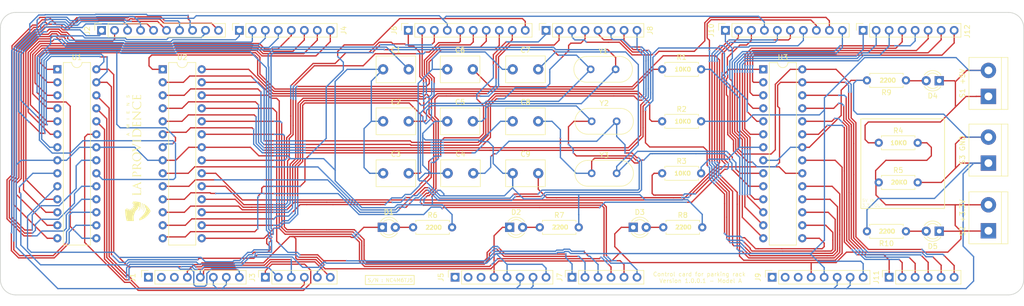
<source format=kicad_pcb>
(kicad_pcb (version 20221018) (generator pcbnew)
  (title_block (date "mar. 31 mars 2015"))
  (layers (0 "F.Cu" signal) (31 "B.Cu" signal) (34 "B.Paste" user) (35 "F.Paste" user) (36 "B.SilkS" user "B.Silkscreen") (37 "F.SilkS" user "F.Silkscreen") (38 "B.Mask" user) (39 "F.Mask" user) (44 "Edge.Cuts" user))
  (net 0 "")
  (net 1 "GND")
  (net 3 "+5V")
  (net 4 "/IOREF")
  (net 5 "/A0")
  (net 6 "/A1")
  (net 7 "/A2")
  (net 8 "/A3")
  (net 9 "/SDA{slash}A4")
  (net 10 "/SCL{slash}A5")
  (net 11 "/13")
  (net 12 "/12")
  (net 13 "/AREF")
  (net 14 "/8")
  (net 15 "/7")
  (net 16 "/*11")
  (net 17 "/*10")
  (net 18 "/*9")
  (net 19 "/4")
  (net 20 "/2")
  (net 21 "/*6")
  (net 22 "/*5")
  (net 23 "/TX{slash}1")
  (net 24 "/*3")
  (net 25 "/RX{slash}0")
  (net 26 "/~{RESET}")
  (net 27 "Net-(U1-AVCC)")
  (net 28 "Net-(U1-XTAL1{slash}PB6)")
  (net 29 "Net-(U1-XTAL2{slash}PB7)")
  (net 30 "Net-(U2-XTAL1{slash}PB6)")
  (net 31 "Net-(U2-XTAL2{slash}PB7)")
  (net 32 "Net-(U2-AVCC)")
  (net 33 "Net-(U3-XTAL1{slash}PB6)")
  (net 34 "Net-(U3-XTAL2{slash}PB7)")
  (net 35 "Net-(U3-AVCC)")
  (net 38 "Net-(U1-~{RESET}{slash}PC6)")
  (net 39 "Net-(U2-~{RESET}{slash}PC6)")
  (net 40 "Net-(U3-~{RESET}{slash}PC6)")
  (net 41 "+3.3V")
  (net 42 "Net-(D1-A)")
  (net 43 "Net-(D2-A)")
  (net 44 "Net-(D3-A)")
  (net 45 "Net-(D4-A)")
  (net 46 "Net-(D5-A)")
  (footprint "Connector_PinSocket_2.54mm:PinSocket_1x08_P2.54mm_Vertical" (layer "F.Cu") (at 94.92 90.16 90)
    (fp_text reference "J1" hide)
    (fp_text value "Power")
  )
  (footprint "Connector_PinSocket_2.54mm:PinSocket_1x06_P2.54mm_Vertical" (layer "F.Cu") (at 117.78 90.16 90)
    (fp_text reference "J3" hide)
    (fp_text value "Analog")
  )
  (footprint "Connector_PinSocket_2.54mm:PinSocket_1x10_P2.54mm_Vertical" (layer "F.Cu") (at 85.776 41.9 90)
    (fp_text reference "J2" hide)
    (fp_text value "Digital/PWM")
  )
  (footprint "Connector_PinSocket_2.54mm:PinSocket_1x08_P2.54mm_Vertical" (layer "F.Cu") (at 112.7 41.9 90)
    (fp_text reference "J4" hide)
    (fp_text value "Digital/PWM")
  )
  (footprint "Resistor_THT:R_Axial_DIN0207_L6.3mm_D2.5mm_P7.62mm_Horizontal" (layer "F.Cu") (at 195.33 49.52)
    (fp_text reference "R1")
    (fp_text value "R_10KO")
  )
  (footprint "Resistor_THT:R_Axial_DIN0207_L6.3mm_D2.5mm_P7.62mm_Horizontal" (layer "F.Cu") (at 195.33 59.68)
    (fp_text reference "R2")
    (fp_text value "R_10KO")
  )
  (footprint "Connector_PinSocket_2.54mm:PinSocket_1x10_P2.54mm_Vertical" (layer "F.Cu") (at 207.696 41.9 90)
    (fp_text reference "J10")
    (fp_text value "Digital/PWM")
  )
  (footprint "Resistor_THT:R_Axial_DIN0207_L6.3mm_D2.5mm_P7.62mm_Horizontal" (layer "F.Cu") (at 195.33 69.84)
    (fp_text reference "R3")
    (fp_text value "R_10KO")
  )
  (footprint "LED_THT:LED_D3.0mm" (layer "F.Cu") (at 165.525 80.4)
    (fp_text reference "D2")
    (fp_text value "LED")
  )
  (footprint "Arduino_MountingHole:MountingHole_3.2mm" (layer "F.Cu") (at 263.05 90.65)
    (fp_text reference "MH2" hide)
    (fp_text value "MountingHole_3.2mm" hide)
  )
  (footprint "LED_THT:LED_D3.0mm" (layer "F.Cu") (at 189.685 80.4)
    (fp_text reference "D3")
    (fp_text value "LED")
  )
  (footprint "Crystal:Crystal_HC49-4H_Vertical" (layer "F.Cu") (at 181.36 49.52)
    (fp_text reference "Y1")
    (fp_text value "Crystal")
  )
  (footprint "LED_THT:LED_D3.0mm" (layer "F.Cu") (at 249.48 81.155 180)
    (fp_text reference "D5")
    (fp_text value "LED")
  )
  (footprint "Resistor_THT:R_Axial_DIN0207_L6.3mm_D2.5mm_P7.62mm_Horizontal" (layer "F.Cu") (at 237.66 71.625)
    (fp_text reference "R5")
    (fp_text value "R_20KO")
  )
  (footprint "Connector_PinSocket_2.54mm:PinSocket_1x06_P2.54mm_Vertical" (layer "F.Cu") (at 177.724 90.16 90)
    (fp_text reference "J7")
    (fp_text value "Analog")
  )
  (footprint "Connector_PinSocket_2.54mm:PinSocket_1x06_P2.54mm_Vertical" (layer "F.Cu") (at 239.7 90.16 90)
    (fp_text reference "J11")
    (fp_text value "Analog")
  )
  (footprint "Capacitor_THT:C_Disc_D7.5mm_W5.0mm_P5.00mm" (layer "F.Cu") (at 153.34 59.68)
    (fp_text reference "C5")
    (fp_text value "C_22pF")
  )
  (footprint "Crystal:Crystal_HC49-4H_Vertical" (layer "F.Cu") (at 181.56 59.68)
    (fp_text reference "Y2")
    (fp_text value "Crystal")
  )
  (footprint "Resistor_THT:R_Axial_DIN0207_L6.3mm_D2.5mm_P7.62mm_Horizontal" (layer "F.Cu") (at 237.66 63.878)
    (fp_text reference "R4")
    (fp_text value "R_10KO")
  )
  (footprint "kicad_mods:logo_lpr" (layer "F.Cu") (at 92.35 66.85 90)
    (fp_text reference "G***" hide)
    (fp_text value "LOGO" hide)
  )
  (footprint "TerminalBlock:TerminalBlock_bornier-2_P5.08mm" (layer "F.Cu") (at 259.1 81.075 90)
    (fp_text reference "S2 +3.3V")
    (fp_text value "STRT_3.3V")
  )
  (footprint "LED_THT:LED_D3.0mm" (layer "F.Cu") (at 249.48 51.755 180)
    (fp_text reference "D4")
    (fp_text value "LED")
  )
  (footprint "Connector_PinSocket_2.54mm:PinSocket_1x08_P2.54mm_Vertical" (layer "F.Cu") (at 216.84 90.16 90)
    (fp_text reference "J9")
    (fp_text value "Power")
  )
  (footprint "Capacitor_THT:C_Disc_D7.5mm_W5.0mm_P5.00mm" (layer "F.Cu") (at 140.8 59.68)
    (fp_text reference "C2")
    (fp_text value "C_22pF")
  )
  (footprint "Arduino_MountingHole:MountingHole_3.2mm" (layer "F.Cu") (at 69.05 41.4)
    (fp_text reference "MH1" hide)
    (fp_text value "MountingHole_3.2mm" hide)
  )
  (footprint "Crystal:Crystal_HC49-4H_Vertical" (layer "F.Cu") (at 181.56 69.84)
    (fp_text reference "Y3")
    (fp_text value "Crystal")
  )
  (footprint "Capacitor_THT:C_Disc_D7.5mm_W5.0mm_P5.00mm" (layer "F.Cu") (at 153.34 49.52)
    (fp_text reference "C6")
    (fp_text value "C_10uF")
  )
  (footprint "Capacitor_THT:C_Disc_D7.5mm_W5.0mm_P5.00mm" (layer "F.Cu") (at 166.12 49.52)
    (fp_text reference "C7")
    (fp_text value "C_22pF")
  )
  (footprint "TerminalBlock:TerminalBlock_bornier-2_P5.08mm" (layer "F.Cu") (at 259.1 54.815 90)
    (fp_text reference "S1 +5V")
    (fp_text value "STRT_5V")
  )
  (footprint "Connector_PinSocket_2.54mm:PinSocket_1x08_P2.54mm_Vertical" (layer "F.Cu") (at 234.62 41.9 90)
    (fp_text reference "J12")
    (fp_text value "Digital/PWM")
  )
  (footprint "Resistor_THT:R_Axial_DIN0207_L6.3mm_D2.5mm_P7.62mm_Horizontal" (layer "F.Cu") (at 242.98 51.68 180)
    (fp_text reference "R9")
    (fp_text value "R_220O")
  )
  (footprint "Resistor_THT:R_Axial_DIN0207_L6.3mm_D2.5mm_P7.62mm_Horizontal" (layer "F.Cu") (at 171.415 80.4)
    (fp_text reference "R7")
    (fp_text value "R_220O")
  )
  (footprint "Package_DIP:DIP-28_W7.62mm" (layer "F.Cu") (at 77.14 49.52)
    (fp_text reference "U1")
    (fp_text value "ATmega328-P")
  )
  (footprint "Resistor_THT:R_Axial_DIN0207_L6.3mm_D2.5mm_P7.62mm_Horizontal" (layer "F.Cu") (at 146.655 80.4)
    (fp_text reference "R6")
    (fp_text value "R_220O")
  )
  (footprint "TerminalBlock:TerminalBlock_bornier-2_P5.08mm" (layer "F.Cu") (at 259.1 67.845 90)
    (fp_text reference "S3 GND")
    (fp_text value "STRT_GND")
  )
  (footprint "Capacitor_THT:C_Disc_D7.5mm_W5.0mm_P5.00mm" (layer "F.Cu") (at 153.42 69.84)
    (fp_text reference "C4")
    (fp_text value "C_22pF")
  )
  (footprint "Connector_PinSocket_2.54mm:PinSocket_1x10_P2.54mm_Vertical" (layer "F.Cu") (at 145.72 41.9 90)
    (fp_text reference "J6")
    (fp_text value "Digital/PWM")
  )
  (footprint "Connector_PinSocket_2.54mm:PinSocket_1x08_P2.54mm_Vertical" (layer "F.Cu") (at 172.644 41.9 90)
    (fp_text reference "J8")
    (fp_text value "Digital/PWM")
  )
  (footprint "Resistor_THT:R_Axial_DIN0207_L6.3mm_D2.5mm_P7.62mm_Horizontal" (layer "F.Cu") (at 242.98 81.18 180)
    (fp_text reference "R10")
    (fp_text value "R_220O")
  )
  (footprint "Arduino_MountingHole:MountingHole_3.2mm" (layer "F.Cu") (at 263.1 41.4)
    (fp_text reference "MH1" hide)
    (fp_text value "MountingHole_3.2mm" hide)
  )
  (footprint "Package_DIP:DIP-28_W7.62mm" (layer "F.Cu") (at 215.1 49.52)
    (fp_text reference "U3")
    (fp_text value "ATmega328-P")
  )
  (footprint "Capacitor_THT:C_Disc_D7.5mm_W5.0mm_P5.00mm" (layer "F.Cu") (at 140.8 69.84)
    (fp_text reference "C3")
    (fp_text value "C_22pF")
  )
  (footprint "Connector_PinSocket_2.54mm:PinSocket_1x08_P2.54mm_Vertical" (layer "F.Cu") (at 154.864 90.16 90)
    (fp_text reference "J5")
    (fp_text value "Power")
  )
  (footprint "Capacitor_THT:C_Disc_D7.5mm_W5.0mm_P5.00mm" (layer "F.Cu") (at 166.12 69.84)
    (fp_text reference "C9")
    (fp_text value "C_10uF")
  )
  (footprint "LED_THT:LED_D3.0mm" (layer "F.Cu") (at 140.65 80.4)
    (fp_text reference "D1")
    (fp_text value "LED")
  )
  (footprint "Capacitor_THT:C_Disc_D7.5mm_W5.0mm_P5.00mm" (layer "F.Cu") (at 166.12 59.68)
    (fp_text reference "C8")
    (fp_text value "C_22pF")
  )
  (footprint "Capacitor_THT:C_Disc_D7.5mm_W5.0mm_P5.00mm" (layer "F.Cu") (at 140.8 49.52)
    (fp_text reference "C1")
    (fp_text value "C_10uF")
  )
  (footprint "Arduino_MountingHole:MountingHole_3.2mm" (layer "F.Cu") (at 69.05 90.65)
    (fp_text reference "MH2" hide)
    (fp_text value "MountingHole_3.2mm" hide)
  )
  (footprint "Resistor_THT:R_Axial_DIN0207_L6.3mm_D2.5mm_P7.62mm_Horizontal" (layer "F.Cu") (at 195.55 80.4)
    (fp_text reference "R8")
    (fp_text value "R_220O")
  )
  (footprint "Package_DIP:DIP-28_W7.62mm" (layer "F.Cu") (at 97.73 49.52)
    (fp_text reference "U2")
    (fp_text value "ATmega328-P")
  )
  (gr_rect (start 137.325 89.8) (end 146.875 91.575) (stroke (width 0.15)) (fill none) (layer "F.SilkS"))
  (gr_rect (start 234.163 59.192) (end 250.529 76.711) (stroke (width 0.15)) (fill none) (layer "F.SilkS"))
  (gr_line (start 69 38.4) (end 263 38.4) (stroke (width 0.15)) (layer "Edge.Cuts"))
  (gr_arc (start 69 93.6) (mid 66.87868 92.72132) (end 66 90.6) (stroke (width 0.15)) (layer "Edge.Cuts"))
  (gr_line (start 66 90.6) (end 66 41.4) (stroke (width 0.15)) (layer "Edge.Cuts"))
  (gr_line (start 266 41.4) (end 266 90.6) (stroke (width 0.15)) (layer "Edge.Cuts"))
  (gr_arc (start 263 38.4) (mid 265.12132 39.27868) (end 266 41.4) (stroke (width 0.15)) (layer "Edge.Cuts"))
  (gr_arc (start 66 41.4) (mid 66.87868 39.27868) (end 69 38.4) (stroke (width 0.15)) (layer "Edge.Cuts"))
  (gr_arc (start 266 90.6) (mid 265.12132 92.72132) (end 263 93.6) (stroke (width 0.15)) (layer "Edge.Cuts"))
  (gr_line locked (start 263 93.6) (end 69 93.6) (stroke (width 0.15)) (layer "Edge.Cuts"))
  (gr_text "10KO" (at 197.675 50) (layer "F.SilkS") (effects (font (size 0.8 0.8) (thickness 0.2) bold) (justify left bottom)))
  (gr_text "10KO" (at 197.625 70.325) (layer "F.SilkS") (effects (font (size 0.8 0.8) (thickness 0.2) bold) (justify left bottom)))
  (gr_text "220O" (at 173.725 80.85) (layer "F.SilkS") (effects (font (size 0.8 0.8) (thickness 0.2) bold) (justify left bottom)))
  (gr_text "20KO" (at 239.95 72.075) (layer "F.SilkS") (effects (font (size 0.8 0.8) (thickness 0.2) bold) (justify left bottom)))
  (gr_text "10KO" (at 197.675 60.175) (layer "F.SilkS") (effects (font (size 0.8 0.8) (thickness 0.2) bold) (justify left bottom)))
  (gr_text "S/N : NC4M6TJ5" (at 137.725 91.15) (layer "F.SilkS") (effects (font (size 0.7 0.7) (thickness 0.1)) (justify left bottom)))
  (gr_text "220O" (at 149 80.9) (layer "F.SilkS") (effects (font (size 0.8 0.8) (thickness 0.2) bold) (justify left bottom)))
  (gr_text "220O" (at 237.75 52.15) (layer "F.SilkS") (effects (font (size 0.8 0.8) (thickness 0.2) bold) (justify left bottom)))
  (gr_text "220O" (at 197.8 80.85) (layer "F.SilkS") (effects (font (size 0.8 0.8) (thickness 0.2) bold) (justify left bottom)))
  (gr_text "5V IN\n3.3V OUT" (at 234.375 76.475) (layer "F.SilkS") (effects (font (size 0.6 0.6) (thickness 0.05)) (justify left bottom)))
  (gr_text "220O" (at 237.6 81.65) (layer "F.SilkS") (effects (font (size 0.8 0.8) (thickness 0.2) bold) (justify left bottom)))
  (gr_text "Control card for parking rack\n  Version 1.0.0.1 - Model A" (at 193.5 91.325) (layer "F.SilkS") (effects (font (size 0.8 0.8) (thickness 0.1)) (justify left bottom)))
  (gr_text "10KO" (at 239.85 64.375) (layer "F.SilkS") (effects (font (size 0.8 0.8) (thickness 0.2) bold) (justify left bottom)))
  (segment (start 224.09 64.76) (end 230.325 58.525) (width 0.25) (layer "F.Cu") (net 1))
  (segment (start 230.325 58.525) (end 230.325 53.6) (width 0.25) (layer "F.Cu") (net 1))
  (segment (start 119.525997 66.425) (end 116.525 66.425) (width 0.25) (layer "F.Cu") (net 1))
  (segment (start 252.66 64.085) (end 253.98 62.765) (width 0.25) (layer "F.Cu") (net 1))
  (segment (start 253.62 67.885) (end 253.63 67.885) (width 0.25) (layer "F.Cu") (net 1))
  (segment (start 253.67 67.845) (end 259.1 67.845) (width 0.25) (layer "F.Cu") (net 1))
  (segment (start 97.73 67.3) (end 100.275 67.3) (width 0.25) (layer "F.Cu") (net 1))
  (segment (start 249.88 71.625) (end 252.66 68.845) (width 0.25) (layer "F.Cu") (net 1))
  (segment (start 150.354455 74.5755) (end 150.354455 74.290663) (width 0.25) (layer "F.Cu") (net 1))
  (segment (start 100.275 67.3) (end 102.815 64.76) (width 0.25) (layer "F.Cu") (net 1))
  (segment (start 222.72 64.76) (end 224.09 64.76) (width 0.25) (layer "F.Cu") (net 1))
  (segment (start 116.525 66.425) (end 114.86 64.76) (width 0.25) (layer "F.Cu") (net 1))
  (segment (start 230.325 53.6) (end 232.245 51.68) (width 0.25) (layer "F.Cu") (net 1))
  (segment (start 253.63 67.885) (end 253.67 67.845) (width 0.25) (layer "F.Cu") (net 1))
  (segment (start 232.245 51.68) (end 235.36 51.68) (width 0.25) (layer "F.Cu") (net 1))
  (segment (start 252.66 68.845) (end 253.62 67.885) (width 0.25) (layer "F.Cu") (net 1))
  (segment (start 150.354455 74.290663) (end 151.477694 73.167424) (width 0.25) (layer "F.Cu") (net 1))
  (segment (start 102.815 64.76) (end 105.35 64.76) (width 0.25) (layer "F.Cu") (net 1))
  (segment (start 114.86 64.76) (end 105.35 64.76) (width 0.25) (layer "F.Cu") (net 1))
  (segment (start 253.98 62.765) (end 259.1 62.765) (width 0.25) (layer "F.Cu") (net 1))
  (segment (start 252.66 68.845) (end 252.66 64.085) (width 0.25) (layer "F.Cu") (net 1))
  (segment (start 245.28 71.625) (end 249.88 71.625) (width 0.25) (layer "F.Cu") (net 1))
  (via micro (at 119.525997 66.425) (size 0.3) (drill 0.1) (layers "F.Cu" "B.Cu") (net 1))
  (via micro (at 150.354455 74.5755) (size 0.3) (drill 0.1) (layers "F.Cu" "B.Cu") (net 1))
  (via micro (at 151.477694 73.167424) (size 0.3) (drill 0.1) (layers "F.Cu" "B.Cu") (net 1))
  (segment (start 108.35 92.375) (end 109.35 92.375) (width 0.25) (layer "B.Cu") (net 1))
  (segment (start 138.21 69.84) (end 140.8 69.84) (width 0.25) (layer "B.Cu") (net 1))
  (segment (start 108.35 92.375) (end 77.225 92.375) (width 0.25) (layer "B.Cu") (net 1))
  (segment (start 152.675 74.25) (end 151.972792 74.25) (width 0.25) (layer "B.Cu") (net 1))
  (segment (start 80.725 40) (end 81.425 39.3) (width 0.25) (layer "B.Cu") (net 1))
  (segment (start 164.215 69.84) (end 166.12 69.84) (width 0.25) (layer "B.Cu") (net 1))
  (segment (start 147.925 71.325) (end 147.65 71.05) (width 0.25) (layer "B.Cu") (net 1))
  (segment (start 232.08 91.72) (end 232.08 90.16) (width 0.25) (layer "B.Cu") (net 1))
  (segment (start 222.72 64.76) (end 220.415 64.76) (width 0.25) (layer "B.Cu") (net 1))
  (segment (start 84.76 64.76) (end 81.465 64.76) (width 0.25) (layer "B.Cu") (net 1))
  (segment (start 137.075 68.725) (end 138.2 69.85) (width 0.25) (layer "B.Cu") (net 1))
  (segment (start 150.405 47.495) (end 150.405 49.52) (width 0.25) (layer "B.Cu") (net 1))
  (segment (start 162.308411 64.608411) (end 162.308411 67.933411) (width 0.25) (layer "B.Cu") (net 1))
  (segment (start 92.65 39.775) (end 93.396 40.521) (width 0.25) (layer "B.Cu") (net 1))
  (segment (start 179.025 74.025) (end 172.721752 74.025) (width 0.25) (layer "B.Cu") (net 1))
  (segment (start 169.625 92.375) (end 228.875 92.375) (width 0.25) (layer "B.Cu") (net 1))
  (segment (start 164.5 74.25) (end 152.675 74.25) (width 0.25) (layer "B.Cu") (net 1))
  (segment (start 109.35 92.375) (end 110.16 91.565) (width 0.25) (layer "B.Cu") (net 1))
  (segment (start 159.775 63.65) (end 163.745 59.68) (width 0.25) (layer "B.Cu") (net 1))
  (segment (start 200.320425 75.020425) (end 199.361272 75.020425) (width 0.25) (layer "B.Cu") (net 1))
  (segment (start 137.075 61.1) (end 137.075 68.725) (width 0.25) (layer "B.Cu") (net 1))
  (segment (start 74.437336 40.33184) (end 74.61816 40.33184) (width 0.25) (layer "B.Cu") (net 1))
  (segment (start 84.76 64.76) (end 87.135 64.76) (width 0.25) (layer "B.Cu") (net 1))
  (segment (start 94.8 67.3) (end 97.73 67.3) (width 0.25) (layer "B.Cu") (net 1))
  (segment (start 93.396 40.521) (end 93.396 41.9) (width 0.25) (layer "B.Cu") (net 1))
  (segment (start 81.425 39.3) (end 84.736396 39.3) (width 0.25) (layer "B.Cu") (net 1))
  (segment (start 203.17 77.87) (end 200.320425 75.020425) (width 0.25) (layer "B.Cu") (net 1))
  (segment (start 151.477694 73.167424) (end 151.992424 73.167424) (width 0.25) (layer "B.Cu") (net 1))
  (segment (start 160.725 46.125) (end 151.775 46.125) (width 0.25) (layer "B.Cu") (net 1))
  (segment (start 214.175 39.15) (end 215.316 40.291) (width 0.25) (layer "B.Cu") (net 1))
  (segment (start 254.84 62.765) (end 259.1 62.765) (width 0.25) (layer "B.Cu") (net 1))
  (segment (start 203.17 80.4) (end 203.17 77.87) (width 0.25) (layer "B.Cu") (net 1))
  (segment (start 159.45 63.325) (end 149.055 63.325) (width 0.25) (layer "B.Cu") (net 1))
  (segment (start 172.721752 74.025) (end 171.896752 74.85) (width 0.25) (layer "B.Cu") (net 1))
  (segment (start 152.675 73.85) (end 152.675 74.25) (width 0.25) (layer "B.Cu") (net 1))
  (segment (start 171.896752 74.85) (end 168.25 74.85) (width 0.25) (layer "B.Cu") (net 1))
  (segment (start 150.425 76) (end 143.566352 76) (width 0.25) (layer "B.Cu") (net 1))
  (segment (start 147.8 71.05) (end 147.65 71.05) (width 0.25) (layer "B.Cu") (net 1))
  (segment (start 107.62 90.16) (end 107.62 91.645) (width 0.25) (layer "B.Cu") (net 1))
  (segment (start 152.375 76) (end 150.425 76) (width 0.25) (layer "B.Cu") (net 1))
  (segment (start 148.55 62.025) (end 150.895 59.68) (width 0.25) (layer "B.Cu") (net 1))
  (segment (start 154.275 77.9) (end 152.375 76) (width 0.25) (layer "B.Cu") (net 1))
  (segment (start 151.972792 74.25) (end 149.047792 71.325) (width 0.25) (layer "B.Cu") (net 1))
  (segment (start 150.425 76) (end 150.425 74.646045) (width 0.25) (layer "B.Cu") (net 1))
  (segment (start 235.36 51.68) (end 233.345 51.68) (width 0.25) (layer "B.Cu") (net 1))
  (segment (start 231.425 92.375) (end 232.08 91.72) (width 0.25) (layer "B.Cu") (net 1))
  (segment (start 154.275 80.4) (end 154.275 77.9) (width 0.25) (layer "B.Cu") (net 1))
  (segment (start 237.58 74.755) (end 248.555 74.755) (width 0.25) (layer "B.Cu") (net 1))
  (segment (start 149.055 63.325) (end 148.55 62.82) (width 0.25) (layer "B.Cu") (net 1))
  (segment (start 166.12 69.84) (end 166.12 72.63) (width 0.25) (layer "B.Cu") (net 1))
  (segment (start 256.2 86.125) (end 254.15 84.075) (width 0.25) (layer "B.Cu") (net 1))
  (segment (start 179.025 77.9) (end 179.025 74.025) (width 0.25) (layer "B.Cu") (net 1))
  (segment (start 179.035 77.91) (end 179.025 77.9) (width 0.25) (layer "B.Cu") (net 1))
  (segment (start 255.465 67.845) (end 259.1 67.845) (width 0.25) (layer "B.Cu") (net 1))
  (segment (start 179.035 80.4) (end 179.035 77.91) (width 0.25) (layer "B.Cu") (net 1))
  (segment (start 122.718404 66.975) (end 129.175 66.975) (width 0.25) (layer "B.Cu") (net 1))
  (segment (start 153.125 39.15) (end 214.175 39.15) (width 0.25) (layer "B.Cu") (net 1))
  (segment (start 92.65 39.775) (end 92.875 39.55) (width 0.25) (layer "B.Cu") (net 1))
  (segment (start 159.775 63.65) (end 161.35 63.65) (width 0.25) (layer "B.Cu") (net 1))
  (segment (start 232.75 57.575) (end 233.455 58.28) (width 0.25) (layer "B.Cu") (net 1))
  (segment (start 84.736396 39.3) (end 84.811396 39.225) (width 0.25) (layer "B.Cu") (net 1))
  (segment (start 150.895 59.68) (end 153.34 59.68) (width 0.25) (layer "B.Cu") (net 1))
  (segment (start 69.1 84.25) (end 69.1 68.25) (width 0.25) (layer "B.Cu") (net 1))
  (segment (start 74.75 39.653248) (end 75.078248 39.325) (width 0.25) (layer "B.Cu") (net 1))
  (segment (start 73.875 41.475) (end 73.875 40.894176) (width 0.25) (layer "B.Cu") (net 1))
  (segment (start 235.36 76.975) (end 237.58 74.755) (width 0.25) (layer "B.Cu") (net 1))
  (segment (start 254.15 69.95) (end 256.255 67.845) (width 0.25) (layer "B.Cu") (net 1))
  (segment (start 147.65 52.275) (end 150.405 49.52) (width 0.25) (layer "B.Cu") (net 1))
  (segment (start 74.75 40.2) (end 74.75 39.653248) (width 0.25) (layer "B.Cu") (net 1))
  (segment (start 75.078248 39.325) (end 78.974148 39.325) (width 0.25) (layer "B.Cu") (net 1))
  (segment (start 150.405 49.52) (end 153.34 49.52) (width 0.25) (layer "B.Cu") (net 1))
  (segment (start 199.361272 75.020425) (end 199.336272 75.045425) (width 0.25) (layer "B.Cu") (net 1))
  (segment (start 168.25 74.85) (end 166.12 72.72) (width 0.25) (layer "B.Cu") (net 1))
  (segment (start 131.425 51.875) (end 133.78 49.52) (width 0.25) (layer "B.Cu") (net 1))
  (segment (start 166.12 49.52) (end 164.12 49.52) (width 0.25) (layer "B.Cu") (net 1))
  (segment (start 162.308411 67.933411) (end 164.215 69.84) (width 0.25) (layer "B.Cu") (net 1))
  (segment (start 143.016352 76.55) (end 136.65 76.55) (width 0.25) (layer "B.Cu") (net 1))
  (segment (start 217.875 67.3) (end 215.1 67.3) (width 0.25) (layer "B.Cu") (net 1))
  (segment (start 151.992424 73.167424) (end 152.675 73.85) (width 0.25) (layer "B.Cu") (net 1))
  (segment (start 229.54 91.64) (end 229.54 90.16) (width 0.25) (layer "B.Cu") (net 1))
  (segment (start 231.425 92.375) (end 254.725 92.375) (width 0.25) (layer "B.Cu") (net 1))
  (segment (start 192.006821 75.045425) (end 190.986396 74.025) (width 0.25) (layer "B.Cu") (net 1))
  (segment (start 136.65 76.55) (end 131.425 71.325) (width 0.25) (layer "B.Cu") (net 1))
  (segment (start 77.14 67.3) (end 70.05 67.3) (width 0.25) (layer "B.Cu") (net 1))
  (segment (start 166.825 92.375) (end 167.564 91.636) (width 0.25) (layer "B.Cu") (net 1))
  (segment (start 119.525997 66.425) (end 122.168404 66.425) (width 0.25) (layer "B.Cu") (net 1))
  (segment (start 199.336272 75.045425) (end 192.006821 75.045425) (width 0.25) (layer "B.Cu") (net 1))
  (segment (start 220.415 64.76) (end 217.875 67.3) (width 0.25) (layer "B.Cu") (net 1))
  (segment (start 107.62 91.645) (end 108.35 92.375) (width 0.25) (layer "B.Cu") (net 1))
  (segment (start 92.25 64.75) (end 94.8 67.3) (width 0.25) (layer "B.Cu") (net 1))
  (segment (start 74.61816 40.33184) (end 74.75 40.2) (width 0.25) (layer "B.Cu") (net 1))
  (segment (start 103.775 39.55) (end 104.275 39.05) (width 0.25) (layer "B.Cu") (net 1))
  (segment (start 153.42 69.84) (end 150.135 69.84) (width 0.25) (layer "B.Cu") (net 1))
  (segment (start 250.355 58.28) (end 254.84 62.765) (width 0.25) (layer "B.Cu") (net 1))
  (segment (start 148.55 62.82) (end 148.55 62.025) (width 0.25) (layer "B.Cu") (net 1))
  (segment (start 149.01 69.84) (end 147.8 71.05) (width 0.25) (layer "B.Cu") (net 1))
  (segment (start 166.12 72.72) (end 166.12 69.84) (width 0.25) (layer "B.Cu") (net 1))
  (segment (start 248.555 74.755) (end 255.465 67.845) (width 0.25) (layer "B.Cu") (net 1))
  (segment (start 122.168404 66.425) (end 122.718404 66.975) (width 0.25) (layer "B.Cu") (net 1))
  (segment (start 129.175 66.975) (end 131.425 69.225) (width 0.25) (layer "B.Cu") (net 1))
  (segment (start 190.986396 74.025) (end 179.025 74.025) (width 0.25) (layer "B.Cu") (net 1))
  (segment (start 151.775 46.125) (end 150.405 47.495) (width 0.25) (layer "B.Cu") (net 1))
  (segment (start 78.925 67.3) (end 77.14 67.3) (width 0.25) (layer "B.Cu") (net 1))
  (segment (start 163.745 59.68) (end 166.12 59.68) (width 0.25) (layer "B.Cu") (net 1))
  (segment (start 140.8 49.52) (end 138.495 51.825) (width 0.25) (layer "B.Cu") (net 1))
  (segment (start 153.34 40.615) (end 153.34 41.9) (width 0.25) (layer "B.Cu") (net 1))
  (segment (start 254.725 92.375) (end 256.2 90.9) (width 0.25) (layer "B.Cu") (net 1))
  (segment (start 254.15 84.075) (end 254.15 69.95) (width 0.25) (layer "B.Cu") (net 1))
  (segment (start 77.225 92.375) (end 69.1 84.25) (width 0.25) (layer "B.Cu") (net 1))
  (segment (start 138.2 69.85) (end 138.21 69.84) (width 0.25) (layer "B.Cu") (net 1))
  (segment (start 70.05 67.3) (end 69.1 68.25) (width 0.25) (layer "B.Cu") (net 1))
  (segment (start 228.875 92.375) (end 231.425 92.375) (width 0.25) (layer "B.Cu") (net 1))
  (segment (start 161.35 63.65) (end 162.308411 64.608411) (width 0.25) (layer "B.Cu") (net 1))
  (segment (start 87.135 64.76) (end 87.145 64.75) (width 0.25) (layer "B.Cu") (net 1))
  (segment (start 169.625 92.375) (end 170.104 91.896) (width 0.25) (layer "B.Cu") (net 1))
  (segment (start 215.316 40.291) (end 215.316 41.9) (width 0.25) (layer "B.Cu") (net 1))
  (segment (start 150.425 74.646045) (end 150.354455 74.5755) (width 0.25) (layer "B.Cu") (net 1))
  (segment (start 84.811396 39.225) (end 92.1 39.225) (width 0.25) (layer "B.Cu") (net 1))
  (segment (start 152.5 39.775) (end 153.125 39.15) (width 0.25) (layer "B.Cu") (net 1))
  (segment (start 233.345 51.68) (end 232.75 52.275) (width 0.25) (layer "B.Cu") (net 1))
  (segment (start 233.455 58.28) (end 250.355 58.28) (width 0.25) (layer "B.Cu") (net 1))
  (segment (start 79.649148 40) (end 80.725 40) (width 0.25) (layer "B.Cu") (net 1))
  (segment (start 87.145 64.75) (end 92.25 64.75) (width 0.25) (layer "B.Cu") (net 1))
  (segment (start 256.2 90.9) (end 256.2 86.125) (width 0.25) (layer "B.Cu") (net 1))
  (segment (start 140.8 59.68) (end 138.495 59.68) (width 0.25) (layer "B.Cu") (net 1))
  (segment (start 92.875 39.55) (end 103.775 39.55) (width 0.25) (layer "B.Cu") (net 1))
  (segment (start 166.825 92.375) (end 169.625 92.375) (width 0.25) (layer "B.Cu") (net 1))
  (segment (start 131.425 69.225) (end 131.425 51.875) (width 0.25) (layer "B.Cu") (net 1))
  (segment (start 256.255 67.845) (end 259.1 67.845) (width 0.25) (layer "B.Cu") (net 1))
  (segment (start 229.575 91.675) (end 229.54 91.64) (width 0.25) (layer "B.Cu") (net 1))
  (segment (start 159.775 63.65) (end 159.45 63.325) (width 0.25) (layer "B.Cu") (net 1))
  (segment (start 148.55 68.255) (end 150.135 69.84) (width 0.25) (layer "B.Cu") (net 1))
  (segment (start 133.78 49.52) (end 140.8 49.52) (width 0.25) (layer "B.Cu") (net 1))
  (segment (start 148.55 62.35) (end 148.55 68.255) (width 0.25) (layer "B.Cu") (net 1))
  (segment (start 170.104 91.896) (end 170.104 90.16) (width 0.25) (layer "B.Cu") (net 1))
  (segment (start 232.75 52.275) (end 232.75 57.575) (width 0.25) (layer "B.Cu") (net 1))
  (segment (start 104.275 39.05) (end 151.775 39.05) (width 0.25) (layer "B.Cu") (net 1))
  (segment (start 138.495 51.825) (end 138.495 59.68) (width 0.25) (layer "B.Cu") (net 1))
  (segment (start 150.135 69.84) (end 149.01 69.84) (width 0.25) (layer "B.Cu") (net 1))
  (segment (start 109.35 92.375) (end 166.825 92.375) (width 0.25) (layer "B.Cu") (net 1))
  (segment (start 73.875 40.894176) (end 74.437336 40.33184) (width 0.25) (layer "B.Cu") (net 1))
  (segment (start 143.566352 76) (end 143.016352 76.55) (width 0.25) (layer "B.Cu") (net 1))
  (segment (start 166.12 72.63) (end 164.5 74.25) (width 0.25) (layer "B.Cu") (net 1))
  (segment (start 92.1 39.225) (end 92.65 39.775) (width 0.25) (layer "B.Cu") (net 1))
  (segment (start 138.495 59.68) (end 137.075 61.1) (width 0.25) (layer "B.Cu") (net 1))
  (segment (start 131.425 71.325) (end 131.425 69.225) (width 0.25) (layer "B.Cu") (net 1))
  (segment (start 147.65 71.05) (end 147.65 52.275) (width 0.25) (layer "B.Cu") (net 1))
  (segment (start 69.1 68.25) (end 69.1 46.25) (width 0.25) (layer "B.Cu") (net 1))
  (segment (start 149.047792 71.325) (end 147.925 71.325) (width 0.25) (layer "B.Cu") (net 1))
  (segment (start 167.564 91.636) (end 167.564 90.16) (width 0.25) (layer "B.Cu") (net 1))
  (segment (start 110.16 91.565) (end 110.16 90.16) (width 0.25) (layer "B.Cu") (net 1))
  (segment (start 228.875 92.375) (end 229.575 91.675) (width 0.25) (layer "B.Cu") (net 1))
  (segment (start 81.465 64.76) (end 78.925 67.3) (width 0.25) (layer "B.Cu") (net 1))
  (segment (start 235.36 81.18) (end 235.36 76.975) (width 0.25) (layer "B.Cu") (net 1))
  (segment (start 69.1 46.25) (end 73.875 41.475) (width 0.25) (layer "B.Cu") (net 1))
  (segment (start 164.12 49.52) (end 160.725 46.125) (width 0.25) (layer "B.Cu") (net 1))
  (segment (start 151.775 39.05) (end 152.5 39.775) (width 0.25) (layer "B.Cu") (net 1))
  (segment (start 152.5 39.775) (end 153.34 40.615) (width 0.25) (layer "B.Cu") (net 1))
  (segment (start 78.974148 39.325) (end 79.649148 40) (width 0.25) (layer "B.Cu") (net 1))
  (segment (start 256.72 54.825) (end 256.73 54.815) (width 0.25) (layer "F.Cu") (net 3))
  (segment (start 252.461 51.755) (end 252.646 51.94) (width 0.25) (layer "F.Cu") (net 3))
  (segment (start 252.646 51.94) (end 254.851 49.735) (width 0.25) (layer "F.Cu") (net 3))
  (segment (start 252.646 56.893) (end 252.646 51.94) (width 0.25) (layer "F.Cu") (net 3))
  (segment (start 99.625 64.1) (end 100.225 63.5) (width 0.25) (layer "F.Cu") (net 3))
  (segment (start 100.225 63.5) (end 100.225 62.85) (width 0.25) (layer "F.Cu") (net 3))
  (segment (start 112.4 88.725) (end 112.375 88.7) (width 0.25) (layer "F.Cu") (net 3))
  (segment (start 234.993 63.243) (end 234.993 60.449) (width 0.25) (layer "F.Cu") (net 3))
  (segment (start 254.714 54.825) (end 256.72 54.825) (width 0.25) (layer "F.Cu") (net 3))
  (segment (start 237.66 63.878) (end 235.628 63.878) (width 0.25) (layer "F.Cu") (net 3))
  (segment (start 254.851 49.735) (end 259.1 49.735) (width 0.25) (layer "F.Cu") (net 3))
  (segment (start 105.7 88.95) (end 105.7 89.54) (width 0.25) (layer "F.Cu") (net 3))
  (segment (start 105.95 88.7) (end 105.7 88.95) (width 0.25) (layer "F.Cu") (net 3))
  (segment (start 249.725 59.814) (end 252.646 56.893) (width 0.25) (layer "F.Cu") (net 3))
  (segment (start 249.48 51.755) (end 252.461 51.755) (width 0.25) (layer "F.Cu") (net 3))
  (segment (start 112.375 88.7) (end 105.95 88.7) (width 0.25) (layer "F.Cu") (net 3))
  (segment (start 105.7 89.54) (end 105.08 90.16) (width 0.25) (layer "F.Cu") (net 3))
  (segment (start 235.628 63.878) (end 234.993 63.243) (width 0.25) (layer "F.Cu") (net 3))
  (segment (start 235.628 59.814) (end 249.725 59.814) (width 0.25) (layer "F.Cu") (net 3))
  (segment (start 100.225 62.85) (end 99.925 62.55) (width 0.25) (layer "F.Cu") (net 3))
  (segment (start 234.993 60.449) (end 235.628 59.814) (width 0.25) (layer "F.Cu") (net 3))
  (segment (start 252.646 56.893) (end 254.714 54.825) (width 0.25) (layer "F.Cu") (net 3))
  (segment (start 256.73 54.815) (end 259.1 54.815) (width 0.25) (layer "F.Cu") (net 3))
  (via micro (at 99.625 64.1) (size 0.3) (drill 0.1) (layers "F.Cu" "B.Cu") (net 3))
  (via micro (at 99.925 62.55) (size 0.3) (drill 0.1) (layers "F.Cu" "B.Cu") (net 3))
  (via micro (at 112.4 88.725) (size 0.3) (drill 0.1) (layers "F.Cu" "B.Cu") (net 3))
  (segment (start 255.285 49.735) (end 259.1 49.735) (width 0.25) (layer "B.Cu") (net 3))
  (segment (start 174.911396 85.3) (end 176.153748 85.3) (width 0.25) (layer "B.Cu") (net 3))
  (segment (start 227.05 55.075) (end 229.95 52.175) (width 0.25) (layer "B.Cu") (net 3))
  (segment (start 177.0505 85.1255) (end 177.45 85.525) (width 0.25) (layer "B.Cu") (net 3))
  (segment (start 226.075 87.025) (end 225.9125 87.1875) (width 0.25) (layer "B.Cu") (net 3))
  (segment (start 234.15 87.025) (end 226.075 87.025) (width 0.25) (layer "B.Cu") (net 3))
  (segment (start 98.39 64.1) (end 97.73 64.76) (width 0.25) (layer "B.Cu") (net 3))
  (segment (start 227.05 67.525) (end 227.05 57.45) (width 0.25) (layer "B.Cu") (net 3))
  (segment (start 172.644 90.16) (end 172.644 88.369) (width 0.25) (layer "B.Cu") (net 3))
  (segment (start 227.05 82.925) (end 227.05 67.525) (width 0.25) (layer "B.Cu") (net 3))
  (segment (start 115.775 86.0255) (end 115.6 86.2005) (width 0.25) (layer "B.Cu") (net 3))
  (segment (start 252.775 47.225) (end 255.285 49.735) (width 0.25) (layer "B.Cu") (net 3))
  (segment (start 174.686396 85.525) (end 174.911396 85.3) (width 0.25) (layer "B.Cu") (net 3))
  (segment (start 74.075 63.175) (end 75.66 64.76) (width 0.25) (layer "B.Cu") (net 3))
  (segment (start 119 82.945986) (end 118.375 82.320986) (width 0.25) (layer "B.Cu") (net 3))
  (segment (start 112.7 89.025) (end 112.7 90.16) (width 0.25) (layer "B.Cu") (net 3))
  (segment (start 100.225 46.4) (end 89.575 46.4) (width 0.25) (layer "B.Cu") (net 3))
  (segment (start 129.129469 87.223779) (end 128.128248 88.225) (width 0.25) (layer "B.Cu") (net 3))
  (segment (start 118.375 82.320986) (end 118.375 81.341852) (width 0.25) (layer "B.Cu") (net 3))
  (segment (start 125.081252 88.225) (end 123.056752 86.2005) (width 0.25) (layer "B.Cu") (net 3))
  (segment (start 224.25 85.525) (end 225.9125 87.1875) (width 0.25) (layer "B.Cu") (net 3))
  (segment (start 176.153748 85.3) (end 176.328248 85.1255) (width 0.25) (layer "B.Cu") (net 3))
  (segment (start 123.056752 86.2005) (end 115.6 86.2005) (width 0.25) (layer "B.Cu") (net 3))
  (segment (start 177.45 85.525) (end 224.25 85.525) (width 0.25) (layer "B.Cu") (net 3))
  (segment (start 208.125 67.075) (end 210.475 64.725) (width 0.25) (layer "B.Cu") (net 3))
  (segment (start 204.525 67.075) (end 208.125 67.075) (width 0.25) (layer "B.Cu") (net 3))
  (segment (start 211.82 59.68) (end 213.075 58.425) (width 0.25) (layer "B.Cu") (net 3))
  (segment (start 225.9125 87.1875) (end 227 88.275) (width 0.25) (layer "B.Cu") (net 3))
  (segment (start 88.75 46.1) (end 75.55 46.1) (width 0.25) (layer "B.Cu") (net 3))
  (segment (start 204.77 49.52) (end 210.475 55.225) (width 0.25) (layer "B.Cu") (net 3))
  (segment (start 234.62 87.495) (end 234.15 87.025) (width 0.25) (layer "B.Cu") (net 3))
  (segment (start 226.075 58.425) (end 227.05 57.45) (width 0.25) (layer "B.Cu") (net 3))
  (segment (start 234.9 47.225) (end 252.775 47.225) (width 0.25) (layer "B.Cu") (net 3))
  (segment (start 128.128248 88.225) (end 125.081252 88.225) (width 0.25) (layer "B.Cu") (net 3))
  (segment (start 88.75 60.275) (end 88.75 46.1) (width 0.25) (layer "B.Cu") (net 3))
  (segment (start 202.95 69.84) (end 202.95 68.65) (width 0.25) (layer "B.Cu") (net 3))
  (segment (start 215.1 64.76) (end 210.51 64.76) (width 0.25) (layer "B.Cu") (net 3))
  (segment (start 112.4 88.725) (end 112.7 89.025) (width 0.25) (layer "B.Cu") (net 3))
  (segment (start 89.275 46.1) (end 88.75 46.1) (width 0.25) (layer "B.Cu") (net 3))
  (segment (start 119 85.251) (end 119 82.945986) (width 0.25) (layer "B.Cu") (net 3))
  (segment (start 210.475 59.68) (end 211.82 59.68) (width 0.25) (layer "B.Cu") (net 3))
  (segment (start 162.9 85.525) (end 165.024 87.649) (width 0.25) (layer "B.Cu") (net 3))
  (segment (start 114.7245 86.2005) (end 113.125 87.8) (width 0.25) (layer "B.Cu") (net 3))
  (segment (start 98.325 60.95) (end 89.425 60.95) (width 0.25) (layer "B.Cu") (net 3))
  (segment (start 115.775 85.528748) (end 116.052748 85.251) (width 0.25) (layer "B.Cu") (net 3))
  (segment (start 75.66 64.76) (end 77.14 64.76) (width 0.25) (layer "B.Cu") (net 3))
  (segment (start 74.075 47.575) (end 74.075 63.175) (width 0.25) (layer "B.Cu") (net 3))
  (segment (start 176.328248 85.1255) (end 177.0505 85.1255) (width 0.25) (layer "B.Cu") (net 3))
  (segment (start 116.052748 85.251) (end 119 85.251) (width 0.25) (layer "B.Cu") (net 3))
  (segment (start 100.625 46) (end 100.225 46.4) (width 0.25) (layer "B.Cu") (net 3))
  (segment (start 115.6 86.2005) (end 114.7245 86.2005) (width 0.25) (layer "B.Cu") (net 3))
  (segment (start 172.644 88.369) (end 171.9 87.625) (width 0.25) (layer "B.Cu") (net 3))
  (segment (start 89.425 60.95) (end 88.75 60.275) (width 0.25) (layer "B.Cu") (net 3))
  (segment (start 162.9 85.525) (end 161.025 87.4) (width 0.25) (layer "B.Cu") (net 3))
  (segment (start 118 80.966852) (end 118 49.25) (width 0.25) (layer "B.Cu") (net 3))
  (segment (start 165.024 87.649) (end 165.024 90.16) (width 0.25) (layer "B.Cu") (net 3))
  (segment (start 105.9 88.025) (end 105.08 88.845) (width 0.25) (layer "B.Cu") (net 3))
  (segment (start 234.62 90.16) (end 234.62 87.495) (width 0.25) (layer "B.Cu") (net 3))
  (segment (start 114.75 46) (end 100.625 46) (width 0.25) (layer "B.Cu") (net 3))
  (segment (start 75.55 46.1) (end 74.075 47.575) (width 0.25) (layer "B.Cu") (net 3))
  (segment (start 118 49.25) (end 114.75 46) (width 0.25) (layer "B.Cu") (net 3))
  (segment (start 99.625 64.1) (end 98.39 64.1) (width 0.25) (layer "B.Cu") (net 3))
  (segment (start 202.95 59.68) (end 210.475 59.68) (width 0.25) (layer "B.Cu") (net 3))
  (segment (start 210.475 55.225) (end 210.475 59.68) (width 0.25) (layer "B.Cu") (net 3))
  (segment (start 162.9 85.525) (end 174.686396 85.525) (width 0.25) (layer "B.Cu") (net 3))
  (segment (start 115.775 85.528748) (end 115.775 86.0255) (width 0.25) (layer "B.Cu") (net 3))
  (segment (start 113.125 87.8) (end 112.016852 87.8) (width 0.25) (layer "B.Cu") (net 3))
  (segment (start 226.975 67.45) (end 227.05 67.525) (width 0.25) (layer "B.Cu") (net 3))
  (segment (start 105.08 88.845) (end 105.08 90.16) (width 0.25) (layer "B.Cu") (net 3))
  (segment (start 118.375 81.341852) (end 118 80.966852) (width 0.25) (layer "B.Cu") (net 3))
  (segment (start 202.95 49.52) (end 204.77 49.52) (width 0.25) (layer "B.Cu") (net 3))
  (segment (start 224.45 85.525) (end 227.05 82.925) (width 0.25) (layer "B.Cu") (net 3))
  (segment (start 111.791852 88.025) (end 105.9 88.025) (width 0.25) (layer "B.Cu") (net 3))
  (segment (start 161.025 87.4) (end 129.699194 87.4) (width 0.25) (layer "B.Cu") (net 3))
  (segment (start 224.25 85.525) (end 224.45 85.525) (width 0.25) (layer "B.Cu") (net 3))
  (segment (start 99.925 62.55) (end 98.325 60.95) (width 0.25) (layer "B.Cu") (net 3))
  (segment (start 210.51 64.76) (end 210.475 64.725) (width 0.25) (layer "B.Cu") (net 3))
  (segment (start 213.075 58.425) (end 226.075 58.425) (width 0.25) (layer "B.Cu") (net 3))
  (segment (start 229.95 52.175) (end 234.9 47.225) (width 0.25) (layer "B.Cu") (net 3))
  (segment (start 227.05 57.45) (end 227.05 55.075) (width 0.25) (layer "B.Cu") (net 3))
  (segment (start 129.699194 87.4) (end 129.522973 87.223779) (width 0.25) (layer "B.Cu") (net 3))
  (segment (start 202.95 68.65) (end 204.525 67.075) (width 0.25) (layer "B.Cu") (net 3))
  (segment (start 171.9 87.625) (end 165.048 87.625) (width 0.25) (layer "B.Cu") (net 3))
  (segment (start 89.575 46.4) (end 89.275 46.1) (width 0.25) (layer "B.Cu") (net 3))
  (segment (start 210.475 64.725) (end 210.475 59.68) (width 0.25) (layer "B.Cu") (net 3))
  (segment (start 227 88.275) (end 227 90.16) (width 0.25) (layer "B.Cu") (net 3))
  (segment (start 165.048 87.625) (end 165.024 87.649) (width 0.25) (layer "B.Cu") (net 3))
  (segment (start 112.016852 87.8) (end 111.791852 88.025) (width 0.25) (layer "B.Cu") (net 3))
  (segment (start 129.522973 87.223779) (end 129.129469 87.223779) (width 0.25) (layer "B.Cu") (net 3))
  (segment (start 122.025 80.85) (end 122.325 80.85) (width 0.25) (layer "F.Cu") (net 5))
  (segment (start 161.106802 86.431802) (end 161.125 86.413604) (width 0.25) (layer "F.Cu") (net 5))
  (segment (start 105.35 62.22) (end 119.520997 62.22) (width 0.25) (layer "F.Cu") (net 5))
  (segment (start 121.499006 75.5245) (end 121.5 75.525494) (width 0.25) (layer "F.Cu") (net 5))
  (segment (start 121.5 79.45) (end 121.5 80.325) (width 0.25) (layer "F.Cu") (net 5))
  (segment (start 153.6 87.15) (end 153.65 87.15) (width 0.25) (layer "F.Cu") (net 5))
  (segment (start 161.125 85.321513) (end 161.878481 84.568032) (width 0.25) (layer "F.Cu") (net 5))
  (segment (start 119.520997 62.22) (end 119.525997 62.225) (width 0.25) (layer "F.Cu") (net 5))
  (segment (start 164.619396 85.625) (end 176.5005 85.625) (width 0.25) (layer "F.Cu") (net 5))
  (segment (start 233.388366 85.75) (end 238.65 85.75) (width 0.25) (layer "F.Cu") (net 5))
  (segment (start 83.03 62.22) (end 82.475 62.775) (width 0.25) (layer "F.Cu") (net 5))
  (segment (start 90.2755 91.1505) (end 91.3505 91.1505) (width 0.25) (layer "F.Cu") (net 5))
  (segment (start 84.76 62.22) (end 83.03 62.22) (width 0.25) (layer "F.Cu") (net 5))
  (segment (start 137.075 86.677208) (end 137.198896 86.801104) (width 0.25) (layer "F.Cu") (net 5))
  (segment (start 137.198896 86.801104) (end 137.547792 87.15) (width 0.25) (layer "F.Cu") (net 5))
  (segment (start 129.8 80.85) (end 130.225 80.85) (width 0.25) (layer "F.Cu") (net 5))
  (segment (start 163.439523 84.410477) (end 163.439523 84.445127) (width 0.25) (layer "F.Cu") (net 5))
  (segment (start 225.88 62.22) (end 227.625 60.475) (width 0.25) (layer "F.Cu") (net 5))
  (segment (start 130.225 80.85) (end 135.160742 80.85) (width 0.25) (layer "F.Cu") (net 5))
  (segment (start 92.925 92.725) (end 125.211396 92.725) (width 0.25) (layer "F.Cu") (net 5))
  (segment (start 176.5005 85.625) (end 176.525 85.6005) (width 0.25) (layer "F.Cu") (net 5))
  (segment (start 239.7 86.8) (end 239.7 90.16) (width 0.25) (layer "F.Cu") (net 5))
  (segment (start 121.449 62.45) (end 121.497152 62.498152) (width 0.25) (layer "F.Cu") (net 5))
  (segment (start 121.5 80.325) (end 122.025 80.85) (width 0.25) (layer "F.Cu") (net 5))
  (segment (start 233.368933 85.730567) (end 233.388366 85.75) (width 0.25) (layer "F.Cu") (net 5))
  (segment (start 160.388604 87.15) (end 161.106802 86.431802) (width 0.25) (layer "F.Cu") (net 5))
  (segment (start 161.125 85.725) (end 161.125 85.321513) (width 0.25) (layer "F.Cu") (net 5))
  (segment (start 82.475 83.35) (end 90.2755 91.1505) (width 0.25) (layer "F.Cu") (net 5))
  (segment (start 126.65 91.286396) (end 126.65 88.8) (width 0.25) (layer "F.Cu") (net 5))
  (segment (start 121.5 75.525494) (end 121.5 79.45) (width 0.25) (layer "F.Cu") (net 5))
  (segment (start 126.65 88.8) (end 125.45 87.6) (width 0.25) (layer "F.Cu") (net 5))
  (segment (start 125.45 87.6) (end 119.075 87.6) (width 0.25) (layer "F.Cu") (net 5))
  (segment (start 137.075 82.787196) (end 137.075 83.975) (width 0.25) (layer "F.Cu") (net 5))
  (segment (start 145.575 87.15) (end 153.6 87.15) (width 0.25) (layer "F.Cu") (net 5))
  (segment (start 82.475 62.775) (end 82.475 83.35) (width 0.25) (layer "F.Cu") (net 5))
  (segment (start 137.075 83.975) (end 137.075 86.677208) (width 0.25) (layer "F.Cu") (net 5))
  (segment (start 125.461396 80.85) (end 129.8 80.85) (width 0.25) (layer "F.Cu") (net 5))
  (segment (start 117.78 88.895) (end 117.78 90.16) (width 0.25) (layer "F.Cu") (net 5))
  (segment (start 159.775 87.15) (end 160.388604 87.15) (width 0.25) (layer "F.Cu") (net 5))
  (segment (start 136.191925 81.904121) (end 137.075 82.787196) (width 0.25) (layer "F.Cu") (net 5))
  (segment (start 121.497152 62.498152) (end 121.497152 74.397241) (width 0.25) (layer "F.Cu") (net 5))
  (segment (start 91.3505 91.1505) (end 92.925 92.725) (width 0.25) (layer "F.Cu") (net 5))
  (segment (start 230.704185 60.670815) (end 230.95 60.91663) (width 0.25) (layer "F.Cu") (net 5))
  (segment (start 135.160742 80.85) (end 135.532348 81.221606) (width 0.25) (layer "F.Cu") (net 5))
  (segment (start 222.72 62.22) (end 225.88 62.22) (width 0.25) (layer "F.Cu") (net 5))
  (segment (start 161.125 85.75) (end 161.125 85.725) (width 0.25) (layer "F.Cu") (net 5))
  (segment (start 161.125 86.413604) (end 161.125 85.75) (width 0.25) (layer "F.Cu") (net 5))
  (segment (start 125.211396 92.725) (end 126.65 91.286396) (width 0.25) (layer "F.Cu") (net 5))
  (segment (start 230.95 83.276278) (end 232.399222 84.7255) (width 0.25) (layer "F.Cu") (net 5))
  (segment (start 163.439523 84.445127) (end 164.619396 85.625) (width 0.25) (layer "F.Cu") (net 5))
  (segment (start 137.925 87.15) (end 145.575 87.15) (width 0.25) (layer "F.Cu") (net 5))
  (segment (start 122.325 80.85) (end 125.461396 80.85) (width 0.25) (layer "F.Cu") (net 5))
  (segment (start 153.65 87.15) (end 159.775 87.15) (width 0.25) (layer "F.Cu") (net 5))
  (segment (start 119.075 87.6) (end 117.78 88.895) (width 0.25) (layer "F.Cu") (net 5))
  (segment (start 230.95 60.91663) (end 230.95 69.375) (width 0.25) (layer "F.Cu") (net 5))
  (segment (start 238.65 85.75) (end 239.7 86.8) (width 0.25) (layer "F.Cu") (net 5))
  (segment (start 230.95 69.375) (end 230.95 83.276278) (width 0.25) (layer "F.Cu") (net 5))
  (segment (start 137.547792 87.15) (end 137.925 87.15) (width 0.25) (layer "F.Cu") (net 5))
  (via micro (at 176.525 85.6005) (size 0.3) (drill 0.1) (layers "F.Cu" "B.Cu") (net 5))
  (via micro (at 121.497152 74.397241) (size 0.3) (drill 0.1) (layers "F.Cu" "B.Cu") (net 5))
  (via micro (at 136.191925 81.904121) (size 0.3) (drill 0.1) (layers "F.Cu" "B.Cu") (net 5))
  (via micro (at 232.399222 84.7255) (size 0.3) (drill 0.1) (layers "F.Cu" "B.Cu") (net 5))
  (via micro (at 163.439523 84.410477) (size 0.3) (drill 0.1) (layers "F.Cu" "B.Cu") (net 5))
  (via micro (at 119.525997 62.225) (size 0.3) (drill 0.1) (layers "F.Cu" "B.Cu") (net 5))
  (via micro (at 161.878481 84.568032) (size 0.3) (drill 0.1) (layers "F.Cu" "B.Cu") (net 5))
  (via micro (at 227.625 60.475) (size 0.3) (drill 0.1) (layers "F.Cu" "B.Cu") (net 5))
  (via micro (at 121.449 62.45) (size 0.3) (drill 0.1) (layers "F.Cu" "B.Cu") (net 5))
  (via micro (at 233.368933 85.730567) (size 0.3) (drill 0.1) (layers "F.Cu" "B.Cu") (net 5))
  (via micro (at 135.532348 81.221606) (size 0.3) (drill 0.1) (layers "F.Cu" "B.Cu") (net 5))
  (via micro (at 230.704185 60.670815) (size 0.3) (drill 0.1) (layers "F.Cu" "B.Cu") (net 5))
  (via micro (at 121.499006 75.5245) (size 0.3) (drill 0.1) (layers "F.Cu" "B.Cu") (net 5))
  (segment (start 232.399222 84.760856) (end 233.368933 85.730567) (width 0.25) (layer "B.Cu") (net 5))
  (segment (start 227.625 60.475) (end 230.50837 60.475) (width 0.25) (layer "B.Cu") (net 5))
  (segment (start 163.154546 84.1255) (end 163.439523 84.410477) (width 0.25) (layer "B.Cu") (net 5))
  (segment (start 135.532348 81.244544) (end 136.191925 81.904121) (width 0.25) (layer "B.Cu") (net 5))
  (segment (start 230.50837 60.475) (end 230.704185 60.670815) (width 0.25) (layer "B.Cu") (net 5))
  (segment (start 162.321013 84.1255) (end 163.154546 84.1255) (width 0.25) (layer "B.Cu") (net 5))
  (segment (start 161.878481 84.568032) (end 162.321013 84.1255) (width 0.25) (layer "B.Cu") (net 5))
  (segment (start 176.525 85.6005) (end 176.525 86.375) (width 0.25) (layer "B.Cu") (net 5))
  (segment (start 121.224 62.225) (end 121.449 62.45) (width 0.25) (layer "B.Cu") (net 5))
  (segment (start 121.497152 75.522646) (end 121.499006 75.5245) (width 0.25) (layer "B.Cu") (net 5))
  (segment (start 119.525997 62.225) (end 121.224 62.225) (width 0.25) (layer "B.Cu") (net 5))
  (segment (start 177.724 87.574) (end 177.724 90.16) (width 0.25) (layer "B.Cu") (net 5))
  (segment (start 232.399222 84.7255) (end 232.399222 84.760856) (width 0.25) (layer "B.Cu") (net 5))
  (segment (start 121.497152 74.397241) (end 121.497152 75.522646) (width 0.25) (layer "B.Cu") (net 5))
  (segment (start 176.525 86.375) (end 177.724 87.574) (width 0.25) (layer "B.Cu") (net 5))
  (segment (start 135.532348 81.221606) (end 135.532348 81.244544) (width 0.25) (layer "B.Cu") (net 5))
  (segment (start 134.90434 81.3) (end 135.179147 81.574807) (width 0.25) (layer "F.Cu") (net 6))
  (segment (start 161.575 86.6) (end 161.575 85.542558) (width 0.25) (layer "F.Cu") (net 6))
  (segment (start 230.452621 59.777721) (end 230.482137 59.777721) (width 0.25) (layer "F.Cu") (net 6))
  (segment (start 231.4 61.125) (end 231.4 83.020584) (width 0.25) (layer "F.Cu") (net 6))
  (segment (start 120.999503 75.5245) (end 120.999503 80.460899) (width 0.25) (layer "F.Cu") (net 6))
  (segment (start 160.575 87.6) (end 161.575 86.6) (width 0.25) (layer "F.Cu") (net 6))
  (segment (start 105.35 59.68) (end 119.520997 59.68) (width 0.25) (layer "F.Cu") (net 6))
  (segment (start 86.35 86.5875) (end 86.35 61.27) (width 0.25) (layer "F.Cu") (net 6))
  (segment (start 231.4 83.020584) (end 231.927208 83.547792) (width 0.25) (layer "F.Cu") (net 6))
  (segment (start 91.137394 90.6755) (end 90.438 90.6755) (width 0.25) (layer "F.Cu") (net 6))
  (segment (start 230.482137 59.777721) (end 231.4 60.695584) (width 0.25) (layer "F.Cu") (net 6))
  (segment (start 90.438 90.6755) (end 86.35 86.5875) (width 0.25) (layer "F.Cu") (net 6))
  (segment (start 241.65 86.6995) (end 242.24 87.2895) (width 0.25) (layer "F.Cu") (net 6))
  (segment (start 161.575 85.542558) (end 161.926029 85.191529) (width 0.25) (layer "F.Cu") (net 6))
  (segment (start 137.361396 87.6) (end 160.575 87.6) (width 0.25) (layer "F.Cu") (net 6))
  (segment (start 136.625 86.863604) (end 137.361396 87.6) (width 0.25) (layer "F.Cu") (net 6))
  (segment (start 164.433 86.075) (end 178.8755 86.075) (width 0.25) (layer "F.Cu") (net 6))
  (segment (start 231.4 60.695584) (end 231.4 61.125) (width 0.25) (layer "F.Cu") (net 6))
  (segment (start 231.927208 83.547792) (end 231.927208 83.582441) (width 0.25) (layer "F.Cu") (net 6))
  (segment (start 135.838724 82.257322) (end 136.625 83.043598) (width 0.25) (layer "F.Cu") (net 6))
  (segment (start 121.838604 81.3) (end 134.90434 81.3) (width 0.25) (layer "F.Cu") (net 6))
  (segment (start 119.520997 59.68) (end 119.525997 59.675) (width 0.25) (layer "F.Cu") (net 6))
  (segment (start 178.8755 86.075) (end 178.9 86.0505) (width 0.25) (layer "F.Cu") (net 6))
  (segment (start 120.9745 74.385242) (end 120.997777 74.408519) (width 0.25) (layer "F.Cu") (net 6))
  (segment (start 86.35 61.27) (end 84.76 59.68) (width 0.25) (layer "F.Cu") (net 6))
  (segment (start 136.625 83.043598) (end 136.625 86.863604) (width 0.25) (layer "F.Cu") (net 6))
  (segment (start 231.927208 83.582441) (end 233.070267 84.7255) (width 0.25) (layer "F.Cu") (net 6))
  (segment (start 242.24 87.2895) (end 242.24 90.16) (width 0.25) (layer "F.Cu") (net 6))
  (segment (start 222.72 59.68) (end 228.498954 59.68) (width 0.25) (layer "F.Cu") (net 6))
  (segment (start 162.9585 84.6005) (end 164.433 86.075) (width 0.25) (layer "F.Cu") (net 6))
  (segment (start 120.9745 59.95) (end 120.9745 74.385242) (width 0.25) (layer "F.Cu") (net 6))
  (segment (start 228.498954 59.68) (end 229.051977 59.126977) (width 0.25) (layer "F.Cu") (net 6))
  (segment (start 120.999503 80.460899) (end 121.838604 81.3) (width 0.25) (layer "F.Cu") (net 6))
  (via micro (at 241.65 86.6995) (size 0.3) (drill 0.1) (layers "F.Cu" "B.Cu") (net 6))
  (via micro (at 119.525997 59.675) (size 0.3) (drill 0.1) (layers "F.Cu" "B.Cu") (net 6))
  (via micro (at 178.9 86.0505) (size 0.3) (drill 0.1) (layers "F.Cu" "B.Cu") (net 6))
  (via micro (at 230.452621 59.777721) (size 0.3) (drill 0.1) (layers "F.Cu" "B.Cu") (net 6))
  (via micro (at 120.999503 75.5245) (size 0.3) (drill 0.1) (layers "F.Cu" "B.Cu") (net 6))
  (via micro (at 120.9745 59.95) (size 0.3) (drill 0.1) (layers "F.Cu" "B.Cu") (net 6))
  (via micro (at 162.9585 84.6005) (size 0.3) (drill 0.1) (layers "F.Cu" "B.Cu") (net 6))
  (via micro (at 135.838724 82.257322) (size 0.3) (drill 0.1) (layers "F.Cu" "B.Cu") (net 6))
  (via micro (at 229.051977 59.126977) (size 0.3) (drill 0.1) (layers "F.Cu" "B.Cu") (net 6))
  (via micro (at 120.997777 74.408519) (size 0.3) (drill 0.1) (layers "F.Cu" "B.Cu") (net 6))
  (via micro (at 161.926029 85.191529) (size 0.3) (drill 0.1) (layers "F.Cu" "B.Cu") (net 6))
  (via micro (at 91.137394 90.6755) (size 0.3) (drill 0.1) (layers "F.Cu" "B.Cu") (net 6))
  (via micro (at 135.179147 81.574807) (size 0.3) (drill 0.1) (layers "F.Cu" "B.Cu") (net 6))
  (via micro (at 233.070267 84.7255) (size 0.3) (drill 0.1) (layers "F.Cu" "B.Cu") (net 6))
  (segment (start 240.175 86.675) (end 241.6255 86.675) (width 0.25) (layer "B.Cu") (net 6))
  (segment (start 178.9 86.0505) (end 179.0505 86.0505) (width 0.25) (layer "B.Cu") (net 6))
  (segment (start 100.861661 88.295545) (end 100.861661 88.296252) (width 0.25) (layer "B.Cu") (net 6))
  (segment (start 103.270525 88.5745) (end 103.79619 89.100165) (width 0.25) (layer "B.Cu") (net 6))
  (segment (start 91.137394 90.6755) (end 91.137394 88.462606) (width 0.25) (layer "B.Cu") (net 6))
  (segment (start 91.137394 88.462606) (end 91.525 88.075) (width 0.25) (layer "B.Cu") (net 6))
  (segment (start 100.861661 88.296252) (end 101.139909 88.5745) (width 0.25) (layer "B.Cu") (net 6))
  (segment (start 233.070267 84.7255) (end 233.070267 84.760856) (width 0.25) (layer "B.Cu") (net 6))
  (segment (start 103.8 91.575) (end 104.15 91.925) (width 0.25) (layer "B.Cu") (net 6))
  (segment (start 162.517058 84.6005) (end 162.9585 84.6005) (width 0.25) (layer "B.Cu") (net 6))
  (segment (start 179.0505 86.0505) (end 180.264 87.264) (width 0.25) (layer "B.Cu") (net 6))
  (segment (start 235.3 86.675) (end 240.175 86.675) (width 0.25) (layer "B.Cu") (net 6))
  (segment (start 233.070267 84.760856) (end 234.984411 86.675) (width 0.25) (layer "B.Cu") (net 6))
  (segment (start 119.525997 59.675) (end 120.6995 59.675) (width 0.25) (layer "B.Cu") (net 6))
  (segment (start 120.997777 75.522774) (end 120.999503 75.5245) (width 0.25) (layer "B.Cu") (net 6))
  (segment (start 229.801877 59.126977) (end 230.452621 59.777721) (width 0.25) (layer "B.Cu") (net 6))
  (segment (start 180.264 87.264) (end 180.264 90.16) (width 0.25) (layer "B.Cu") (net 6))
  (segment (start 106.35 91.55) (end 106.35 89.425) (width 0.25) (layer "B.Cu") (net 6))
  (segment (start 101.139909 88.5745) (end 103.270525 88.5745) (width 0.25) (layer "B.Cu") (net 6))
  (segment (start 112.203248 88.25) (end 118.41 88.25) (width 0.25) (layer "B.Cu") (net 6))
  (segment (start 104.15 91.925) (end 105.975 91.925) (width 0.25) (layer "B.Cu") (net 6))
  (segment (start 103.8 89.100165) (end 103.8 91.575) (width 0.25) (layer "B.Cu") (net 6))
  (segment (start 105.975 91.925) (end 106.35 91.55) (width 0.25) (layer "B.Cu") (net 6))
  (segment (start 120.997777 74.408519) (end 120.997777 75.522774) (width 0.25) (layer "B.Cu") (net 6))
  (segment (start 118.41 88.25) (end 120.32 90.16) (width 0.25) (layer "B.Cu") (net 6))
  (segment (start 234.984411 86.675) (end 235.3 86.675) (width 0.25) (layer "B.Cu") (net 6))
  (segment (start 135.179147 81.597745) (end 135.838724 82.257322) (width 0.25) (layer "B.Cu") (net 6))
  (segment (start 106.35 89.425) (end 107.3 88.475) (width 0.25) (layer "B.Cu") (net 6))
  (segment (start 120.6995 59.675) (end 120.9745 59.95) (width 0.25) (layer "B.Cu") (net 6))
  (segment (start 100.641116 88.075) (end 100.861661 88.295545) (width 0.25) (layer "B.Cu") (net 6))
  (segment (start 107.3 88.475) (end 111.978248 88.475) (width 0.25) (layer "B.Cu") (net 6))
  (segment (start 91.525 88.075) (end 100.641116 88.075) (width 0.25) (layer "B.Cu") (net 6))
  (segment (start 103.79619 89.100165) (end 103.8 89.100165) (width 0.25) (layer "B.Cu") (net 6))
  (segment (start 241.6255 86.675) (end 241.65 86.6995) (width 0.25) (layer "B.Cu") (net 6))
  (segment (start 229.051977 59.126977) (end 229.801877 59.126977) (width 0.25) (layer "B.Cu") (net 6))
  (segment (start 161.926029 85.191529) (end 162.517058 84.6005) (width 0.25) (layer "B.Cu") (net 6))
  (segment (start 135.179147 81.574807) (end 135.179147 81.597745) (width 0.25) (layer "B.Cu") (net 6))
  (segment (start 111.978248 88.475) (end 112.203248 88.25) (width 0.25) (layer "B.Cu") (net 6))
  (segment (start 244.78 87.4545) (end 244.78 90.16) (width 0.25) (layer "F.Cu") (net 7))
  (segment (start 120.000497 83.100497) (end 120.000497 75.5245) (width 0.25) (layer "F.Cu") (net 7))
  (segment (start 104.248448 88.125) (end 105.252208 88.125) (width 0.25) (layer "F.Cu") (net 7))
  (segment (start 90.662894 90.201) (end 90.662894 90.166351) (width 0.25) (layer "F.Cu") (net 7))
  (segment (start 90.662894 90.166351) (end 86.8 86.303457) (width 0.25) (layer "F.Cu") (net 7))
  (segment (start 119.24 57.14) (end 120.000497 57.900497) (width 0.25) (layer "F.Cu") (net 7))
  (segment (start 222.72 57.14) (end 228.86 57.14) (width 0.25) (layer "F.Cu") (net 7))
  (segment (start 117.602208 87.8) (end 118.702208 86.7) (width 0.25) (layer "F.Cu") (net 7))
  (segment (start 104.179338 88.175165) (end 104.198283 88.175165) (width 0.25) (layer "F.Cu") (net 7))
  (segment (start 231.85 61.4) (end 231.85 73.6) (width 0.25) (layer "F.Cu") (net 7))
  (segment (start 104.198283 88.175165) (end 104.248448 88.125) (width 0.25) (layer "F.Cu") (net 7))
  (segment (start 180.075 85.0505) (end 180.075 85.1755) (width 0.25) (layer "F.Cu") (net 7))
  (segment (start 122.8355 86.7) (end 122.86 86.6755) (width 0.25) (layer "F.Cu") (net 7))
  (segment (start 243.575 86.2495) (end 244.78 87.4545) (width 0.25) (layer "F.Cu") (net 7))
  (segment (start 118.702208 86.7) (end 122.8355 86.7) (width 0.25) (layer "F.Cu") (net 7))
  (segment (start 231.85 60.509188) (end 231.85 61.4) (width 0.25) (layer "F.Cu") (net 7))
  (segment (start 86.8 86.303457) (end 86.8 59.18) (width 0.25) (layer "F.Cu") (net 7))
  (segment (start 120.000497 57.900497) (end 120.000497 74.45) (width 0.25) (layer "F.Cu") (net 7))
  (segment (start 180.075 85.1755) (end 180.95 86.0505) (width 0.25) (layer "F.Cu") (net 7))
  (segment (start 228.86 57.14) (end 229.825 56.175) (width 0.25) (layer "F.Cu") (net 7))
  (segment (start 230.826997 59.486185) (end 231.115101 59.774289) (width 0.25) (layer "F.Cu") (net 7))
  (segment (start 86.8 59.18) (end 84.76 57.14) (width 0.25) (layer "F.Cu") (net 7))
  (segment (start 128.004688 85.7755) (end 129.154688 86.9255) (width 0.25) (layer "F.Cu") (net 7))
  (segment (start 233.706663 84.690851) (end 233.706663 84.7255) (width 0.25) (layer "F.Cu") (net 7))
  (segment (start 129.154688 86.9255) (end 133.6505 86.9255) (width 0.25) (layer "F.Cu") (net 7))
  (segment (start 231.85 73.6) (end 231.85 82.834188) (width 0.25) (layer "F.Cu") (net 7))
  (segment (start 105.577208 87.8) (end 117.602208 87.8) (width 0.25) (layer "F.Cu") (net 7))
  (segment (start 124.525 85.7755) (end 128.004688 85.7755) (width 0.25) (layer "F.Cu") (net 7))
  (segment (start 105.252208 88.125) (end 105.577208 87.8) (width 0.25) (layer "F.Cu") (net 7))
  (segment (start 232.113604 83.097792) (end 233.706663 84.690851) (width 0.25) (layer "F.Cu") (net 7))
  (segment (start 105.35 57.14) (end 119.24 57.14) (width 0.25) (layer "F.Cu") (net 7))
  (segment (start 231.115101 59.774289) (end 231.85 60.509188) (width 0.25) (layer "F.Cu") (net 7))
  (segment (start 120.497383 83.597383) (end 120.000497 83.100497) (width 0.25) (layer "F.Cu") (net 7))
  (segment (start 230.826997 56.625) (end 230.826997 59.486185) (width 0.25) (layer "F.Cu") (net 7))
  (segment (start 231.85 82.834188) (end 232.113604 83.097792) (width 0.25) (layer "F.Cu") (net 7))
  (via micro (at 180.95 86.0505) (size 0.3) (drill 0.1) (layers "F.Cu" "B.Cu") (net 7))
  (via micro (at 229.825 56.175) (size 0.3) (drill 0.1) (layers "F.Cu" "B.Cu") (net 7))
  (via micro (at 180.075 85.0505) (size 0.3) (drill 0.1) (layers "F.Cu" "B.Cu") (net 7))
  (via micro (at 104.179338 88.175165) (size 0.3) (drill 0.1) (layers "F.Cu" "B.Cu") (net 7))
  (via micro (at 133.6505 86.9255) (size 0.3) (drill 0.1) (layers "F.Cu" "B.Cu") (net 7))
  (via micro (at 230.826997 56.625) (size 0.3) (drill 0.1) (layers "F.Cu" "B.Cu") (net 7))
  (via micro (at 120.000497 74.45) (size 0.3) (drill 0.1) (layers "F.Cu" "B.Cu") (net 7))
  (via micro (at 90.662894 90.201) (size 0.3) (drill 0.1) (layers "F.Cu" "B.Cu") (net 7))
  (via micro (at 120.000497 75.5245) (size 0.3) (drill 0.1) (layers "F.Cu" "B.Cu") (net 7))
  (via micro (at 122.86 86.6755) (size 0.3) (drill 0.1) (layers "F.Cu" "B.Cu") (net 7))
  (via micro (at 243.575 86.2495) (size 0.3) (drill 0.1) (layers "F.Cu" "B.Cu") (net 7))
  (via micro (at 120.497383 83.597383) (size 0.3) (drill 0.1) (layers "F.Cu" "B.Cu") (net 7))
  (via micro (at 124.525 85.7755) (size 0.3) (drill 0.1) (layers "F.Cu" "B.Cu") (net 7))
  (via micro (at 233.706663 84.7255) (size 0.3) (drill 0.1) (layers "F.Cu" "B.Cu") (net 7))
  (segment (start 91.338604 87.625) (end 90.662894 88.30071) (width 0.25) (layer "B.Cu") (net 7))
  (segment (start 236.075 86.225) (end 243.5505 86.225) (width 0.25) (layer "B.Cu") (net 7))
  (segment (start 182.825 87.675) (end 182.804 87.696) (width 0.25) (layer "B.Cu") (net 7))
  (segment (start 124.05 85.3005) (end 124.525 85.7755) (width 0.25) (layer "B.Cu") (net 7))
  (segment (start 122.86 86.6755) (end 122.86 90.16) (width 0.25) (layer "B.Cu") (net 7))
  (segment (start 235.170807 86.225) (end 236.075 86.225) (width 0.25) (layer "B.Cu") (net 7))
  (segment (start 104.179338 88.175165) (end 103.629173 87.625) (width 0.25) (layer "B.Cu") (net 7))
  (segment (start 122.2005 85.3005) (end 124.05 85.3005) (width 0.25) (layer "B.Cu") (net 7))
  (segment (start 174.725 84.85) (end 175.967352 84.85) (width 0.25) (layer "B.Cu") (net 7))
  (segment (start 120.000497 74.45) (end 120.000497 75.5245) (width 0.25) (layer "B.Cu") (net 7))
  (segment (start 103.629173 87.625) (end 91.338604 87.625) (width 0.25) (layer "B.Cu") (net 7))
  (segment (start 180.0505 85.075) (end 180.075 85.0505) (width 0.25) (layer "B.Cu") (net 7))
  (segment (start 233.706663 84.7255) (end 233.706663 84.760856) (width 0.25) (layer "B.Cu") (net 7))
  (segment (start 160.838604 86.95) (end 162.713604 85.075) (width 0.25) (layer "B.Cu") (net 7))
  (segment (start 133.6505 86.9255) (end 133.675 86.95) (width 0.25) (layer "B.Cu") (net 7))
  (segment (start 175.967352 84.85) (end 176.141852 84.6755) (width 0.25) (layer "B.Cu") (net 7))
  (segment (start 176.141852 84.6755) (end 177.236896 84.6755) (width 0.25) (layer "B.Cu") (net 7))
  (segment (start 162.713604 85.075) (end 174.5 85.075) (width 0.25) (layer "B.Cu") (net 7))
  (segment (start 233.706663 84.760856) (end 235.170807 86.225) (width 0.25) (layer "B.Cu") (net 7))
  (segment (start 243.5505 86.225) (end 243.575 86.2495) (width 0.25) (layer "B.Cu") (net 7))
  (segment (start 120.497383 83.597383) (end 122.2005 85.3005) (width 0.25) (layer "B.Cu") (net 7))
  (segment (start 174.5 85.075) (end 174.725 84.85) (width 0.25) (layer "B.Cu") (net 7))
  (segment (start 230.376997 56.175) (end 229.825 56.175) (width 0.25) (layer "B.Cu") (net 7))
  (segment (start 230.826997 56.625) (end 230.376997 56.175) (width 0.25) (layer "B.Cu") (net 7))
  (segment (start 180.95 86.0505) (end 181.2005 86.0505) (width 0.25) (layer "B.Cu") (net 7))
  (segment (start 181.2005 86.0505) (end 182.825 87.675) (width 0.25) (layer "B.Cu") (net 7))
  (segment (start 182.804 87.696) (end 182.804 90.16) (width 0.25) (layer "B.Cu") (net 7))
  (segment (start 90.662894 88.30071) (end 90.662894 90.201) (width 0.25) (layer "B.Cu") (net 7))
  (segment (start 177.636396 85.075) (end 180.0505 85.075) (width 0.25) (layer "B.Cu") (net 7))
  (segment (start 133.675 86.95) (end 160.838604 86.95) (width 0.25) (layer "B.Cu") (net 7))
  (segment (start 177.236896 84.6755) (end 177.636396 85.075) (width 0.25) (layer "B.Cu") (net 7))
  (segment (start 134.65 81.75) (end 121.652208 81.75) (width 0.25) (layer "F.Cu") (net 8))
  (segment (start 135.485523 82.610523) (end 136.175 83.3) (width 0.25) (layer "F.Cu") (net 8))
  (segment (start 105.375 54.575) (end 105.35 54.6) (width 0.25) (layer "F.Cu") (net 8))
  (segment (start 222.72 54.6) (end 229.8505 54.6) (width 0.25) (layer "F.Cu") (net 8))
  (segment (start 163.178954 86.525) (end 183.0755 86.525) (width 0.25) (layer "F.Cu") (net 8))
  (segment (start 232.3 73.875) (end 232.3 82.647792) (width 0.25) (layer "F.Cu") (net 8))
  (segment (start 232.3 60.322792) (end 232.3 60.725) (width 0.25) (layer "F.Cu") (net 8))
  (segment (start 246.001977 85.923023) (end 247.32 87.241046) (width 0.25) (layer "F.Cu") (net 8))
  (segment (start 120.5 74.45) (end 120.5 55.7) (width 0.25) (layer "F.Cu") (net 8))
  (segment (start 233.526104 83.873896) (end 234.226977 84.574769) (width 0.25) (layer "F.Cu") (net 8))
  (segment (start 136.175 87.05) (end 137.175 88.05) (width 0.25) (layer "F.Cu") (net 8))
  (segment (start 121.652208 81.75) (end 120.5 80.597792) (width 0.25) (layer "F.Cu") (net 8))
  (segment (start 125.4 91.55) (end 125.4 90.16) (width 0.25) (layer "F.Cu") (net 8))
  (segment (start 90.858939 89.726) (end 90.859646 89.726) (width 0.25) (layer "F.Cu") (net 8))
  (segment (start 87.25 57.09) (end 87.25 86.117061) (width 0.25) (layer "F.Cu") (net 8))
  (segment (start 161.615977 88.05) (end 162.0095 87.656477) (width 0.25) (layer "F.Cu") (net 8))
  (segment (start 134.8 81.9) (end 134.65 81.75) (width 0.25) (layer "F.Cu") (net 8))
  (segment (start 118.904416 55.175) (end 118.304416 54.575) (width 0.25) (layer "F.Cu") (net 8))
  (segment (start 90.859646 89.726) (end 91.612394 90.478748) (width 0.25) (layer "F.Cu") (net 8))
  (segment (start 91.612394 90.478748) (end 91.612394 90.775998) (width 0.25) (layer "F.Cu") (net 8))
  (segment (start 119.975 55.175) (end 118.904416 55.175) (width 0.25) (layer "F.Cu") (net 8))
  (segment (start 91.612394 90.775998) (end 93.111396 92.275) (width 0.25) (layer "F.Cu") (net 8))
  (segment (start 118.304416 54.575) (end 105.375 54.575) (width 0.25) (layer "F.Cu") (net 8))
  (segment (start 84.76 54.6) (end 87.25 57.09) (width 0.25) (layer "F.Cu") (net 8))
  (segment (start 231.301497 54.951173) (end 231.301497 59.324289) (width 0.25) (layer "F.Cu") (net 8))
  (segment (start 136.175 83.3) (end 136.175 87.05) (width 0.25) (layer "F.Cu") (net 8))
  (segment (start 183.0755 86.525) (end 183.325 86.2755) (width 0.25) (layer "F.Cu") (net 8))
  (segment (start 120.5 80.597792) (end 120.5 75.5245) (width 0.25) (layer "F.Cu") (net 8))
  (segment (start 247.32 87.241046) (end 247.32 90.16) (width 0.25) (layer "F.Cu") (net 8))
  (segment (start 184.739477 87.535523) (end 185.344 88.140046) (width 0.25) (layer "F.Cu") (net 8))
  (segment (start 93.111396 92.275) (end 124.675 92.275) (width 0.25) (layer "F.Cu") (net 8))
  (segment (start 163.026977 86.676977) (end 163.178954 86.525) (width 0.25) (layer "F.Cu") (net 8))
  (segment (start 137.175 88.05) (end 161.615977 88.05) (width 0.25) (layer "F.Cu") (net 8))
  (segment (start 120.5 55.7) (end 119.975 55.175) (width 0.25) (layer "F.Cu") (net 8))
  (segment (start 231.301497 59.324289) (end 231.876104 59.898896) (width 0.25) (layer "F.Cu") (net 8))
  (segment (start 185.344 88.140046) (end 185.344 90.16) (width 0.25) (layer "F.Cu") (net 8))
  (segment (start 232.3 82.647792) (end 233.526104 83.873896) (width 0.25) (layer "F.Cu") (net 8))
  (segment (start 231.876104 59.898896) (end 232.3 60.322792) (width 0.25) (layer "F.Cu") (net 8))
  (segment (start 232.3 60.725) (end 232.3 73.875) (width 0.25) (layer "F.Cu") (net 8))
  (segment (start 87.25 86.117061) (end 90.858939 89.726) (width 0.25) (layer "F.Cu") (net 8))
  (segment (start 234.226977 84.574769) (end 234.226977 84.609419) (width 0.25) (layer "F.Cu") (net 8))
  (segment (start 124.675 92.275) (end 125.4 91.55) (width 0.25) (layer "F.Cu") (net 8))
  (via micro (at 163.026977 86.676977) (size 0.3) (drill 0.1) (layers "F.Cu" "B.Cu") (net 8))
  (via micro (at 231.301497 54.951173) (size 0.3) (drill 0.1) (layers "F.Cu" "B.Cu") (net 8))
  (via micro (at 246.001977 85.923023) (size 0.3) (drill 0.1) (layers "F.Cu" "B.Cu") (net 8))
  (via micro (at 120.5 75.5245) (size 0.3) (drill 0.1) (layers "F.Cu" "B.Cu") (net 8))
  (via micro (at 184.739477 87.535523) (size 0.3) (drill 0.1) (layers "F.Cu" "B.Cu") (net 8))
  (via micro (at 134.8 81.9) (size 0.3) (drill 0.1) (layers "F.Cu" "B.Cu") (net 8))
  (via micro (at 234.226977 84.609419) (size 0.3) (drill 0.1) (layers "F.Cu" "B.Cu") (net 8))
  (via micro (at 183.325 86.2755) (size 0.3) (drill 0.1) (layers "F.Cu" "B.Cu") (net 8))
  (via micro (at 162.0095 87.656477) (size 0.3) (drill 0.1) (layers "F.Cu" "B.Cu") (net 8))
  (via micro (at 135.485523 82.610523) (size 0.3) (drill 0.1) (layers "F.Cu" "B.Cu") (net 8))
  (via micro (at 229.8505 54.6) (size 0.3) (drill 0.1) (layers "F.Cu" "B.Cu") (net 8))
  (via micro (at 120.5 74.45) (size 0.3) (drill 0.1) (layers "F.Cu" "B.Cu") (net 8))
  (segment (start 120.5 75.5245) (end 120.5 74.45) (width 0.25) (layer "B.Cu") (net 8))
  (segment (start 183.479454 86.2755) (end 183.325 86.2755) (width 0.25) (layer "B.Cu") (net 8))
  (segment (start 246.001977 85.923023) (end 245.853954 85.775) (width 0.25) (layer "B.Cu") (net 8))
  (segment (start 229.8505 54.6) (end 230.950324 54.6) (width 0.25) (layer "B.Cu") (net 8))
  (segment (start 162.047477 87.656477) (end 163.026977 86.676977) (width 0.25) (layer "B.Cu") (net 8))
  (segment (start 162.0095 87.656477) (end 162.047477 87.656477) (width 0.25) (layer "B.Cu") (net 8))
  (segment (start 230.950324 54.6) (end 231.301497 54.951173) (width 0.25) (layer "B.Cu") (net 8))
  (segment (start 184.739477 87.535523) (end 183.479454 86.2755) (width 0.25) (layer "B.Cu") (net 8))
  (segment (start 235.357203 85.775) (end 234.226977 84.644774) (width 0.25) (layer "B.Cu") (net 8))
  (segment (start 134.8 81.925) (end 134.8 81.9) (width 0.25) (layer "B.Cu") (net 8))
  (segment (start 245.853954 85.775) (end 235.357203 85.775) (width 0.25) (layer "B.Cu") (net 8))
  (segment (start 135.485523 82.610523) (end 134.8 81.925) (width 0.25) (layer "B.Cu") (net 8))
  (segment (start 234.226977 84.644774) (end 234.226977 84.609419) (width 0.25) (layer "B.Cu") (net 8))
  (segment (start 148.425 50.738604) (end 148.425 42.065) (width 0.25) (layer "F.Cu") (net 9))
  (segment (start 232.394302 59.780698) (end 232.75 60.136396) (width 0.25) (layer "F.Cu") (net 9))
  (segment (start 184.425 76.388604) (end 184.425 85.878954) (width 0.25) (layer "F.Cu") (net 9))
  (segment (start 149.775 74.2) (end 151.125 72.85) (width 0.25) (layer "F.Cu") (net 9))
  (segment (start 149.1 74.5755) (end 149.4755 74.2) (width 0.25) (layer "F.Cu") (net 9))
  (segment (start 104.854454 86.45) (end 115.5255 86.45) (width 0.25) (layer "F.Cu") (net 9))
  (segment (start 116.425812 52.06) (end 119.090812 54.725) (width 0.25) (layer "F.Cu") (net 9))
  (segment (start 78.9755 42.2755) (end 80.725 44.025) (width 0.25) (layer "F.Cu") (net 9))
  (segment (start 77.436896 41.6755) (end 78.036896 42.2755) (width 0.25) (layer "F.Cu") (net 9))
  (segment (start 115.5255 86.45) (end 116.2495 85.726) (width 0.25) (layer "F.Cu") (net 9))
  (segment (start 231.153597 52.06) (end 231.173776 52.080179) (width 0.25) (layer "F.Cu") (net 9))
  (segment (start 232.75 64.025) (end 232.75 70.1) (width 0.25) (layer "F.Cu") (net 9))
  (segment (start 78.036896 42.2755) (end 78.9755 42.2755) (width 0.25) (layer "F.Cu") (net 9))
  (segment (start 218.476396 52.06) (end 217.9 52.636396) (width 0.25) (layer "F.Cu") (net 9))
  (segment (start 222.72 52.06) (end 218.476396 52.06) (width 0.25) (layer "F.Cu") (net 9))
  (segment (start 87.7 70.975) (end 87.7 85.683177) (width 0.25) (layer "F.Cu") (net 9))
  (segment (start 232.75 82.461396) (end 234.694302 84.405698) (width 0.25) (layer "F.Cu") (net 9))
  (segment (start 209.725 65.266157) (end 212.108843 67.65) (width 0.25) (layer "F.Cu") (net 9))
  (segment (start 87.7 57.55) (end 87.7 70.975) (width 0.25) (layer "F.Cu") (net 9))
  (segment (start 151.125 59.563604) (end 149.775 58.213604) (width 0.25) (layer "F.Cu") (net 9))
  (segment (start 75.023889 42.2005) (end 75.548889 41.6755) (width 0.25) (layer "F.Cu") (net 9))
  (segment (start 148.771045 75.5245) (end 148.871545 75.625) (width 0.25) (layer "F.Cu") (net 9))
  (segment (start 207.075 50.1245) (end 207.075 46.5) (width 0.25) (layer "F.Cu") (net 9))
  (segment (start 222.72 52.06) (end 231.153597 52.06) (width 0.25) (layer "F.Cu") (net 9))
  (segment (start 86.835 52.06) (end 87.7 52.925) (width 0.25) (layer "F.Cu") (net 9))
  (segment (start 75.1495 60.326596) (end 74.751622 60.326596) (width 0.25) (layer "F.Cu") (net 9))
  (segment (start 184.425 85.878954) (end 184.660523 86.114477) (width 0.25) (layer "F.Cu") (net 9))
  (segment (start 218.275 67.7255) (end 217.9 68.1005) (width 0.25) (layer "F.Cu") (net 9))
  (segment (start 208.606401 52.681401) (end 208.606401 62.099777) (width 0.25) (layer "F.Cu") (net 9))
  (segment (start 183.661396 75.625) (end 184.425 76.388604) (width 0.25) (layer "F.Cu") (net 9))
  (segment (start 234.979455 84.690851) (end 234.979455 84.7255) (width 0.25) (layer "F.Cu") (net 9))
  (segment (start 217.9 56.75) (end 218.275 57.125) (width 0.25) (layer "F.Cu") (net 9))
  (segment (start 207.075 46.5) (end 210.236 43.339) (width 0.25) (layer "F.Cu") (net 9))
  (segment (start 129.291571 87.698779) (end 129.326221 87.698779) (width 0.25) (layer "F.Cu") (net 9))
  (segment (start 232.75 60.136396) (end 232.75 64.025) (width 0.25) (layer "F.Cu") (net 9))
  (segment (start 124.259773 86.25) (end 127.842792 86.25) (width 0.25) (layer "F.Cu") (net 9))
  (segment (start 232.75 70.1) (end 232.75 82.461396) (width 0.25) (layer "F.Cu") (net 9))
  (segment (start 231.775997 59.162393) (end 232.394302 59.780698) (width 0.25) (layer "F.Cu") (net 9))
  (segment (start 151.125 72.85) (end 151.125 59.563604) (width 0.25) (layer "F.Cu") (net 9))
  (segment (start 248.2 86.149) (end 249.86 87.809) (width 0.25) (layer "F.Cu") (net 9))
  (segment (start 119.090812 54.725) (end 147.936396 54.725) (width 0.25) (layer "F.Cu") (net 9))
  (segment (start 75.548889 41.6755) (end 77.436896 41.6755) (width 0.25) (layer "F.Cu") (net 9))
  (segment (start 127.842792 86.25) (end 129.291571 87.698779) (width 0.25) (layer "F.Cu") (net 9))
  (segment (start 85.533661 47.1) (end 86.85 47.1) (width 0.25) (layer "F.Cu") (net 9))
  (segment (start 148.6995 54.85) (end 149.25 54.2995) (width 0.25) (layer "F.Cu") (net 9))
  (segment (start 148.871545 75.625) (end 183.661396 75.625) (width 0.25) (layer "F.Cu") (net 9))
  (segment (start 208.375 52.45) (end 208.606401 52.681401) (width 0.25) (layer "F.Cu") (net 9))
  (segment (start 80.725 44.025) (end 87.925 44.025) (width 0.25) (layer "F.Cu") (net 9))
  (segment (start 104.553954 86.7505) (end 104.854454 86.45) (width 0.25) (layer "F.Cu") (net 9))
  (segment (start 148.061396 54.85) (end 148.6995 54.85) (width 0.25) (layer "F.Cu") (net 9))
  (segment (start 209.725 63.218376) (end 209.725 65.266157) (width 0.25) (layer "F.Cu") (net 9))
  (segment (start 87.925 44.025) (end 88.316 43.634) (width 0.25) (layer "F.Cu") (net 9))
  (segment (start 149.196758 51.510362) (end 148.425 50.738604) (width 0.25) (layer "F.Cu") (net 9))
  (segment (start 208.606401 62.099777) (end 209.725 63.218376) (width 0.25) (layer "F.Cu") (net 9))
  (segment (start 87.7 52.925) (end 87.7 57.55) (width 0.25) (layer "F.Cu") (net 9))
  (segment (start 147.936396 54.725) (end 148.061396 54.85) (width 0.25) (layer "F.Cu") (net 9))
  (segment (start 249.86 87.809) (end 249.86 90.16) (width 0.25) (layer "F.Cu") (net 9))
  (segment (start 149.4755 74.2) (end 149.775 74.2) (width 0.25) (layer "F.Cu") (net 9))
  (segment (start 87.7 85.683177) (end 87.967323 85.9505) (width 0.25) (layer "F.Cu") (net 9))
  (segment (start 148.425 42.065) (end 148.26 41.9) (width 0.25) (layer "F.Cu") (net 9))
  (segment (start 207.0245 50.175) (end 207.075 50.1245) (width 0.25) (layer "F.Cu") (net 9))
  (segment (start 231.775997 53.975) (end 231.775997 59.162393) (width 0.25) (layer "F.Cu") (net 9))
  (segment (start 212.108843 67.65) (end 212.9745 67.65) (width 0.25) (layer "F.Cu") (net 9))
  (segment (start 105.35 52.06) (end 116.425812 52.06) (width 0.25) (layer "F.Cu") (net 9))
  (segment (start 73.950026 59.525) (end 73.950026 59.516849) (width 0.25) (layer "F.Cu") (net 9))
  (segment (start 234.694302 84.405698) (end 234.979455 84.690851) (width 0.25) (layer "F.Cu") (net 9))
  (segment (start 187.884 87.684) (end 187.884 90.16) (width 0.25) (layer "F.Cu") (net 9))
  (segment (start 149.775 54.8245) (end 149.25 54.2995) (width 0.25) (layer "F.Cu") (net 9))
  (segment (start 74.751622 60.326596) (end 73.950026 59.525) (width 0.25) (layer "F.Cu") (net 9))
  (segment (start 73.950026 59.516849) (end 73.0005 58.567323) (width 0.25) (layer "F.Cu") (net 9))
  (segment (start 210.236 43.339) (end 210.236 41.9) (width 0.25) (layer "F.Cu") (net 9))
  (segment (start 187.1255 86.9255) (end 187.884 87.684) (width 0.25) (layer "F.Cu") (net 9))
  (segment (start 88.316 43.634) (end 88.316 41.9) (width 0.25) (layer "F.Cu") (net 9))
  (segment (start 149.775 58.213604) (end 149.775 54.8245) (width 0.25) (layer "F.Cu") (net 9))
  (segment (start 217.9 52.636396) (end 217.9 56.75) (width 0.25) (layer "F.Cu") (net 9))
  (segment (start 218.275 57.125) (end 218.275 67.7255) (width 0.25) (layer "F.Cu") (net 9))
  (segment (start 149.196758 52.09771) (end 149.196758 51.510362) (width 0.25) (layer "F.Cu") (net 9))
  (segment (start 186.325 86.9255) (end 187.1255 86.9255) (width 0.25) (layer "F.Cu") (net 9))
  (segment (start 84.76 52.06) (end 86.835 52.06) (width 0.25) (layer "F.Cu") (net 9))
  (segment (start 124.2245 86.214727) (end 124.259773 86.25) (width 0.25) (layer "F.Cu") (net 9))
  (via micro (at 75.023889 42.2005) (size 0.3) (drill 0.1) (layers "F.Cu" "B.Cu") (net 9))
  (via micro (at 234.979455 84.7255) (size 0.3) (drill 0.1) (layers "F.Cu" "B.Cu") (net 9))
  (via micro (at 124.2245 86.214727) (size 0.3) (drill 0.1) (layers "F.Cu" "B.Cu") (net 9))
  (via micro (at 184.660523 86.114477) (size 0.3) (drill 0.1) (layers "F.Cu" "B.Cu") (net 9))
  (via micro (at 86.85 47.1) (size 0.3) (drill 0.1) (layers "F.Cu" "B.Cu") (net 9))
  (via micro (at 217.9 68.1005) (size 0.3) (drill 0.1) (layers "F.Cu" "B.Cu") (net 9))
  (via micro (at 85.533661 47.1) (size 0.3) (drill 0.1) (layers "F.Cu" "B.Cu") (net 9))
  (via micro (at 129.326221 87.698779) (size 0.3) (drill 0.1) (layers "F.Cu" "B.Cu") (net 9))
  (via micro (at 75.1495 60.326596) (size 0.3) (drill 0.1) (layers "F.Cu" "B.Cu") (net 9))
  (via micro (at 231.173776 52.080179) (size 0.3) (drill 0.1) (layers "F.Cu" "B.Cu") (net 9))
  (via micro (at 186.325 86.9255) (size 0.3) (drill 0.1) (layers "F.Cu" "B.Cu") (net 9))
  (via micro (at 149.25 54.2995) (size 0.3) (drill 0.1) (layers "F.Cu" "B.Cu") (net 9))
  (via micro (at 207.0245 50.175) (size 0.3) (drill 0.1) (layers "F.Cu" "B.Cu") (net 9))
  (via micro (at 248.2 86.149) (size 0.3) (drill 0.1) (layers "F.Cu" "B.Cu") (net 9))
  (via micro (at 73.0005 58.567323) (size 0.3) (drill 0.1) (layers "F.Cu" "B.Cu") (net 9))
  (via micro (at 116.2495 85.726) (size 0.3) (drill 0.1) (layers "F.Cu" "B.Cu") (net 9))
  (via micro (at 212.9745 67.65) (size 0.3) (drill 0.1) (layers "F.Cu" "B.Cu") (net 9))
  (via micro (at 104.553954 86.7505) (size 0.3) (drill 0.1) (layers "F.Cu" "B.Cu") (net 9))
  (via micro (at 231.775997 53.975) (size 0.3) (drill 0.1) (layers "F.Cu" "B.Cu") (net 9))
  (via micro (at 149.196758 52.09771) (size 0.3) (drill 0.1) (layers "F.Cu" "B.Cu") (net 9))
  (via micro (at 87.967323 85.9505) (size 0.3) (drill 0.1) (layers "F.Cu" "B.Cu") (net 9))
  (via micro (at 208.375 52.45) (size 0.3) (drill 0.1) (layers "F.Cu" "B.Cu") (net 9))
  (via micro (at 148.771045 75.5245) (size 0.3) (drill 0.1) (layers "F.Cu" "B.Cu") (net 9))
  (via micro (at 149.1 74.5755) (size 0.3) (drill 0.1) (layers "F.Cu" "B.Cu") (net 9))
  (segment (start 149.25 52.150952) (end 149.196758 52.09771) (width 0.25) (layer "B.Cu") (net 9))
  (segment (start 213.8995 68.575) (end 212.9745 67.65) (width 0.25) (layer "B.Cu") (net 9))
  (segment (start 246.075 85.325) (end 246.65 85.9) (width 0.25) (layer "B.Cu") (net 9))
  (segment (start 70 46.622792) (end 70 55.566823) (width 0.25) (layer "B.Cu") (net 9))
  (segment (start 85.533661 47.1) (end 85.533661 47.083661) (width 0.25) (layer "B.Cu") (net 9))
  (segment (start 85.45 47) (end 75.922792 47) (width 0.25) (layer "B.Cu") (net 9))
  (segment (start 149.1 74.5755) (end 148.771045 74.904455) (width 0.25) (layer "B.Cu") (net 9))
  (segment (start 85.533661 47.083661) (end 85.45 47) (width 0.25) (layer "B.Cu") (net 9))
  (segment (start 84.76 52.06) (end 86.85 49.97) (width 0.25) (layer "B.Cu") (net 9))
  (segment (start 75.023889 42.2005) (end 74.422292 42.2005) (width 0.25) (layer "B.Cu") (net 9))
  (segment (start 207.0245 50.175) (end 207.0245 51.0995) (width 0.25) (layer "B.Cu") (net 9))
  (segment (start 86.85 49.97) (end 86.85 47.1) (width 0.25) (layer "B.Cu") (net 9))
  (segment (start 246.899 86.149) (end 248.2 86.149) (width 0.25) (layer "B.Cu") (net 9))
  (segment (start 148.771045 74.904455) (end 148.771045 75.5245) (width 0.25) (layer "B.Cu") (net 9))
  (segment (start 70 55.566823) (end 73.0005 58.567323) (width 0.25) (layer "B.Cu") (net 9))
  (segment (start 207.0245 51.0995) (end 208.375 52.45) (width 0.25) (layer "B.Cu") (net 9))
  (segment (start 104.553954 86.7505) (end 104.528454 86.725) (width 0.25) (layer "B.Cu") (net 9))
  (segment (start 129.326221 87.698779) (end 127.94 89.085) (width 0.25) (layer "B.Cu") (net 9))
  (segment (start 184.660523 86.149127) (end 185.436896 86.9255) (width 0.25) (layer "B.Cu") (net 9))
  (segment (start 89.266823 87.25) (end 87.967323 85.9505) (width 0.25) (layer "B.Cu") (net 9))
  (segment (start 149.25 54.2995) (end 149.25 52.150952) (width 0.25) (layer "B.Cu") (net 9))
  (segment (start 235.578955 85.325) (end 238.625 85.325) (width 0.25) (layer "B.Cu") (net 9))
  (segment (start 123.760273 85.7505) (end 124.2245 86.214727) (width 0.25) (layer "B.Cu") (net 9))
  (segment (start 116.274 85.7505) (end 123.760273 85.7505) (width 0.25) (layer "B.Cu") (net 9))
  (segment (start 104.528454 86.725) (end 90.965812 86.725) (width 0.25) (layer "B.Cu") (net 9))
  (segment (start 116.2495 85.726) (end 116.274 85.7505) (width 0.25) (layer "B.Cu") (net 9))
  (segment (start 238.625 85.325) (end 246.075 85.325) (width 0.25) (layer "B.Cu") (net 9))
  (segment (start 231.775997 52.6824) (end 231.775997 53.975) (width 0.25) (layer "B.Cu") (net 9))
  (segment (start 127.94 89.085) (end 127.94 90.16) (width 0.25) (layer "B.Cu") (net 9))
  (segment (start 74.975 47.947792) (end 74.975 60.152096) (width 0.25) (layer "B.Cu") (net 9))
  (segment (start 184.660523 86.114477) (end 184.660523 86.149127) (width 0.25) (layer "B.Cu") (net 9))
  (segment (start 246.65 85.9) (end 246.899 86.149) (width 0.25) (layer "B.Cu") (net 9))
  (segment (start 90.440812 87.25) (end 89.266823 87.25) (width 0.25) (layer "B.Cu") (net 9))
  (segment (start 234.979455 84.7255) (end 235.578955 85.325) (width 0.25) (layer "B.Cu") (net 9))
  (segment (start 74.975 60.152096) (end 75.1495 60.326596) (width 0.25) (layer "B.Cu") (net 9))
  (segment (start 75.922792 47) (end 74.975 47.947792) (width 0.25) (layer "B.Cu") (net 9))
  (segment (start 217.9 68.1005) (end 217.4255 68.575) (width 0.25) (layer "B.Cu") (net 9))
  (segment (start 185.436896 86.9255) (end 186.325 86.9255) (width 0.25) (layer "B.Cu") (net 9))
  (segment (start 217.4255 68.575) (end 213.8995 68.575) (width 0.25) (layer "B.Cu") (net 9))
  (segment (start 74.422292 42.2005) (end 70 46.622792) (width 0.25) (layer "B.Cu") (net 9))
  (segment (start 231.173776 52.080179) (end 231.775997 52.6824) (width 0.25) (layer "B.Cu") (net 9))
  (segment (start 90.965812 86.725) (end 90.440812 87.25) (width 0.25) (layer "B.Cu") (net 9))
  (segment (start 104.466537 88.575) (end 105.438604 88.575) (width 0.25) (layer "F.Cu") (net 10))
  (segment (start 71.725 59.875) (end 71.675 59.875) (width 0.25) (layer "F.Cu") (net 10))
  (segment (start 105.763604 88.25) (end 117.788604 88.25) (width 0.25) (layer "F.Cu") (net 10))
  (segment (start 148.7 52.15) (end 148.7 51.65) (width 0.25) (layer "F.Cu") (net 10))
  (segment (start 88.15 50.55) (end 87.12 49.52) (width 0.25) (layer "F.Cu") (net 10))
  (segment (start 146.75 44.975) (end 145.85 44.975) (width 0.25) (layer "F.Cu") (net 10))
  (segment (start 222.72 49.52) (end 229.32 49.52) (width 0.25) (layer "F.Cu") (net 10))
  (segment (start 74.6995 62.032677) (end 73.882677 62.032677) (width 0.25) (layer "F.Cu") (net 10))
  (segment (start 183.475 76.075) (end 183.975 76.575) (width 0.25) (layer "F.Cu") (net 10))
  (segment (start 101.336161 88.1) (end 91 88.1) (width 0.25) (layer "F.Cu") (net 10))
  (segment (start 104.440712 88.600825) (end 104.466537 88.575) (width 0.25) (layer "F.Cu") (net 10))
  (segment (start 147.975 50.925) (end 147.975 46.2) (width 0.25) (layer "F.Cu") (net 10))
  (segment (start 71.675 59.875) (end 71.6125 59.8125) (width 0.25) (layer "F.Cu") (net 10))
  (segment (start 149.254454 73.75) (end 149.588604 73.75) (width 0.25) (layer "F.Cu") (net 10))
  (segment (start 217.45 52.45) (end 220.38 49.52) (width 0.25) (layer "F.Cu") (net 10))
  (segment (start 233.2 59.95) (end 233.2 82.275) (width 0.25) (layer "F.Cu") (net 10))
  (segment (start 117.788604 88.25) (end 118.888604 87.15) (width 0.25) (layer "F.Cu") (net 10))
  (segment (start 229.32 49.52) (end 231.526977 51.726977) (width 0.25) (layer "F.Cu") (net 10))
  (segment (start 87.12 49.52) (end 84.76 49.52) (width 0.25) (layer "F.Cu") (net 10))
  (segment (start 216.625 66.075) (end 217.45 65.25) (width 0.25) (layer "F.Cu") (net 10))
  (segment (start 232.2755 59.0255) (end 233.2 59.95) (width 0.25) (layer "F.Cu") (net 10))
  (segment (start 148.1 75.5245) (end 148.6505 76.075) (width 0.25) (layer "F.Cu") (net 10))
  (segment (start 211.170239 66.075) (end 216.625 66.075) (width 0.25) (layer "F.Cu") (net 10))
  (segment (start 150.675 59.75) (end 148.75 57.825) (width 0.25) (layer "F.Cu") (net 10))
  (segment (start 150.675 72.663604) (end 150.675 59.75) (width 0.25) (layer "F.Cu") (net 10))
  (segment (start 147.975 46.2) (end 146.75 44.975) (width 0.25) (layer "F.Cu") (net 10))
  (segment (start 217.45 65.25) (end 217.45 52.45) (width 0.25) (layer "F.Cu") (net 10))
  (segment (start 148.6505 76.075) (end 183.475 76.075) (width 0.25) (layer "F.Cu") (net 10))
  (segment (start 148.75 57.825) (end 148.75 55.775) (width 0.25) (layer "F.Cu") (net 10))
  (segment (start 105.438604 88.575) (end 105.763604 88.25) (width 0.25) (layer "F.Cu") (net 10))
  (segment (start 118.888604 87.15) (end 127.47 87.15) (width 0.25) (layer "F.Cu") (net 10))
  (segment (start 209.056401 51.8995) (end 209.056401 61.913381) (width 0.25) (layer "F.Cu") (net 10))
  (segment (start 235.6505 84.7255) (end 246.125 84.7255) (width 0.25) (layer "F.Cu") (net 10))
  (segment (start 148.4995 54.2995) (end 148.475 54.275) (width 0.25) (layer "F.Cu") (net 10))
  (segment (start 234.05 83.125) (end 235.6505 84.7255) (width 0.25) (layer "F.Cu") (net 10))
  (segment (start 88.15 85.25) (end 88.15 50.55) (width 0.25) (layer "F.Cu") (net 10))
  (segment (start 210.175 63.03198) (end 210.175 65.079761) (width 0.25) (layer "F.Cu") (net 10))
  (segment (start 119.277208 54.275) (end 114.522208 49.52) (width 0.25) (layer "F.Cu") (net 10))
  (segment (start 145.85 44.975) (end 145.72 44.845) (width 0.25) (layer "F.Cu") (net 10))
  (segment (start 220.38 49.52) (end 222.72 49.52) (width 0.25) (layer "F.Cu") (net 10))
  (segment (start 114.522208 49.52) (end 105.35 49.52) (width 0.25) (layer "F.Cu") (net 10))
  (segment (start 210.175 65.079761) (end 211.170239 66.075) (width 0.25) (layer "F.Cu") (net 10))
  (segment (start 148.7 51.65) (end 147.975 50.925) (width 0.25) (layer "F.Cu") (net 10))
  (segment (start 208.556901 51.4) (end 209.056401 51.8995) (width 0.25) (layer "F.Cu") (net 10))
  (segment (start 127.47 87.15) (end 130.48 90.16) (width 0.25) (layer "F.Cu") (net 10))
  (segment (start 232.2755 53.975) (end 232.2755 59.0255) (width 0.25) (layer "F.Cu") (net 10))
  (segment (start 183.975 76.575) (end 183.975 86.1) (width 0.25) (layer "F.Cu") (net 10))
  (segment (start 148.475 54.275) (end 119.277208 54.275) (width 0.25) (layer "F.Cu") (net 10))
  (segment (start 252.4 87.8745) (end 252.4 90.16) (width 0.25) (layer "F.Cu") (net 10))
  (segment (start 91 88.1) (end 88.15 85.25) (width 0.25) (layer "F.Cu") (net 10))
  (segment (start 149.588604 73.75) (end 150.675 72.663604) (width 0.25) (layer "F.Cu") (net 10))
  (segment (start 233.2 82.275) (end 234.05 83.125) (width 0.25) (layer "F.Cu") (net 10))
  (segment (start 250.42525 85.89975) (end 252.4 87.8745) (width 0.25) (layer "F.Cu") (net 10))
  (segment (start 148.536948 74.467506) (end 149.254454 73.75) (width 0.25) (layer "F.Cu") (net 10))
  (segment (start 145.72 44.845) (end 145.72 41.9) (width 0.25) (layer "F.Cu") (net 10))
  (segment (start 209.056401 61.913381) (end 210.175 63.03198) (width 0.25) (layer "F.Cu") (net 10))
  (segment (start 101.336661 88.0995) (end 101.336161 88.1) (width 0.25) (layer "F.Cu") (net 10))
  (segment (start 73.882677 62.032677) (end 71.725 59.875) (width 0.25) (layer "F.Cu") (net 10))
  (via micro (at 231.526977 51.726977) (size 0.3) (drill 0.1) (layers "F.Cu" "B.Cu") (net 10))
  (via micro (at 148.536948 74.467506) (size 0.3) (drill 0.1) (layers "F.Cu" "B.Cu") (net 10))
  (via micro (at 148.4995 54.2995) (size 0.3) (drill 0.1) (layers "F.Cu" "B.Cu") (net 10))
  (via micro (at 148.75 55.775) (size 0.3) (drill 0.1) (layers "F.Cu" "B.Cu") (net 10))
  (via micro (at 246.125 84.7255) (size 0.3) (drill 0.1) (layers "F.Cu" "B.Cu") (net 10))
  (via micro (at 148.1 75.5245) (size 0.3) (drill 0.1) (layers "F.Cu" "B.Cu") (net 10))
  (via micro (at 232.2755 53.975) (size 0.3) (drill 0.1) (layers "F.Cu" "B.Cu") (net 10))
  (via micro (at 148.7 52.15) (size 0.3) (drill 0.1) (layers "F.Cu" "B.Cu") (net 10))
  (via micro (at 104.440712 88.600825) (size 0.3) (drill 0.1) (layers "F.Cu" "B.Cu") (net 10))
  (via micro (at 74.6995 62.032677) (size 0.3) (drill 0.1) (layers "F.Cu" "B.Cu") (net 10))
  (via micro (at 101.336661 88.0995) (size 0.3) (drill 0.1) (layers "F.Cu" "B.Cu") (net 10))
  (via micro (at 183.975 86.1) (size 0.3) (drill 0.1) (layers "F.Cu" "B.Cu") (net 10))
  (via micro (at 208.556901 51.4) (size 0.3) (drill 0.1) (layers "F.Cu" "B.Cu") (net 10))
  (via micro (at 250.42525 85.89975) (size 0.3) (drill 0.1) (layers "F.Cu" "B.Cu") (net 10))
  (via micro (at 71.6125 59.8125) (size 0.3) (drill 0.1) (layers "F.Cu" "B.Cu") (net 10))
  (segment (start 74.6995 62.032677) (end 74.6995 61.5995) (width 0.25) (layer "B.Cu") (net 10))
  (segment (start 209.05 45.425) (end 207.696 44.071) (width 0.25) (layer "B.Cu") (net 10))
  (segment (start 190.424 88.699) (end 190.424 90.16) (width 0.25) (layer "B.Cu") (net 10))
  (segment (start 189.125 87.4) (end 190.424 88.699) (width 0.25) (layer "B.Cu") (net 10))
  (segment (start 85.35 42.95) (end 85.776 42.524) (width 0.25) (layer "B.Cu") (net 10))
  (segment (start 85.7 46.55) (end 86.225 47.075) (width 0.25) (layer "B.Cu") (net 10))
  (segment (start 250.42525 85.89975) (end 250.2 85.6745) (width 0.25) (layer "B.Cu") (net 10))
  (segment (start 104.37609 88.650165) (end 103.982586 88.650165) (width 0.25) (layer "B.Cu") (net 10))
  (segment (start 208.556901 47.89027) (end 209.05 47.397171) (width 0.25) (layer "B.Cu") (net 10))
  (segment (start 148.725 54.75) (end 148.725 55.75) (width 0.25) (layer "B.Cu") (net 10))
  (segment (start 71.6125 59.8125) (end 69.55 57.75) (width 0.25) (layer "B.Cu") (net 10))
  (segment (start 69.55 46.436396) (end 74.711396 41.275) (width 0.25) (layer "B.Cu") (net 10))
  (segment (start 148.4995 54.2995) (end 148.7 54.099) (width 0.25) (layer "B.Cu") (net 10))
  (segment (start 183.975 86.1) (end 185.275 87.4) (width 0.25) (layer "B.Cu") (net 10))
  (segment (start 78.903564 41.8) (end 81.575 41.8) (width 0.25) (layer "B.Cu") (net 10))
  (segment (start 101.361161 88.075) (end 101.336661 88.0995) (width 0.25) (layer "B.Cu") (net 10))
  (segment (start 231.526977 51.726977) (end 232.2755 52.4755) (width 0.25) (layer "B.Cu") (net 10))
  (segment (start 185.275 87.4) (end 189.125 87.4) (width 0.25) (layer "B.Cu") (net 10))
  (segment (start 148.725 54.525) (end 148.725 54.75) (width 0.25) (layer "B.Cu") (net 10))
  (segment (start 74.525 61.425) (end 74.525 47.761396) (width 0.25) (layer "B.Cu") (net 10))
  (segment (start 148.7 54.099) (end 148.7 52.15) (width 0.25) (layer "B.Cu") (net 10))
  (segment (start 207.696 44.071) (end 207.696 41.9) (width 0.25) (layer "B.Cu") (net 10))
  (segment (start 74.6995 61.5995) (end 74.525 61.425) (width 0.25) (layer "B.Cu") (net 10))
  (segment (start 232.2755 52.4755) (end 232.2755 53.975) (width 0.25) (layer "B.Cu") (net 10))
  (segment (start 78.378564 41.275) (end 78.903564 41.8) (width 0.25) (layer "B.Cu") (net 10))
  (segment (start 81.575 41.8) (end 82.725 42.95) (width 0.25) (layer "B.Cu") (net 10))
  (segment (start 104.42543 88.600825) (end 104.37609 88.650165) (width 0.25) (layer "B.Cu") (net 10))
  (segment (start 86.225 47.075) (end 86.225 48.055) (width 0.25) (layer "B.Cu") (net 10))
  (segment (start 250.2 85.6745) (end 247.074 85.6745) (width 0.25) (layer "B.Cu") (net 10))
  (segment (start 104.440712 88.600825) (end 104.42543 88.600825) (width 0.25) (layer "B.Cu") (net 10))
  (segment (start 86.225 48.055) (end 84.76 49.52) (width 0.25) (layer "B.Cu") (net 10))
  (segment (start 103.982586 88.650165) (end 103.407421 88.075) (width 0.25) (layer "B.Cu") (net 10))
  (segment (start 75.736396 46.55) (end 85.7 46.55) (width 0.25) (layer "B.Cu") (net 10))
  (segment (start 247.074 85.6745) (end 246.125 84.7255) (width 0.25) (layer "B.Cu") (net 10))
  (segment (start 208.556901 51.4) (end 208.556901 47.89027) (width 0.25) (layer "B.Cu") (net 10))
  (segment (start 71.675 59.875) (end 71.6125 59.8125) (width 0.25) (layer "B.Cu") (net 10))
  (segment (start 209.05 47.397171) (end 209.05 45.425) (width 0.25) (layer "B.Cu") (net 10))
  (segment (start 85.776 42.524) (end 85.776 41.9) (width 0.25) (layer "B.Cu") (net 10))
  (segment (start 148.1 74.904454) (end 148.1 75.5245) (width 0.25) (layer "B.Cu") (net 10))
  (segment (start 148.536948 74.467506) (end 148.1 74.904454) (width 0.25) (layer "B.Cu") (net 10))
  (segment (start 74.525 47.761396) (end 75.736396 46.55) (width 0.25) (layer "B.Cu") (net 10))
  (segment (start 74.711396 41.275) (end 78.378564 41.275) (width 0.25) (layer "B.Cu") (net 10))
  (segment (start 148.4995 54.2995) (end 148.725 54.525) (width 0.25) (layer "B.Cu") (net 10))
  (segment (start 148.725 55.75) (end 148.75 55.775) (width 0.25) (layer "B.Cu") (net 10))
  (segment (start 69.55 57.75) (end 69.55 46.436396) (width 0.25) (layer "B.Cu") (net 10))
  (segment (start 82.725 42.95) (end 85.35 42.95) (width 0.25) (layer "B.Cu") (net 10))
  (segment (start 103.407421 88.075) (end 101.361161 88.075) (width 0.25) (layer "B.Cu") (net 10))
  (segment (start 155.9 44.05) (end 155.88 44.03) (width 0.25) (layer "F.Cu") (net 11))
  (segment (start 209.9755 84.625) (end 210 84.6005) (width 0.25) (layer "F.Cu") (net 11))
  (segment (start 210 84.6005) (end 210 75.9) (width 0.25) (layer "F.Cu") (net 11))
  (segment (start 139.253748 46.475) (end 147.35 46.475) (width 0.25) (layer "F.Cu") (net 11))
  (segment (start 212.2595 86.385) (end 210.9245 85.05) (width 0.25) (layer "F.Cu") (net 11))
  (segment (start 70.713604 81.525) (end 72.25 81.525) (width 0.25) (layer "F.Cu") (net 11))
  (segment (start 151.675 44.3) (end 155.65 44.3) (width 0.25) (layer "F.Cu") (net 11))
  (segment (start 122.334202 67.209202) (end 122.446652 67.096752) (width 0.25) (layer "F.Cu") (net 11))
  (segment (start 113.585356 75.975) (end 119.45 75.975) (width 0.25) (layer "F.Cu") (net 11))
  (segment (start 228.275 86.385) (end 212.2595 86.385) (width 0.25) (layer "F.Cu") (net 11))
  (segment (start 230.05 84.875) (end 230.05 85.288604) (width 0.25) (layer "F.Cu") (net 11))
  (segment (start 109.990356 72.38) (end 112.292678 74.682322) (width 0.25) (layer "F.Cu") (net 11))
  (segment (start 122.45 63.036396) (end 122.918198 62.568198) (width 0.25) (layer "F.Cu") (net 11))
  (segment (start 230.05 73.875) (end 230.05 80.95) (width 0.25) (layer "F.Cu") (net 11))
  (segment (start 228.555 72.38) (end 230.05 73.875) (width 0.25) (layer "F.Cu") (net 11))
  (segment (start 206.666454 46.2375) (end 208.651977 44.251977) (width 0.25) (layer "F.Cu") (net 11))
  (segment (start 230.05 81.8) (end 230.05 84.4) (width 0.25) (layer "F.Cu") (net 11))
  (segment (start 89.9 40.65) (end 89.95 40.6) (width 0.25) (layer "F.Cu") (net 11))
  (segment (start 228.953604 86.385) (end 228.275 86.385) (width 0.25) (layer "F.Cu") (net 11))
  (segment (start 123.2 60.525) (end 123.2 55.4245) (width 0.25) (layer "F.Cu") (net 11))
  (segment (start 67.7495 78.560896) (end 70.713604 81.525) (width 0.25) (layer "F.Cu") (net 11))
  (segment (start 122.45 65.45) (end 122.45 63.036396) (width 0.25) (layer "F.Cu") (net 11))
  (segment (start 210 75.9) (end 210 73.55) (width 0.25) (layer "F.Cu") (net 11))
  (segment (start 122.446652 65.453348) (end 122.45 65.45) (width 0.25) (layer "F.Cu") (net 11))
  (segment (start 122.918198 62.568198) (end 123.2 62.286396) (width 0.25) (layer "F.Cu") (net 11))
  (segment (start 123.2 62.286396) (end 123.2 60.525) (width 0.25) (layer "F.Cu") (net 11))
  (segment (start 122.446652 67.096752) (end 122.446652 65.453348) (width 0.25) (layer "F.Cu") (net 11))
  (segment (start 210 73.55) (end 206.860523 70.410523) (width 0.25) (layer "F.Cu") (net 11))
  (segment (start 136.903748 48.825) (end 139.253748 46.475) (width 0.25) (layer "F.Cu") (net 11))
  (segment (start 123.2 55.4245) (end 123.2245 55.4) (width 0.25) (layer "F.Cu") (net 11))
  (segment (start 149.025 46.1495) (end 149.8255 46.1495) (width 0.25) (layer "F.Cu") (net 11))
  (segment (start 105.35 72.38) (end 109.990356 72.38) (width 0.25) (layer "F.Cu") (net 11))
  (segment (start 222.72 72.38) (end 228.555 72.38) (width 0.25) (layer "F.Cu") (net 11))
  (segment (start 68.725 70.315812) (end 67.7495 71.291312) (width 0.25) (layer "F.Cu") (net 11))
  (segment (start 206.0755 67.6) (end 206.0755 47.960523) (width 0.25) (layer "F.Cu") (net 11))
  (segment (start 73.35 41.325) (end 72.499644 41.325) (width 0.25) (layer "F.Cu") (net 11))
  (segment (start 75.199 40.7) (end 74.83084 40.33184) (width 0.25) (layer "F.Cu") (net 11))
  (segment (start 230.05 84.4) (end 230.05 84.875) (width 0.25) (layer "F.Cu") (net 11))
  (segment (start 127.35 48.825) (end 136.903748 48.825) (width 0.25) (layer "F.Cu") (net 11))
  (segment (start 123.398273 52.773273) (end 123.401727 52.773273) (width 0.25) (layer "F.Cu") (net 11))
  (segment (start 94.636 40.6) (end 95.936 41.9) (width 0.25) (layer "F.Cu") (net 11))
  (segment (start 89.95 40.6) (end 94.636 40.6) (width 0.25) (layer "F.Cu") (net 11))
  (segment (start 76.2 40.7) (end 75.199 40.7) (width 0.25) (layer "F.Cu") (net 11))
  (segment (start 68.725 45.099644) (end 68.725 70.315812) (width 0.25) (layer "F.Cu") (net 11))
  (segment (start 155.65 44.3) (end 155.9 44.05) (width 0.25) (layer "F.Cu") (net 11))
  (segment (start 72.499644 41.325) (end 68.725 45.099644) (width 0.25) (layer "F.Cu") (net 11))
  (segment (start 74.34316 40.33184) (end 73.35 41.325) (width 0.25) (layer "F.Cu") (net 11))
  (segment (start 122.125 67.418404) (end 122.334202 67.209202) (width 0.25) (layer "F.Cu") (net 11))
  (segment (start 122.125 74.425) (end 122.125 67.418404) (width 0.25) (layer "F.Cu") (net 11))
  (segment (start 112.292678 74.682322) (end 113.585356 75.975) (width 0.25) (layer "F.Cu") (net 11))
  (segment (start 149.8255 46.1495) (end 151.675 44.3) (width 0.25) (layer "F.Cu") (net 11))
  (segment (start 155.88 44.03) (end 155.88 41.9) (width 0.25) (layer "F.Cu") (net 11))
  (segment (start 230.05 85.288604) (end 228.953604 86.385) (width 0.25) (layer "F.Cu") (net 11))
  (segment (start 123.401727 52.773273) (end 127.35 48.825) (width 0.25) (layer "F.Cu") (net 11))
  (segment (start 74.83084 40.33184) (end 74.34316 40.33184) (width 0.25) (layer "F.Cu") (net 11))
  (segment (start 67.7495 71.291312) (end 67.7495 78.560896) (width 0.25) (layer "F.Cu") (net 11))
  (segment (start 230.05 80.95) (end 230.05 81.8) (width 0.25) (layer "F.Cu") (net 11))
  (via micro (at 72.25 81.525) (size 0.3) (drill 0.1) (layers "F.Cu" "B.Cu") (net 11))
  (via micro (at 149.025 46.1495) (size 0.3) (drill 0.1) (layers "F.Cu" "B.Cu") (net 11))
  (via micro (at 209.9755 84.625) (size 0.3) (drill 0.1) (layers "F.Cu" "B.Cu") (net 11))
  (via micro (at 208.651977 44.251977) (size 0.3) (drill 0.1) (layers "F.Cu" "B.Cu") (net 11))
  (via micro (at 123.2245 55.4) (size 0.3) (drill 0.1) (layers "F.Cu" "B.Cu") (net 11))
  (via micro (at 122.125 74.425) (size 0.3) (drill 0.1) (layers "F.Cu" "B.Cu") (net 11))
  (via micro (at 119.45 75.975) (size 0.3) (drill 0.1) (layers "F.Cu" "B.Cu") (net 11))
  (via micro (at 206.0755 47.960523) (size 0.3) (drill 0.1) (layers "F.Cu" "B.Cu") (net 11))
  (via micro (at 89.9 40.65) (size 0.3) (drill 0.1) (layers "F.Cu" "B.Cu") (net 11))
  (via micro (at 76.2 40.7) (size 0.3) (drill 0.1) (layers "F.Cu" "B.Cu") (net 11))
  (via micro (at 210.9245 85.05) (size 0.3) (drill 0.1) (layers "F.Cu" "B.Cu") (net 11))
  (via micro (at 206.666454 46.2375) (size 0.3) (drill 0.1) (layers "F.Cu" "B.Cu") (net 11))
  (via micro (at 147.35 46.475) (size 0.3) (drill 0.1) (layers "F.Cu" "B.Cu") (net 11))
  (via micro (at 123.398273 52.773273) (size 0.3) (drill 0.1) (layers "F.Cu" "B.Cu") (net 11))
  (via micro (at 206.0755 67.6) (size 0.3) (drill 0.1) (layers "F.Cu" "B.Cu") (net 11))
  (via micro (at 206.860523 70.410523) (size 0.3) (drill 0.1) (layers "F.Cu" "B.Cu") (net 11))
  (segment (start 147.35 46.475) (end 148.6995 46.475) (width 0.25) (layer "B.Cu") (net 11))
  (segment (start 206.4 69.95) (end 206.4 67.9245) (width 0.25) (layer "B.Cu") (net 11))
  (segment (start 78.46496 40.725) (end 76.225 40.725) (width 0.25) (layer "B.Cu") (net 11))
  (segment (start 79.08996 41.35) (end 78.46496 40.725) (width 0.25) (layer "B.Cu") (net 11))
  (segment (start 123.2245 52.947046) (end 123.2245 55.4) (width 0.25) (layer "B.Cu") (net 11))
  (segment (start 210.4005 85.05) (end 209.9755 84.625) (width 0.25) (layer "B.Cu") (net 11))
  (segment (start 208.651977 44.251977) (end 217.398023 44.251977) (width 0.25) (layer "B.Cu") (net 11))
  (segment (start 206.0755 46.828454) (end 206.666454 46.2375) (width 0.25) (layer "B.Cu") (net 11))
  (segment (start 123.398273 52.773273) (end 123.2245 52.947046) (width 0.25) (layer "B.Cu") (net 11))
  (segment (start 72.875 79.825) (end 72.85 79.825) (width 0.25) (layer "B.Cu") (net 11))
  (segment (start 119.45 75.975) (end 119.4745 75.9995) (width 0.25) (layer "B.Cu") (net 11))
  (segment (start 72.85 80.971752) (end 72.296752 81.525) (width 0.25) (layer "B.Cu") (net 11))
  (segment (start 206.860523 70.410523) (end 206.4 69.95) (width 0.25) (layer "B.Cu") (net 11))
  (segment (start 122.125 75.570258) (end 122.125 74.425) (width 0.25) (layer "B.Cu") (net 11))
  (segment (start 80.481193 75.709798) (end 77.365991 78.825) (width 0.25) (layer "B.Cu") (net 11))
  (segment (start 82.7 40.65) (end 82 41.35) (width 0.25) (layer "B.Cu") (net 11))
  (segment (start 84.76 72.38) (end 81.907387 72.38) (width 0.25) (layer "B.Cu") (net 11))
  (segment (start 148.6995 46.475) (end 149.025 46.1495) (width 0.25) (layer "B.Cu") (net 11))
  (segment (start 119.4745 75.9995) (end 121.695758 75.9995) (width 0.25) (layer "B.Cu") (net 11))
  (segment (start 72.85 79.825) (end 72.85 80.971752) (width 0.25) (layer "B.Cu") (net 11))
  (segment (start 210.9245 85.05) (end 210.4005 85.05) (width 0.25) (layer "B.Cu") (net 11))
  (segment (start 217.856 43.794) (end 217.856 41.9) (width 0.25) (layer "B.Cu") (net 11))
  (segment (start 217.398023 44.251977) (end 217.856 43.794) (width 0.25) (layer "B.Cu") (net 11))
  (segment (start 121.695758 75.9995) (end 122.125 75.570258) (width 0.25) (layer "B.Cu") (net 11))
  (segment (start 77.365991 78.825) (end 73.875 78.825) (width 0.25) (layer "B.Cu") (net 11))
  (segment (start 80.481193 73.806194) (end 80.481193 75.709798) (width 0.25) (layer "B.Cu") (net 11))
  (segment (start 81.907387 72.38) (end 80.481193 73.806194) (width 0.25) (layer "B.Cu") (net 11))
  (segment (start 72.296752 81.525) (end 72.25 81.525) (width 0.25) (layer "B.Cu") (net 11))
  (segment (start 206.4 67.9245) (end 206.0755 67.6) (width 0.25) (layer "B.Cu") (net 11))
  (segment (start 73.875 78.825) (end 72.875 79.825) (width 0.25) (layer "B.Cu") (net 11))
  (segment (start 206.0755 47.960523) (end 206.0755 46.828454) (width 0.25) (layer "B.Cu") (net 11))
  (segment (start 76.225 40.725) (end 76.2 40.7) (width 0.25) (layer "B.Cu") (net 11))
  (segment (start 82 41.35) (end 79.08996 41.35) (width 0.25) (layer "B.Cu") (net 11))
  (segment (start 89.9 40.65) (end 82.7 40.65) (width 0.25) (layer "B.Cu") (net 11))
  (segment (start 228.767208 85.935) (end 227.6 85.935) (width 0.25) (layer "F.Cu") (net 12))
  (segment (start 123.984124 52.861921) (end 149.263079 52.861921) (width 0.25) (layer "F.Cu") (net 12))
  (segment (start 149.825 52.3) (end 149.825 51.502208) (width 0.25) (layer "F.Cu") (net 12))
  (segment (start 149.825 51.502208) (end 148.875 50.552208) (width 0.25) (layer "F.Cu") (net 12))
  (segment (start 148.875 47.736396) (end 151.861396 44.75) (width 0.25) (layer "F.Cu") (net 12))
  (segment (start 158.425 44.175) (end 158.42 44.17) (width 0.25) (layer "F.Cu") (net 12))
  (segment (start 70.627208 82.075) (end 67.2995 78.747292) (width 0.25) (layer "F.Cu") (net 12))
  (segment (start 72.25 82.075) (end 70.627208 82.075) (width 0.25) (layer "F.Cu") (net 12))
  (segment (start 105.35 74.92) (end 111.89396 74.92) (width 0.25) (layer "F.Cu") (net 12))
  (segment (start 91.549293 40.1255) (end 91.573793 40.15) (width 0.25) (layer "F.Cu") (net 12))
  (segment (start 206.302593 45.895289) (end 208.271886 43.925996) (width 0.25) (layer "F.Cu") (net 12))
  (segment (start 217.075 43.777477) (end 220.022523 43.777477) (width 0.25) (layer "F.Cu") (net 12))
  (segment (start 72.313248 40.875) (end 73.125 40.875) (width 0.25) (layer "F.Cu") (net 12))
  (segment (start 229.463604 85.238604) (end 228.767208 85.935) (width 0.25) (layer "F.Cu") (net 12))
  (segment (start 122.624503 72.150497) (end 122.625 72.15) (width 0.25) (layer "F.Cu") (net 12))
  (segment (start 91.573793 40.15) (end 96.726 40.15) (width 0.25) (layer "F.Cu") (net 12))
  (segment (start 222.72 74.92) (end 228.145 74.92) (width 0.25) (layer "F.Cu") (net 12))
  (segment (start 68.275 70.129416) (end 68.275 44.913248) (width 0.25) (layer "F.Cu") (net 12))
  (segment (start 148.875 50.552208) (end 148.875 47.736396) (width 0.25) (layer "F.Cu") (net 12))
  (segment (start 228.145 74.92) (end 229.6 76.375) (width 0.25) (layer "F.Cu") (net 12))
  (segment (start 122.625 72.15) (end 122.625 68.075) (width 0.25) (layer "F.Cu") (net 12))
  (segment (start 68.275 44.913248) (end 72.313248 40.875) (width 0.25) (layer "F.Cu") (net 12))
  (segment (start 123.724003 66.975997) (end 123.724003 55.4) (width 0.25) (layer "F.Cu") (net 12))
  (segment (start 227.6 85.935) (end 212.480546 85.935) (width 0.25) (layer "F.Cu") (net 12))
  (segment (start 158.42 44.17) (end 158.42 41.9) (width 0.25) (layer "F.Cu") (net 12))
  (segment (start 67.2995 71.104916) (end 68.275 70.129416) (width 0.25) (layer "F.Cu") (net 12))
  (segment (start 209.1 83.75) (end 209.1 73.356404) (width 0.25) (layer "F.Cu") (net 12))
  (segment (start 122.625 68.075) (end 123.724003 66.975997) (width 0.25) (layer "F.Cu") (net 12))
  (segment (start 208.271886 43.925996) (end 208.273507 43.925996) (width 0.25) (layer "F.Cu") (net 12))
  (segment (start 209.1 73.356404) (end 206.507321 70.763725) (width 0.25) (layer "F.Cu") (net 12))
  (segment (start 67.2995 78.747292) (end 67.2995 71.104916) (width 0.25) (layer "F.Cu") (net 12))
  (segment (start 205.57669 67.573719) (end 205.57669 47.976216) (width 0.25) (layer "F.Cu") (net 12))
  (segment (start 229.6 85.102208) (end 229.463604 85.238604) (width 0.25) (layer "F.Cu") (net 12))
  (segment (start 212.480546 85.935) (end 211.524849 84.979303) (width 0.25) (layer "F.Cu") (net 12))
  (segment (start 111.89396 74.92) (end 113.44896 76.475) (width 0.25) (layer "F.Cu") (net 12))
  (segment (start 74.15 39.85) (end 75.225 39.85) (width 0.25) (layer "F.Cu") (net 12))
  (segment (start 113.44896 76.475) (end 115.125 76.475) (width 0.25) (layer "F.Cu") (net 12))
  (segment (start 115.125 76.475) (end 115.125497 76.474503) (width 0.25) (layer "F.Cu") (net 12))
  (segment (start 209.5255 84.025) (end 209.375 84.025) (width 0.25) (layer "F.Cu") (net 12))
  (segment (start 122.624503 74.425) (end 122.624503 72.150497) (width 0.25) (layer "F.Cu") (net 12))
  (segment (start 229.6 76.375) (end 229.6 85.102208) (width 0.25) (layer "F.Cu") (net 12))
  (segment (start 151.861396 44.75) (end 157.85 44.75) (width 0.25) (layer "F.Cu") (net 12))
  (segment (start 115.125497 76.474503) (end 119.45 76.474503) (width 0.25) (layer "F.Cu") (net 12))
  (segment (start 205.57669 47.976216) (end 205.57623 47.975756) (width 0.25) (layer "F.Cu") (net 12))
  (segment (start 96.726 40.15) (end 98.476 41.9) (width 0.25) (layer "F.Cu") (net 12))
  (segment (start 220.396 43.404) (end 220.396 41.9) (width 0.25) (layer "F.Cu") (net 12))
  (segment (start 73.125 40.875) (end 74.15 39.85) (width 0.25) (layer "F.Cu") (net 12))
  (segment (start 157.85 44.75) (end 158.425 44.175) (width 0.25) (layer "F.Cu") (net 12))
  (segment (start 220.022523 43.777477) (end 220.396 43.404) (width 0.25) (layer "F.Cu") (net 12))
  (segment (start 149.263079 52.861921) (end 149.825 52.3) (width 0.25) (layer "F.Cu") (net 12))
  (segment (start 209.375 84.025) (end 209.1 83.75) (width 0.25) (layer "F.Cu") (net 12))
  (via micro (at 123.984124 52.861921) (size 0.3) (drill 0.1) (layers "F.Cu" "B.Cu") (net 12))
  (via micro (at 211.524849 84.979303) (size 0.3) (drill 0.1) (layers "F.Cu" "B.Cu") (net 12))
  (via micro (at 75.225 39.85) (size 0.3) (drill 0.1) (layers "F.Cu" "B.Cu") (net 12))
  (via micro (at 209.5255 84.025) (size 0.3) (drill 0.1) (layers "F.Cu" "B.Cu") (net 12))
  (via micro (at 205.57623 47.975756) (size 0.3) (drill 0.1) (layers "F.Cu" "B.Cu") (net 12))
  (via micro (at 91.549293 40.1255) (size 0.3) (drill 0.1) (layers "F.Cu" "B.Cu") (net 12))
  (via micro (at 122.624503 74.425) (size 0.3) (drill 0.1) (layers "F.Cu" "B.Cu") (net 12))
  (via micro (at 123.724003 55.4) (size 0.3) (drill 0.1) (layers "F.Cu" "B.Cu") (net 12))
  (via micro (at 208.273507 43.925996) (size 0.3) (drill 0.1) (layers "F.Cu" "B.Cu") (net 12))
  (via micro (at 205.57669 67.573719) (size 0.3) (drill 0.1) (layers "F.Cu" "B.Cu") (net 12))
  (via micro (at 72.25 82.075) (size 0.3) (drill 0.1) (layers "F.Cu" "B.Cu") (net 12))
  (via micro (at 217.075 43.777477) (size 0.3) (drill 0.1) (layers "F.Cu" "B.Cu") (net 12))
  (via micro (at 206.302593 45.895289) (size 0.3) (drill 0.1) (layers "F.Cu" "B.Cu") (net 12))
  (via micro (at 206.507321 70.763725) (size 0.3) (drill 0.1) (layers "F.Cu" "B.Cu") (net 12))
  (via micro (at 119.45 76.474503) (size 0.3) (drill 0.1) (layers "F.Cu" "B.Cu") (net 12))
  (segment (start 81.611396 39.75) (end 80.911396 40.45) (width 0.25) (layer "B.Cu") (net 12))
  (segment (start 121.857151 76.474503) (end 122.624503 75.707151) (width 0.25) (layer "B.Cu") (net 12))
  (segment (start 205.57623 46.621652) (end 206.302593 45.895289) (width 0.25) (layer "B.Cu") (net 12))
  (segment (start 75.3 39.775) (end 75.225 39.85) (width 0.25) (layer "B.Cu") (net 12))
  (segment (start 208.273507 43.925996) (end 208.422026 43.777477) (width 0.25) (layer "B.Cu") (net 12))
  (segment (start 211.524849 84.979303) (end 210.570546 84.025) (width 0.25) (layer "B.Cu") (net 12))
  (segment (start 84.922792 39.75) (end 81.611396 39.75) (width 0.25) (layer "B.Cu") (net 12))
  (segment (start 78.875 77.952387) (end 78.875 80.6) (width 0.25) (layer "B.Cu") (net 12))
  (segment (start 90.683648 40.1255) (end 90.233148 39.675) (width 0.25) (layer "B.Cu") (net 12))
  (segment (start 78.35 81.125) (end 74.1 81.125) (width 0.25) (layer "B.Cu") (net 12))
  (segment (start 78.787752 39.775) (end 75.3 39.775) (width 0.25) (layer "B.Cu") (net 12))
  (segment (start 80.138693 76.688694) (end 78.875 77.952387) (width 0.25) (layer "B.Cu") (net 12))
  (segment (start 80.911396 40.45) (end 79.462752 40.45) (width 0.25) (layer "B.Cu") (net 12))
  (segment (start 123.724003 55.4) (end 123.725 55.399003) (width 0.25) (layer "B.Cu") (net 12))
  (segment (start 84.997792 39.675) (end 84.922792 39.75) (width 0.25) (layer "B.Cu") (net 12))
  (segment (start 208.422026 43.777477) (end 217.075 43.777477) (width 0.25) (layer "B.Cu") (net 12))
  (segment (start 123.725 53.121045) (end 123.984124 52.861921) (width 0.25) (layer "B.Cu") (net 12))
  (segment (start 78.875 80.6) (end 78.35 81.125) (width 0.25) (layer "B.Cu") (net 12))
  (segment (start 81.907387 74.92) (end 80.138693 76.688694) (width 0.25) (layer "B.Cu") (net 12))
  (segment (start 206.507321 70.763725) (end 205.95 70.206404) (width 0.25) (layer "B.Cu") (net 12))
  (segment (start 74.1 81.125) (end 73.15 82.075) (width 0.25) (layer "B.Cu") (net 12))
  (segment (start 122.624503 75.707151) (end 122.624503 74.425) (width 0.25) (layer "B.Cu") (net 12))
  (segment (start 205.57669 67.772942) (end 205.57669 67.573719) (width 0.25) (layer "B.Cu") (net 12))
  (segment (start 123.725 55.399003) (end 123.725 53.121045) (width 0.25) (layer "B.Cu") (net 12))
  (segment (start 210.570546 84.025) (end 209.5255 84.025) (width 0.25) (layer "B.Cu") (net 12))
  (segment (start 91.549293 40.1255) (end 90.683648 40.1255) (width 0.25) (layer "B.Cu") (net 12))
  (segment (start 79.462752 40.45) (end 78.787752 39.775) (width 0.25) (layer "B.Cu") (net 12))
  (segment (start 84.76 74.92) (end 81.907387 74.92) (width 0.25) (layer "B.Cu") (net 12))
  (segment (start 205.95 68.146252) (end 205.57669 67.772942) (width 0.25) (layer "B.Cu") (net 12))
  (segment (start 119.45 76.474503) (end 121.857151 76.474503) (width 0.25) (layer "B.Cu") (net 12))
  (segment (start 73.15 82.075) (end 72.25 82.075) (width 0.25) (layer "B.Cu") (net 12))
  (segment (start 205.57623 47.975756) (end 205.57623 46.621652) (width 0.25) (layer "B.Cu") (net 12))
  (segment (start 90.233148 39.675) (end 84.997792 39.675) (width 0.25) (layer "B.Cu") (net 12))
  (segment (start 205.95 70.206404) (end 205.95 68.146252) (width 0.25) (layer "B.Cu") (net 12))
  (segment (start 74.634088 40.80684) (end 74.634088 40.879516) (width 0.25) (layer "F.Cu") (net 13))
  (segment (start 74.634088 40.879516) (end 73.738604 41.775) (width 0.25) (layer "F.Cu") (net 13))
  (segment (start 72.68604 41.775) (end 69.175 45.28604) (width 0.25) (layer "F.Cu") (net 13))
  (segment (start 210.031399 66.243601) (end 209.275 65.487202) (width 0.25) (layer "F.Cu") (net 13))
  (segment (start 211.26 86.835) (end 210.45 86.025) (width 0.25) (layer "F.Cu") (net 13))
  (segment (start 122.1 62.75) (end 122.75 62.1) (width 0.25) (layer "F.Cu") (net 13))
  (segment (start 122.75 62.1) (end 122.75 58.625) (width 0.25) (layer "F.Cu") (net 13))
  (segment (start 127.1255 48.375) (end 131.425 48.375) (width 0.25) (layer "F.Cu") (net 13))
  (segment (start 208.156401 54.868599) (end 208.156401 54.775) (width 0.25) (layer "F.Cu") (net 13))
  (segment (start 121.947152 66.897152) (end 121.947152 65.975) (width 0.25) (layer "F.Cu") (net 13))
  (segment (start 209.275 63.404772) (end 208.615812 62.745584) (width 0.25) (layer "F.Cu") (net 13))
  (segment (start 140.05 44.225) (end 142.4 44.225) (width 0.25) (layer "F.Cu") (net 13))
  (segment (start 150.8 44.175) (end 150.8 41.9) (width 0.25) (layer "F.Cu") (net 13))
  (segment (start 208.082401 48.925) (end 208.082401 47.217599) (width 0.25) (layer "F.Cu") (net 13))
  (segment (start 121.95 66.9) (end 121.947152 66.897152) (width 0.25) (layer "F.Cu") (net 13))
  (segment (start 230.5 68.65) (end 230.5 85.475) (width 0.25) (layer "F.Cu") (net 13))
  (segment (start 208.615812 62.745584) (end 208.156401 62.286173) (width 0.25) (layer "F.Cu") (net 13))
  (segment (start 142.725 44.55) (end 145.045 44.55) (width 0.25) (layer "F.Cu") (net 13))
  (segment (start 229.14 86.835) (end 211.26 86.835) (width 0.25) (layer "F.Cu") (net 13))
  (segment (start 208.156401 61.913381) (end 208.156401 54.868599) (width 0.25) (layer "F.Cu") (net 13))
  (segment (start 208.135523 50.578122) (end 208.082401 50.525) (width 0.25) (layer "F.Cu") (net 13))
  (segment (start 131.425 48.375) (end 133.55 46.25) (width 0.25) (layer "F.Cu") (net 13))
  (segment (start 105.35 67.3) (end 119.525997 67.3) (width 0.25) (layer "F.Cu") (net 13))
  (segment (start 209.275 64.125) (end 209.275 63.404772) (width 0.25) (layer "F.Cu") (net 13))
  (segment (start 212.776 43.849) (end 212.776 41.9) (width 0.25) (layer "F.Cu") (net 13))
  (segment (start 208.135523 51.132275) (end 208.135523 50.578122) (width 0.25) (layer "F.Cu") (net 13))
  (segment (start 73.738604 41.775) (end 72.68604 41.775) (width 0.25) (layer "F.Cu") (net 13))
  (segment (start 210.525 44.775) (end 211.85 44.775) (width 0.25) (layer "F.Cu") (net 13))
  (segment (start 208.156401 54.775) (end 207.9 54.518599) (width 0.25) (layer "F.Cu") (net 13))
  (segment (start 122.75 58.625) (end 122.75 55.1995) (width 0.25) (layer "F.Cu") (net 13))
  (segment (start 121.971652 66.9) (end 121.95 66.9) (width 0.25) (layer "F.Cu") (net 13))
  (segment (start 222.72 67.3) (end 229.15 67.3) (width 0.25) (layer "F.Cu") (net 13))
  (segment (start 208.082401 47.217599) (end 210.525 44.775) (width 0.25) (layer "F.Cu") (net 13))
  (segment (start 122.75 52.7505) (end 127.1255 48.375) (width 0.25) (layer "F.Cu") (net 13))
  (segment (start 208.156401 62.286173) (end 208.156401 61.913381) (width 0.25) (layer "F.Cu") (net 13))
  (segment (start 142.4 44.225) (end 142.725 44.55) (width 0.25) (layer "F.Cu") (net 13))
  (segment (start 68.1995 71.477708) (end 68.1995 78.3745) (width 0.25) (layer "F.Cu") (net 13))
  (segment (start 207.9 51.367798) (end 208.135523 51.132275) (width 0.25) (layer "F.Cu") (net 13))
  (segment (start 210.45 86.025) (end 210.45 74.051988) (width 0.25) (layer "F.Cu") (net 13))
  (segment (start 133.55 46.25) (end 138.025 46.25) (width 0.25) (layer "F.Cu") (net 13))
  (segment (start 211.85 44.775) (end 212.776 43.849) (width 0.25) (layer "F.Cu") (net 13))
  (segment (start 145.045 44.55) (end 145.2455 44.7505) (width 0.25) (layer "F.Cu") (net 13))
  (segment (start 210.45 74.051988) (end 210.501988 74) (width 0.25) (layer "F.Cu") (net 13))
  (segment (start 121.947152 62.902848) (end 122.1 62.75) (width 0.25) (layer "F.Cu") (net 13))
  (segment (start 207.9 54.518599) (end 207.9 52.6) (width 0.25) (layer "F.Cu") (net 13))
  (segment (start 69.175 45.28604) (end 69.175 70.502208) (width 0.25) (layer "F.Cu") (net 13))
  (segment (start 68.1995 78.3745) (end 70.75 80.925) (width 0.25) (layer "F.Cu") (net 13))
  (segment (start 138.025 46.25) (end 140.05 44.225) (width 0.25) (layer "F.Cu") (net 13))
  (segment (start 207.9 52.6) (end 207.9 51.367798) (width 0.25) (layer "F.Cu") (net 13))
  (segment (start 230.5 85.475) (end 229.14 86.835) (width 0.25) (layer "F.Cu") (net 13))
  (segment (start 229.15 67.3) (end 230.5 68.65) (width 0.25) (layer "F.Cu") (net 13))
  (segment (start 150.3 44.675) (end 150.8 44.175) (width 0.25) (layer "F.Cu") (net 13))
  (segment (start 69.175 70.502208) (end 68.1995 71.477708) (width 0.25) (layer "F.Cu") (net 13))
  (segment (start 209.275 65.487202) (end 209.275 64.125) (width 0.25) (layer "F.Cu") (net 13))
  (segment (start 70.75 80.925) (end 72.225 80.925) (width 0.25) (layer "F.Cu") (net 13))
  (segment (start 121.947152 65.975) (end 121.947152 62.902848) (width 0.25) (layer "F.Cu") (net 13))
  (via micro (at 74.634088 40.80684) (size 0.3) (drill 0.1) (layers "F.Cu" "B.Cu") (net 13))
  (via micro (at 72.225 80.925) (size 0.3) (drill 0.1) (layers "F.Cu" "B.Cu") (net 13))
  (via micro (at 208.082401 50.525) (size 0.3) (drill 0.1) (layers "F.Cu" "B.Cu") (net 13))
  (via micro (at 145.2455 44.7505) (size 0.3) (drill 0.1) (layers "F.Cu" "B.Cu") (net 13))
  (via micro (at 208.082401 48.925) (size 0.3) (drill 0.1) (layers "F.Cu" "B.Cu") (net 13))
  (via micro (at 150.3 44.675) (size 0.3) (drill 0.1) (layers "F.Cu" "B.Cu") (net 13))
  (via micro (at 210.501988 74) (size 0.3) (drill 0.1) (layers "F.Cu" "B.Cu") (net 13))
  (via micro (at 122.75 52.7505) (size 0.3) (drill 0.1) (layers "F.Cu" "B.Cu") (net 13))
  (via micro (at 210.031399 66.243601) (size 0.3) (drill 0.1) (layers "F.Cu" "B.Cu") (net 13))
  (via micro (at 122.75 55.1995) (size 0.3) (drill 0.1) (layers "F.Cu" "B.Cu") (net 13))
  (via micro (at 119.525997 67.3) (size 0.3) (drill 0.1) (layers "F.Cu" "B.Cu") (net 13))
  (via micro (at 121.971652 66.9) (size 0.3) (drill 0.1) (layers "F.Cu" "B.Cu") (net 13))
  (segment (start 78.651356 40.275) (end 79.276356 40.9) (width 0.25) (layer "B.Cu") (net 13))
  (segment (start 76.446752 40.275) (end 78.651356 40.275) (width 0.25) (layer "B.Cu") (net 13))
  (segment (start 75.14316 40.80684) (end 75.725 40.225) (width 0.25) (layer "B.Cu") (net 13))
  (segment (start 73.981396 76.175) (end 72.225 77.931396) (width 0.25) (layer "B.Cu") (net 13))
  (segment (start 210.501988 74) (end 210.501988 66.71419) (width 0.25) (layer "B.Cu") (net 13))
  (segment (start 122.75 55.1995) (end 122.75 52.7505) (width 0.25) (layer "B.Cu") (net 13))
  (segment (start 90.856 40.934248) (end 90.856 41.9) (width 0.25) (layer "B.Cu") (net 13))
  (segment (start 84.76 67.3) (end 81.875 67.3) (width 0.25) (layer "B.Cu") (net 13))
  (segment (start 80.805 68.37) (end 80.805 72.845991) (width 0.25) (layer "B.Cu") (net 13))
  (segment (start 81.097792 40.9) (end 81.797792 40.2) (width 0.25) (layer "B.Cu") (net 13))
  (segment (start 150.2245 44.7505) (end 150.3 44.675) (width 0.25) (layer "B.Cu") (net 13))
  (segment (start 121.571652 67.3) (end 121.971652 66.9) (width 0.25) (layer "B.Cu") (net 13))
  (segment (start 81.797792 40.2) (end 85.109188 40.2) (width 0.25) (layer "B.Cu") (net 13))
  (segment (start 85.109188 40.2) (end 85.184188 40.125) (width 0.25) (layer "B.Cu") (net 13))
  (segment (start 119.525997 67.3) (end 121.571652 67.3) (width 0.25) (layer "B.Cu") (net 13))
  (segment (start 210.501988 66.71419) (end 210.031399 66.243601) (width 0.25) (layer "B.Cu") (net 13))
  (segment (start 76.396752 40.225) (end 76.446752 40.275) (width 0.25) (layer "B.Cu") (net 13))
  (segment (start 145.2455 44.7505) (end 150.2245 44.7505) (width 0.25) (layer "B.Cu") (net 13))
  (segment (start 85.184188 40.125) (end 90.046752 40.125) (width 0.25) (layer "B.Cu") (net 13))
  (segment (start 72.225 77.931396) (end 72.225 80.925) (width 0.25) (layer "B.Cu") (net 13))
  (segment (start 79.276356 40.9) (end 81.097792 40.9) (width 0.25) (layer "B.Cu") (net 13))
  (segment (start 208.082401 50.525) (end 208.082401 48.925) (width 0.25) (layer "B.Cu") (net 13))
  (segment (start 81.875 67.3) (end 80.805 68.37) (width 0.25) (layer "B.Cu") (net 13))
  (segment (start 75.725 40.225) (end 76.396752 40.225) (width 0.25) (layer "B.Cu") (net 13))
  (segment (start 80.805 72.845991) (end 77.475991 76.175) (width 0.25) (layer "B.Cu") (net 13))
  (segment (start 77.475991 76.175) (end 73.981396 76.175) (width 0.25) (layer "B.Cu") (net 13))
  (segment (start 74.634088 40.80684) (end 75.14316 40.80684) (width 0.25) (layer "B.Cu") (net 13))
  (segment (start 90.046752 40.125) (end 90.856 40.934248) (width 0.25) (layer "B.Cu") (net 13))
  (segment (start 97.995 82.275) (end 102.15 82.275) (width 0.25) (layer "F.Cu") (net 14))
  (segment (start 79.186896 41.8255) (end 78.223292 41.8255) (width 0.25) (layer "F.Cu") (net 14))
  (segment (start 68.6495 76.0245) (end 75.175 82.55) (width 0.25) (layer "F.Cu") (net 14))
  (segment (start 116.45 74.375) (end 116.45 74.203748) (width 0.25) (layer "F.Cu") (net 14))
  (segment (start 81.112396 39.9) (end 79.186896 41.8255) (width 0.25) (layer "F.Cu") (net 14))
  (segment (start 78.223292 41.8255) (end 77.623292 41.2255) (width 0.25) (layer "F.Cu") (net 14))
  (segment (start 168.58 40.155) (end 168.58 41.9) (width 0.25) (layer "F.Cu") (net 14))
  (segment (start 73.925 42.225) (end 72.872436 42.225) (width 0.25) (layer "F.Cu") (net 14))
  (segment (start 97.975 40.525) (end 97.15 39.7) (width 0.25) (layer "F.Cu") (net 14))
  (segment (start 125.525 67.175) (end 125.525 71.447316) (width 0.25) (layer "F.Cu") (net 14))
  (segment (start 91.353248 39.6505) (end 91.103748 39.9) (width 0.25) (layer "F.Cu") (net 14))
  (segment (start 69.625 45.472436) (end 69.625 70.688604) (width 0.25) (layer "F.Cu") (net 14))
  (segment (start 68.6495 71.664104) (end 68.6495 76.0245) (width 0.25) (layer "F.Cu") (net 14))
  (segment (start 133.2 44.75) (end 138.888604 44.75) (width 0.25) (layer "F.Cu") (net 14))
  (segment (start 125.925 66.773009) (end 125.925 66.775) (width 0.25) (layer "F.Cu") (net 14))
  (segment (start 117.075 72.75) (end 117.425 72.4) (width 0.25) (layer "F.Cu") (net 14))
  (segment (start 72.872436 42.225) (end 69.625 45.472436) (width 0.25) (layer "F.Cu") (net 14))
  (segment (start 117.075 73.578748) (end 117.075 72.75) (width 0.25) (layer "F.Cu") (net 14))
  (segment (start 131.925 46.025) (end 133.2 44.75) (width 0.25) (layer "F.Cu") (net 14))
  (segment (start 211.001491 63.222075) (end 210.620406 62.84099) (width 0.25) (layer "F.Cu") (net 14))
  (segment (start 215.1 82.54) (end 211.001491 78.441491) (width 0.25) (layer "F.Cu") (net 14))
  (segment (start 168.025 39.6) (end 168.58 40.155) (width 0.25) (layer "F.Cu") (net 14))
  (segment (start 91.103748 39.9) (end 81.112396 39.9) (width 0.25) (layer "F.Cu") (net 14))
  (segment (start 209.506401 61.726985) (end 209.506401 50.075051) (width 0.25) (layer "F.Cu") (net 14))
  (segment (start 97.73 82.54) (end 97.995 82.275) (width 0.25) (layer "F.Cu") (net 14))
  (segment (start 91.796252 39.7) (end 91.746752 39.6505) (width 0.25) (layer "F.Cu") (net 14))
  (segment (start 102.15 82.275) (end 103.175 81.25) (width 0.25) (layer "F.Cu") (net 14))
  (segment (start 69.625 70.688604) (end 68.6495 71.664104) (width 0.25) (layer "F.Cu") (net 14))
  (segment (start 138.888604 44.75) (end 144.038604 39.6) (width 0.25) (layer "F.Cu") (net 14))
  (segment (start 75.175 82.55) (end 75.185 82.54) (width 0.25) (layer "F.Cu") (net 14))
  (segment (start 97.15 39.7) (end 91.796252 39.7) (width 0.25) (layer "F.Cu") (net 14))
  (segment (start 108.636 41.9) (end 107.261 40.525) (width 0.25) (layer "F.Cu") (net 14))
  (segment (start 91.746752 39.6505) (end 91.353248 39.6505) (width 0.25) (layer "F.Cu") (net 14))
  (segment (start 125.525 71.447316) (end 124.572316 72.4) (width 0.25) (layer "F.Cu") (net 14))
  (segment (start 131.925 47.025) (end 131.925 46.025) (width 0.25) (layer "F.Cu") (net 14))
  (segment (start 75.185 82.54) (end 77.14 82.54) (width 0.25) (layer "F.Cu") (net 14))
  (segment (start 107.261 40.525) (end 97.975 40.525) (width 0.25) (layer "F.Cu") (net 14))
  (segment (start 77.623292 41.2255) (end 74.9245 41.2255) (width 0.25) (layer "F.Cu") (net 14))
  (segment (start 126.375 66.323009) (end 125.925 66.773009) (width 0.25) (layer "F.Cu") (net 14))
  (segment (start 125.925 66.775) (end 125.525 67.175) (width 0.25) (layer "F.Cu") (net 14))
  (segment (start 211.001491 78.441491) (end 211.001491 74) (width 0.25) (layer "F.Cu") (net 14))
  (segment (start 117.425 72.4) (end 119.3745 72.4) (width 0.25) (layer "F.Cu") (net 14))
  (segment (start 144.038604 39.6) (end 168.025 39.6) (width 0.25) (layer "F.Cu") (net 14))
  (segment (start 74.9245 41.2255) (end 73.925 42.225) (width 0.25) (layer "F.Cu") (net 14))
  (segment (start 210.620406 62.84099) (end 209.506401 61.726985) (width 0.25) (layer "F.Cu") (net 14))
  (segment (start 115.725 81.25) (end 116.3 80.675) (width 0.25) (layer "F.Cu") (net 14))
  (segment (start 103.175 81.25) (end 115.725 81.25) (width 0.25) (layer "F.Cu") (net 14))
  (segment (start 116.45 74.203748) (end 117.075 73.578748) (width 0.25) (layer "F.Cu") (net 14))
  (segment (start 211.001491 65.2345) (end 211.001491 63.222075) (width 0.25) (layer "F.Cu") (net 14))
  (via micro (at 126.375 66.323009) (size 0.3) (drill 0.1) (layers "F.Cu" "B.Cu") (net 14))
  (via micro (at 116.45 74.375) (size 0.3) (drill 0.1) (layers "F.Cu" "B.Cu") (net 14))
  (via micro (at 209.506401 50.075051) (size 0.3) (drill 0.1) (layers "F.Cu" "B.Cu") (net 14))
  (via micro (at 124.572316 72.4) (size 0.3) (drill 0.1) (layers "F.Cu" "B.Cu") (net 14))
  (via micro (at 211.001491 65.2345) (size 0.3) (drill 0.1) (layers "F.Cu" "B.Cu") (net 14))
  (via micro (at 211.001491 74) (size 0.3) (drill 0.1) (layers "F.Cu" "B.Cu") (net 14))
  (via micro (at 116.3 80.675) (size 0.3) (drill 0.1) (layers "F.Cu" "B.Cu") (net 14))
  (via micro (at 131.925 47.025) (size 0.3) (drill 0.1) (layers "F.Cu" "B.Cu") (net 14))
  (via micro (at 119.3745 72.4) (size 0.3) (drill 0.1) (layers "F.Cu" "B.Cu") (net 14))
  (segment (start 209.5 48.219963) (end 211.219963 46.5) (width 0.25) (layer "B.Cu") (net 14))
  (segment (start 209.506401 48.868599) (end 209.5 48.862198) (width 0.25) (layer "B.Cu") (net 14))
  (segment (start 116.3 74.525) (end 116.45 74.375) (width 0.25) (layer "B.Cu") (net 14))
  (segment (start 116.3 80.675) (end 116.3 74.525) (width 0.25) (layer "B.Cu") (net 14))
  (segment (start 209.506401 50.075051) (end 209.506401 48.868599) (width 0.25) (layer "B.Cu") (net 14))
  (segment (start 133.025 48.125) (end 133.025 49.631802) (width 0.25) (layer "B.Cu") (net 14))
  (segment (start 129.675 52.981802) (end 129.675 63.023009) (width 0.25) (layer "B.Cu") (net 14))
  (segment (start 133.025 49.631802) (end 129.675 52.981802) (width 0.25) (layer "B.Cu") (net 14))
  (segment (start 230.556 45.244) (end 230.556 41.9) (width 0.25) (layer "B.Cu") (net 14))
  (segment (start 131.925 47.025) (end 133.025 48.125) (width 0.25) (layer "B.Cu") (net 14))
  (segment (start 209.5 48.862198) (end 209.5 48.219963) (width 0.25) (layer "B.Cu") (net 14))
  (segment (start 211.219963 46.5) (end 229.3 46.5) (width 0.25) (layer "B.Cu") (net 14))
  (segment (start 229.3 46.5) (end 230.556 45.244) (width 0.25) (layer "B.Cu") (net 14))
  (segment (start 124.572316 72.4) (end 119.3745 72.4) (width 0.25) (layer "B.Cu") (net 14))
  (segment (start 211.001491 73.574503) (end 211.001491 65.2345) (width 0.25) (layer "B.Cu") (net 14))
  (segment (start 129.675 63.023009) (end 126.375 66.323009) (width 0.25) (layer "B.Cu") (net 14))
  (segment (start 211.001491 74) (end 211.001491 73.574503) (width 0.25) (layer "B.Cu") (net 14))
  (segment (start 123.025 77.5) (end 124.575 75.95) (width 0.25) (layer "F.Cu") (net 15))
  (segment (start 162.35 46.65) (end 163.2 45.8) (width 0.25) (layer "F.Cu") (net 15))
  (segment (start 79.346828 43.679736) (end 79.160523 43.493431) (width 0.25) (layer "F.Cu") (net 15))
  (segment (start 160.425 56.625) (end 159.1 55.3) (width 0.25) (layer "F.Cu") (net 15))
  (segment (start 97.73 80) (end 102.15 80) (width 0.25) (layer "F.Cu") (net 15))
  (segment (start 77.2505 42.1255) (end 75.893324 42.1255) (width 0.25) (layer "F.Cu") (net 15))
  (segment (start 211.500994 63.085182) (end 211.070406 62.654594) (width 0.25) (layer "F.Cu") (net 15))
  (segment (start 119.325 78.75) (end 119.4 78.825) (width 0.25) (layer "F.Cu") (net 15))
  (segment (start 102.15 80) (end 103.4 78.75) (width 0.25) (layer "F.Cu") (net 15))
  (segment (start 125.875 75.95) (end 131 75.95) (width 0.25) (layer "F.Cu") (net 15))
  (segment (start 159.613604 62.9) (end 160.425 62.088604) (width 0.25) (layer "F.Cu") (net 15))
  (segment (start 75.893324 42.1255) (end 75.343824 42.675) (width 0.25) (layer "F.Cu") (net 15))
  (segment (start 77.8505 42.7255) (end 77.2505 42.1255) (width 0.25) (layer "F.Cu") (net 15))
  (segment (start 70.075 45.658832) (end 70.075 70.875) (width 0.25) (layer "F.Cu") (net 15))
  (segment (start 211.500994 65.2345) (end 211.500994 63.085182) (width 0.25) (layer "F.Cu") (net 15))
  (segment (start 211.070406 62.654594) (end 210.005902 61.59009) (width 0.25) (layer "F.Cu") (net 15))
  (segment (start 150.103748 67.15) (end 150.2005 67.15) (width 0.25) (layer "F.Cu") (net 15))
  (segment (start 79.160523 43.493431) (end 79.160523 43.103243) (width 0.25) (layer "F.Cu") (net 15))
  (segment (start 69.0995 71.8505) (end 69.0995 73.9495) (width 0.25) (layer "F.Cu") (net 15))
  (segment (start 69.0995 73.9495) (end 75.15 80) (width 0.25) (layer "F.Cu") (net 15))
  (segment (start 73.058832 42.675) (end 70.075 45.658832) (width 0.25) (layer "F.Cu") (net 15))
  (segment (start 163.2 45.8) (end 164.835523 44.164477) (width 0.25) (layer "F.Cu") (net 15))
  (segment (start 152.752748 62.9) (end 159.613604 62.9) (width 0.25) (layer "F.Cu") (net 15))
  (segment (start 140.25 75.95) (end 141.1755 75.95) (width 0.25) (layer "F.Cu") (net 15))
  (segment (start 215.1 80) (end 211.500994 76.400994) (width 0.25) (layer "F.Cu") (net 15))
  (segment (start 210.005902 61.59009) (end 210.005902 50.074024) (width 0.25) (layer "F.Cu") (net 15))
  (segment (start 78.78278 42.7255) (end 77.8505 42.7255) (width 0.25) (layer "F.Cu") (net 15))
  (segment (start 149.7505 69.75) (end 149.7255 69.725) (width 0.25) (layer "F.Cu") (net 15))
  (segment (start 211.500994 76.400994) (end 211.500994 74) (width 0.25) (layer "F.Cu") (net 15))
  (segment (start 147.95 72.05) (end 149.7505 70.2495) (width 0.25) (layer "F.Cu") (net 15))
  (segment (start 103.4 78.75) (end 119.325 78.75) (width 0.25) (layer "F.Cu") (net 15))
  (segment (start 164.835523 44.164477) (end 164.964477 44.164477) (width 0.25) (layer "F.Cu") (net 15))
  (segment (start 152.0495 66.475) (end 152.0495 63.603248) (width 0.25) (layer "F.Cu") (net 15))
  (segment (start 79.160523 43.103243) (end 78.78278 42.7255) (width 0.25) (layer "F.Cu") (net 15))
  (segment (start 149.7505 70.2495) (end 149.7505 69.75) (width 0.25) (layer "F.Cu") (net 15))
  (segment (start 70.075 70.875) (end 69.0995 71.8505) (width 0.25) (layer "F.Cu") (net 15))
  (segment (start 152.0495 63.603248) (end 152.752748 62.9) (width 0.25) (layer "F.Cu") (net 15))
  (segment (start 160.425 62.088604) (end 160.425 56.625) (width 0.25) (layer "F.Cu") (net 15))
  (segment (start 149.7255 69.725) (end 149.7255 67.528248) (width 0.25) (layer "F.Cu") (net 15))
  (segment (start 162.35 48.675) (end 162.35 46.65) (width 0.25) (layer "F.Cu") (net 15))
  (segment (start 149.7255 67.528248) (end 150.103748 67.15) (width 0.25) (layer "F.Cu") (net 15))
  (segment (start 75.15 80) (end 77.14 80) (width 0.25) (layer "F.Cu") (net 15))
  (segment (start 141.1755 75.95) (end 141.2 75.9745) (width 0.25) (layer "F.Cu") (net 15))
  (segment (start 124.575 75.95) (end 125.875 75.95) (width 0.25) (layer "F.Cu") (net 15))
  (segment (start 131 75.95) (end 140.25 75.95) (width 0.25) (layer "F.Cu") (net 15))
  (segment (start 75.343824 42.675) (end 73.058832 42.675) (width 0.25) (layer "F.Cu") (net 15))
  (via micro (at 164.964477 44.164477) (size 0.3) (drill 0.1) (layers "F.Cu" "B.Cu") (net 15))
  (via micro (at 123.025 77.5) (size 0.3) (drill 0.1) (layers "F.Cu" "B.Cu") (net 15))
  (via micro (at 211.500994 74) (size 0.3) (drill 0.1) (layers "F.Cu" "B.Cu") (net 15))
  (via micro (at 147.95 72.05) (size 0.3) (drill 0.1) (layers "F.Cu" "B.Cu") (net 15))
  (via micro (at 159.1 55.3) (size 0.3) (drill 0.1) (layers "F.Cu" "B.Cu") (net 15))
  (via micro (at 141.2 75.9745) (size 0.3) (drill 0.1) (layers "F.Cu" "B.Cu") (net 15))
  (via micro (at 211.500994 65.2345) (size 0.3) (drill 0.1) (layers "F.Cu" "B.Cu") (net 15))
  (via micro (at 210.005902 50.074024) (size 0.3) (drill 0.1) (layers "F.Cu" "B.Cu") (net 15))
  (via micro (at 79.346828 43.679736) (size 0.3) (drill 0.1) (layers "F.Cu" "B.Cu") (net 15))
  (via micro (at 150.2005 67.15) (size 0.3) (drill 0.1) (layers "F.Cu" "B.Cu") (net 15))
  (via micro (at 152.0495 66.475) (size 0.3) (drill 0.1) (layers "F.Cu" "B.Cu") (net 15))
  (via micro (at 162.35 48.675) (size 0.3) (drill 0.1) (layers "F.Cu" "B.Cu") (net 15))
  (via micro (at 119.4 78.825) (size 0.3) (drill 0.1) (layers "F.Cu" "B.Cu") (net 15))
  (segment (start 79.517092 43.85) (end 90.20698 43.85) (width 0.25) (layer "B.Cu") (net 15))
  (segment (start 144.45 74.65) (end 142.5 74.65) (width 0.25) (layer "B.Cu") (net 15))
  (segment (start 142.5 74.65) (end 141.2 75.95) (width 0.25) (layer "B.Cu") (net 15))
  (segment (start 122.1 78.2) (end 122.325 78.2) (width 0.25) (layer "B.Cu") (net 15))
  (segment (start 210.005902 48.350457) (end 211.406359 46.95) (width 0.25) (layer "B.Cu") (net 15))
  (segment (start 147.95 72.2) (end 146.175 73.975) (width 0.25) (layer "B.Cu") (net 15))
  (segment (start 164.964477 44.164477) (end 171.135523 44.164477) (width 0.25) (layer "B.Cu") (net 15))
  (segment (start 147.95 72.05) (end 147.95 72.2) (width 0.25) (layer "B.Cu") (net 15))
  (segment (start 150.2005 67.15) (end 150.8755 66.475) (width 0.25) (layer "B.Cu") (net 15))
  (segment (start 211.406359 46.95) (end 233.265812 46.95) (width 0.25) (layer "B.Cu") (net 15))
  (segment (start 79.346828 43.679736) (end 79.517092 43.85) (width 0.25) (layer "B.Cu") (net 15))
  (segment (start 234.62 45.595812) (end 234.62 41.9) (width 0.25) (layer "B.Cu") (net 15))
  (segment (start 146.175 73.975) (end 145.125 73.975) (width 0.25) (layer "B.Cu") (net 15))
  (segment (start 159.1 54.425) (end 161.625 51.9) (width 0.25) (layer "B.Cu") (net 15))
  (segment (start 90.50698 44.15) (end 99.29302 44.15) (width 0.25) (layer "B.Cu") (net 15))
  (segment (start 111.975 43.75) (end 112.7 43.025) (width 0.25) (layer "B.Cu") (net 15))
  (segment (start 99.29302 44.15) (end 99.69302 43.75) (width 0.25) (layer "B.Cu") (net 15))
  (segment (start 99.69302 43.75) (end 111.975 43.75) (width 0.25) (layer "B.Cu") (net 15))
  (segment (start 172.644 42.656) (end 172.644 41.9) (width 0.25) (layer "B.Cu") (net 15))
  (segment (start 171.135523 44.164477) (end 172.644 42.656) (width 0.25) (layer "B.Cu") (net 15))
  (segment (start 233.265812 46.95) (end 234.62 45.595812) (width 0.25) (layer "B.Cu") (net 15))
  (segment (start 159.1 55.3) (end 159.1 54.425) (width 0.25) (layer "B.Cu") (net 15))
  (segment (start 145.125 73.975) (end 144.45 74.65) (width 0.25) (layer "B.Cu") (net 15))
  (segment (start 162.35 51.175) (end 162.35 48.675) (width 0.25) (layer "B.Cu") (net 15))
  (segment (start 122.325 78.2) (end 123.025 77.5) (width 0.25) (layer "B.Cu") (net 15))
  (segment (start 150.8755 66.475) (end 152.0495 66.475) (width 0.25) (layer "B.Cu") (net 15))
  (segment (start 90.20698 43.85) (end 90.50698 44.15) (width 0.25) (layer "B.Cu") (net 15))
  (segment (start 120.025 78.2) (end 122.1 78.2) (width 0.25) (layer "B.Cu") (net 15))
  (segment (start 112.7 43.025) (end 112.7 41.9) (width 0.25) (layer "B.Cu") (net 15))
  (segment (start 210.005902 50.074024) (end 210.005902 48.350457) (width 0.25) (layer "B.Cu") (net 15))
  (segment (start 119.4 78.825) (end 120.025 78.2) (width 0.25) (layer "B.Cu") (net 15))
  (segment (start 141.2 75.95) (end 141.2 75.9745) (width 0.25) (layer "B.Cu") (net 15))
  (segment (start 161.625 51.9) (end 162.35 51.175) (width 0.25) (layer "B.Cu") (net 15))
  (segment (start 211.500994 74) (end 211.500994 65.2345) (width 0.25) (layer "B.Cu") (net 15))
  (segment (start 78.75 83.513604) (end 76.338604 85.925) (width 0.25) (layer "F.Cu") (net 16))
  (segment (start 160.96 44.015) (end 160.96 41.9) (width 0.25) (layer "F.Cu") (net 16))
  (segment (start 91.933148 39.2005) (end 91.166852 39.2005) (width 0.25) (layer "F.Cu") (net 16))
  (segment (start 98.126123 40.039727) (end 97.336396 39.25) (width 0.25) (layer "F.Cu") (net 16))
  (segment (start 208.425 83.15) (end 208.425 73.4) (width 0.25) (layer "F.Cu") (net 16))
  (segment (start 90.917352 39.45) (end 80.926 39.45) (width 0.25) (layer "F.Cu") (net 16))
  (segment (start 149.325 47.922792) (end 152.047792 45.2) (width 0.25) (layer "F.Cu") (net 16))
  (segment (start 208.425 73.4) (end 207.95 72.925) (width 0.25) (layer "F.Cu") (net 16))
  (segment (start 205.077775 47.930493) (end 205.078885 47.929383) (width 0.25) (layer "F.Cu") (net 16))
  (segment (start 207.95 72.925) (end 207.95 72.912808) (width 0.25) (layer "F.Cu") (net 16))
  (segment (start 228.25 85.485) (end 212.701592 85.485) (width 0.25) (layer "F.Cu") (net 16))
  (segment (start 222.72 77.46) (end 227.785 77.46) (width 0.25) (layer "F.Cu") (net 16))
  (segment (start 150.2995 51.896297) (end 150.2995 51.340312) (width 0.25) (layer "F.Cu") (net 16))
  (segment (start 76.947252 40.7755) (end 75.546752 39.375) (width 0.25) (layer "F.Cu") (net 16))
  (segment (start 147.75 55.175) (end 125.175 55.175) (width 0.25) (layer "F.Cu") (net 16))
  (segment (start 91.982648 39.25) (end 91.933148 39.2005) (width 0.25) (layer "F.Cu") (net 16))
  (segment (start 91.166852 39.2005) (end 90.917352 39.45) (width 0.25) (layer "F.Cu") (net 16))
  (segment (start 79.0005 41.3755) (end 78.409688 41.3755) (width 0.25) (layer "F.Cu") (net 16))
  (segment (start 208.6255 83.3505) (end 208.425 83.15) (width 0.25) (layer "F.Cu") (net 16))
  (segment (start 80.926 39.45) (end 79.0005 41.3755) (width 0.25) (layer "F.Cu") (net 16))
  (segment (start 68.625 84.8) (end 68.625 83.075) (width 0.25) (layer "F.Cu") (net 16))
  (segment (start 208.6255 83.4) (end 208.6255 83.3505) (width 0.25) (layer "F.Cu") (net 16))
  (segment (start 205.702337 45.8245) (end 205.702337 45.824499) (width 0.25) (layer "F.Cu") (net 16))
  (segment (start 227.785 77.46) (end 229.15 78.825) (width 0.25) (layer "F.Cu") (net 16))
  (segment (start 208.755932 45.873023) (end 209.45355 45.175405) (width 0.25) (layer "F.Cu") (net 16))
  (segment (start 123.124006 68.21239) (end 123.124006 74.425) (width 0.25) (layer "F.Cu") (net 16))
  (segment (start 205.702337 45.824499) (end 206.638418 44.888418) (width 0.25) (layer "F.Cu") (net 16))
  (segment (start 152.047792 45.2) (end 159.775 45.2) (width 0.25) (layer "F.Cu") (net 16))
  (segment (start 119.41 77.46) (end 119.425 77.475) (width 0.25) (layer "F.Cu") (net 16))
  (segment (start 159.775 45.2) (end 160.96 44.015) (width 0.25) (layer "F.Cu") (net 16))
  (segment (start 125.175 55.175) (end 124.175 56.175) (width 0.25) (layer "F.Cu") (net 16))
  (segment (start 75.546752 39.375) (end 73.725 39.375) (width 0.25) (layer "F.Cu") (net 16))
  (segment (start 76.338604 85.925) (end 69.75 85.925) (width 0.25) (layer "F.Cu") (net 16))
  (segment (start 77.809688 40.7755) (end 76.947252 40.7755) (width 0.25) (layer "F.Cu") (net 16))
  (segment (start 229.15 84.9) (end 228.565 85.485) (width 0.25) (layer "F.Cu") (net 16))
  (segment (start 207.95 72.912808) (end 206.154119 71.116927) (width 0.25) (layer "F.Cu") (net 16))
  (segment (start 205.077775 67.5495) (end 205.077775 47.930493) (width 0.25) (layer "F.Cu") (net 16))
  (segment (start 148.920546 55.3) (end 147.875 55.3) (width 0.25) (layer "F.Cu") (net 16))
  (segment (start 147.875 55.3) (end 147.75 55.175) (width 0.25) (layer "F.Cu") (net 16))
  (segment (start 105.35 77.46) (end 119.41 77.46) (width 0.25) (layer "F.Cu") (net 16))
  (segment (start 78.409688 41.3755) (end 77.809688 40.7755) (width 0.25) (layer "F.Cu") (net 16))
  (segment (start 212.701592 85.485) (end 211.420796 84.204204) (width 0.25) (layer "F.Cu") (net 16))
  (segment (start 124.175 56.175) (end 124.175 67.161396) (width 0.25) (layer "F.Cu") (net 16))
  (segment (start 124.175 67.161396) (end 123.124006 68.21239) (width 0.25) (layer "F.Cu") (net 16))
  (segment (start 149.25 54.970546) (end 148.920546 55.3) (width 0.25) (layer "F.Cu") (net 16))
  (segment (start 150.2995 51.340312) (end 149.325 50.365812) (width 0.25) (layer "F.Cu") (net 16))
  (segment (start 228.565 85.485) (end 228.25 85.485) (width 0.25) (layer "F.Cu") (net 16))
  (segment (start 98.160773 40.039727) (end 98.126123 40.039727) (width 0.25) (layer "F.Cu") (net 16))
  (segment (start 73.725 39.375) (end 73.45 39.65) (width 0.25) (layer "F.Cu") (net 16))
  (segment (start 97.336396 39.25) (end 91.982648 39.25) (width 0.25) (layer "F.Cu") (net 16))
  (segment (start 229.15 78.825) (end 229.15 84.9) (width 0.25) (layer "F.Cu") (net 16))
  (segment (start 149.325 50.365812) (end 149.325 47.922792) (width 0.25) (layer "F.Cu") (net 16))
  (segment (start 78.75 83.4) (end 78.75 83.513604) (width 0.25) (layer "F.Cu") (net 16))
  (segment (start 69.75 85.925) (end 68.625 84.8) (width 0.25) (layer "F.Cu") (net 16))
  (segment (start 208.373023 45.873023) (end 208.755932 45.873023) (width 0.25) (layer "F.Cu") (net 16))
  (via micro (at 205.077775 67.5495) (size 0.3) (drill 0.1) (layers "F.Cu" "B.Cu") (net 16))
  (via micro (at 150.2995 51.896297) (size 0.3) (drill 0.1) (layers "F.Cu" "B.Cu") (net 16))
  (via micro (at 211.420796 84.204204) (size 0.3) (drill 0.1) (layers "F.Cu" "B.Cu") (net 16))
  (via micro (at 208.373023 45.873023) (size 0.3) (drill 0.1) (layers "F.Cu" "B.Cu") (net 16))
  (via micro (at 206.638418 44.888418) (size 0.3) (drill 0.1) (layers "F.Cu" "B.Cu") (net 16))
  (via micro (at 206.154119 71.116927) (size 0.3) (drill 0.1) (layers "F.Cu" "B.Cu") (net 16))
  (via micro (at 78.75 83.4) (size 0.3) (drill 0.1) (layers "F.Cu" "B.Cu") (net 16))
  (via micro (at 205.702337 45.8245) (size 0.3) (drill 0.1) (layers "F.Cu" "B.Cu") (net 16))
  (via micro (at 73.45 39.65) (size 0.3) (drill 0.1) (layers "F.Cu" "B.Cu") (net 16))
  (via micro (at 68.625 83.075) (size 0.3) (drill 0.1) (layers "F.Cu" "B.Cu") (net 16))
  (via micro (at 209.45355 45.175405) (size 0.3) (drill 0.1) (layers "F.Cu" "B.Cu") (net 16))
  (via micro (at 119.425 77.475) (size 0.3) (drill 0.1) (layers "F.Cu" "B.Cu") (net 16))
  (via micro (at 123.124006 74.425) (size 0.3) (drill 0.1) (layers "F.Cu" "B.Cu") (net 16))
  (via micro (at 205.078885 47.929383) (size 0.3) (drill 0.1) (layers "F.Cu" "B.Cu") (net 16))
  (via micro (at 208.6255 83.4) (size 0.3) (drill 0.1) (layers "F.Cu" "B.Cu") (net 16))
  (via micro (at 98.160773 40.039727) (size 0.3) (drill 0.1) (layers "F.Cu" "B.Cu") (net 16))
  (via micro (at 149.25 54.970546) (size 0.3) (drill 0.1) (layers "F.Cu" "B.Cu") (net 16))
  (segment (start 80.003783 77.46) (end 79.456891 78.006892) (width 0.25) (layer "B.Cu") (net 16))
  (segment (start 149.25 54.970546) (end 149.763287 54.970546) (width 0.25) (layer "B.Cu") (net 16))
  (segment (start 149.763287 54.970546) (end 150.2995 54.434333) (width 0.25) (layer "B.Cu") (net 16))
  (segment (start 68.65 83.05) (end 68.65 46.063604) (width 0.25) (layer "B.Cu") (net 16))
  (segment (start 98.171046 40.05) (end 100.7 40.05) (width 0.25) (layer "B.Cu") (net 16))
  (segment (start 211.420796 84.204204) (end 210.616592 83.4) (width 0.25) (layer "B.Cu") (net 16))
  (segment (start 122.227208 77.475) (end 123.099503 76.602705) (width 0.25) (layer "B.Cu") (net 16))
  (segment (start 210.616592 83.4) (end 208.6255 83.4) (width 0.25) (layer "B.Cu") (net 16))
  (segment (start 212.475 44.925) (end 221.875 44.925) (width 0.25) (layer "B.Cu") (net 16))
  (segment (start 79.456891 80.693109) (end 78.925 81.225) (width 0.25) (layer "B.Cu") (net 16))
  (segment (start 221.875 44.925) (end 222.936 43.864) (width 0.25) (layer "B.Cu") (net 16))
  (segment (start 150.2995 54.434333) (end 150.2995 51.896297) (width 0.25) (layer "B.Cu") (net 16))
  (segment (start 84.76 77.46) (end 80.003783 77.46) (width 0.25) (layer "B.Cu") (net 16))
  (segment (start 100.7 40.05) (end 101.016 40.366) (width 0.25) (layer "B.Cu") (net 16))
  (segment (start 68.65 46.063604) (end 73.175 41.538604) (width 0.25) (layer "B.Cu") (net 16))
  (segment (start 205.5 68.332648) (end 205.077775 67.910423) (width 0.25) (layer "B.Cu") (net 16))
  (segment (start 73.175 41.538604) (end 73.175 39.925) (width 0.25) (layer "B.Cu") (net 16))
  (segment (start 206.154119 71.116927) (end 205.5 70.462808) (width 0.25) (layer "B.Cu") (net 16))
  (segment (start 98.160773 40.039727) (end 98.171046 40.05) (width 0.25) (layer "B.Cu") (net 16))
  (segment (start 206.638418 44.888418) (end 207.388418 44.888418) (width 0.25) (layer "B.Cu") (net 16))
  (segment (start 123.099503 76.602705) (end 123.099503 74.449503) (width 0.25) (layer "B.Cu") (net 16))
  (segment (start 222.936 43.864) (end 222.936 41.9) (width 0.25) (layer "B.Cu") (net 16))
  (segment (start 209.45355 45.175405) (end 212.224595 45.175405) (width 0.25) (layer "B.Cu") (net 16))
  (segment (start 205.077775 67.910423) (end 205.077775 67.5495) (width 0.25) (layer "B.Cu") (net 16))
  (segment (start 119.425 77.475) (end 122.227208 77.475) (width 0.25) (layer "B.Cu") (net 16))
  (segment (start 68.625 83.075) (end 68.65 83.05) (width 0.25) (layer "B.Cu") (net 16))
  (segment (start 205.5 70.462808) (end 205.5 68.332648) (width 0.25) (layer "B.Cu") (net 16))
  (segment (start 123.099503 74.449503) (end 123.124006 74.425) (width 0.25) (layer "B.Cu") (net 16))
  (segment (start 101.016 40.366) (end 101.016 41.9) (width 0.25) (layer "B.Cu") (net 16))
  (segment (start 212.224595 45.175405) (end 212.475 44.925) (width 0.25) (layer "B.Cu") (net 16))
  (segment (start 207.388418 44.888418) (end 208.373023 45.873023) (width 0.25) (layer "B.Cu") (net 16))
  (segment (start 79.456891 78.006892) (end 79.456891 80.693109) (width 0.25) (layer "B.Cu") (net 16))
  (segment (start 205.078885 47.929383) (end 205.078885 46.447952) (width 0.25) (layer "B.Cu") (net 16))
  (segment (start 205.078885 46.447952) (end 205.702337 45.8245) (width 0.25) (layer "B.Cu") (net 16))
  (segment (start 73.175 39.925) (end 73.45 39.65) (width 0.25) (layer "B.Cu") (net 16))
  (segment (start 78.925 81.225) (end 78.925 83.225) (width 0.25) (layer "B.Cu") (net 16))
  (segment (start 78.925 83.225) (end 78.75 83.4) (width 0.25) (layer "B.Cu") (net 16))
  (segment (start 204.594658 67.676387) (end 204.594658 47.998563) (width 0.25) (layer "F.Cu") (net 17))
  (segment (start 146.9 55.625) (end 147.3505 55.625) (width 0.25) (layer "F.Cu") (net 17))
  (segment (start 204.575 45.8245) (end 204.575 43.85) (width 0.25) (layer "F.Cu") (net 17))
  (segment (start 204.9 39.825) (end 214.475 39.825) (width 0.25) (layer "F.Cu") (net 17))
  (segment (start 212.887988 85.035) (end 212.563994 84.711006) (width 0.25) (layer "F.Cu") (net 17))
  (segment (start 150.774 51.178416) (end 149.775 50.179416) (width 0.25) (layer "F.Cu") (net 17))
  (segment (start 147.3505 55.625) (end 148.2755 56.55) (width 0.25) (layer "F.Cu") (net 17))
  (segment (start 149.775 50.179416) (end 149.775 48.109188) (width 0.25) (layer "F.Cu") (net 17))
  (segment (start 124.198896 67.773896) (end 124.625 67.347792) (width 0.25) (layer "F.Cu") (net 17))
  (segment (start 207.57626 73.243198) (end 205.830361 71.497299) (width 0.25) (layer "F.Cu") (net 17))
  (segment (start 218.9 85.035) (end 212.887988 85.035) (width 0.25) (layer "F.Cu") (net 17))
  (segment (start 102.7 39.675) (end 103.075 40.05) (width 0.25) (layer "F.Cu") (net 17))
  (segment (start 68.15 84.961396) (end 69.563604 86.375) (width 0.25) (layer "F.Cu") (net 17))
  (segment (start 224.4 39.875) (end 225.476 40.951) (width 0.25) (layer "F.Cu") (net 17))
  (segment (start 214.475 39.825) (end 214.525 39.875) (width 0.25) (layer "F.Cu") (net 17))
  (segment (start 124.625 67.347792) (end 124.625 63.975) (width 0.25) (layer "F.Cu") (net 17))
  (segment (start 76.525 86.375) (end 79.3 83.6) (width 0.25) (layer "F.Cu") (net 17))
  (segment (start 68.15 81.5255) (end 68.15 84.961396) (width 0.25) (layer "F.Cu") (net 17))
  (segment (start 228.7 81.4) (end 228.7 82.875) (width 0.25) (layer "F.Cu") (net 17))
  (segment (start 204.125 40.6) (end 204.9 39.825) (width 0.25) (layer "F.Cu") (net 17))
  (segment (start 204.125 43.4) (end 204.125 40.6) (width 0.25) (layer "F.Cu") (net 17))
  (segment (start 214.525 39.875) (end 224.4 39.875) (width 0.25) (layer "F.Cu") (net 17))
  (segment (start 212.563994 84.513994) (end 211.3 83.25) (width 0.25) (layer "F.Cu") (net 17))
  (segment (start 204.575 43.85) (end 204.125 43.4) (width 0.25) (layer "F.Cu") (net 17))
  (segment (start 228.7 82.875) (end 228.7 84.713604) (width 0.25) (layer "F.Cu") (net 17))
  (segment (start 207.9505 82.625) (end 207.975 82.6005) (width 0.25) (layer "F.Cu") (net 17))
  (segment (start 124.625 56.361396) (end 125.361396 55.625) (width 0.25) (layer "F.Cu") (net 17))
  (segment (start 69.563604 86.375) (end 76.525 86.375) (width 0.25) (layer "F.Cu") (net 17))
  (segment (start 124.625 63.975) (end 124.625 56.361396) (width 0.25) (layer "F.Cu") (net 17))
  (segment (start 105.35 80) (end 119.45 80) (width 0.25) (layer "F.Cu") (net 17))
  (segment (start 228.378604 85.035) (end 227.175 85.035) (width 0.25) (layer "F.Cu") (net 17))
  (segment (start 204.594658 47.998563) (end 204.582668 47.986573) (width 0.25) (layer "F.Cu") (net 17))
  (segment (start 123.622816 74.398719) (end 123.622816 68.349976) (width 0.25) (layer "F.Cu") (net 17))
  (segment (start 102.7 39.0005) (end 102.7 39.675) (width 0.25) (layer "F.Cu") (net 17))
  (segment (start 163.5 44.85) (end 163.5 41.9) (width 0.25) (layer "F.Cu") (net 17))
  (segment (start 207.975 73.586396) (end 207.631802 73.243198) (width 0.25) (layer "F.Cu") (net 17))
  (segment (start 225.476 40.951) (end 225.476 41.9) (width 0.25) (layer "F.Cu") (net 17))
  (segment (start 207.631802 73.243198) (end 207.57626 73.243198) (width 0.25) (layer "F.Cu") (net 17))
  (segment (start 123.622816 68.349976) (end 124.198896 67.773896) (width 0.25) (layer "F.Cu") (net 17))
  (segment (start 150.774 52.275104) (end 150.774 51.178416) (width 0.25) (layer "F.Cu") (net 17))
  (segment (start 227.3 80) (end 228.7 81.4) (width 0.25) (layer "F.Cu") (net 17))
  (segment (start 146.7 55.625) (end 146.9 55.625) (width 0.25) (layer "F.Cu") (net 17))
  (segment (start 207.975 82.6005) (end 207.975 78.425) (width 0.25) (layer "F.Cu") (net 17))
  (segment (start 162.7 45.65) (end 163.5 44.85) (width 0.25) (layer "F.Cu") (net 17))
  (segment (start 227.175 85.035) (end 218.9 85.035) (width 0.25) (layer "F.Cu") (net 17))
  (segment (start 125.85 55.625) (end 146.7 55.625) (width 0.25) (layer "F.Cu") (net 17))
  (segment (start 152.234188 45.65) (end 162.7 45.65) (width 0.25) (layer "F.Cu") (net 17))
  (segment (start 149.775 48.109188) (end 152.234188 45.65) (width 0.25) (layer "F.Cu") (net 17))
  (segment (start 228.7 84.713604) (end 228.378604 85.035) (width 0.25) (layer "F.Cu") (net 17))
  (segment (start 207.975 78.425) (end 207.975 73.586396) (width 0.25) (layer "F.Cu") (net 17))
  (segment (start 222.72 80) (end 227.3 80) (width 0.25) (layer "F.Cu") (net 17))
  (segment (start 212.563994 84.711006) (end 212.563994 84.513994) (width 0.25) (layer "F.Cu") (net 17))
  (segment (start 125.361396 55.625) (end 125.85 55.625) (width 0.25) (layer "F.Cu") (net 17))
  (segment (start 68.1755 81.5) (end 68.15 81.5255) (width 0.25) (layer "F.Cu") (net 17))
  (via micro (at 204.575 45.8245) (size 0.3) (drill 0.1) (layers "F.Cu" "B.Cu") (net 17))
  (via micro (at 205.830361 71.497299) (size 0.3) (drill 0.1) (layers "F.Cu" "B.Cu") (net 17))
  (via micro (at 204.594658 67.676387) (size 0.3) (drill 0.1) (layers "F.Cu" "B.Cu") (net 17))
  (via micro (at 68.1755 81.5) (size 0.3) (drill 0.1) (layers "F.Cu" "B.Cu") (net 17))
  (via micro (at 148.2755 56.55) (size 0.3) (drill 0.1) (layers "F.Cu" "B.Cu") (net 17))
  (via micro (at 207.9505 82.625) (size 0.3) (drill 0.1) (layers "F.Cu" "B.Cu") (net 17))
  (via micro (at 211.3 83.25) (size 0.3) (drill 0.1) (layers "F.Cu" "B.Cu") (net 17))
  (via micro (at 102.7 39.0005) (size 0.3) (drill 0.1) (layers "F.Cu" "B.Cu") (net 17))
  (via micro (at 119.45 80) (size 0.3) (drill 0.1) (layers "F.Cu" "B.Cu") (net 17))
  (via micro (at 204.582668 47.986573) (size 0.3) (drill 0.1) (layers "F.Cu" "B.Cu") (net 17))
  (via micro (at 123.622816 74.398719) (size 0.3) (drill 0.1) (layers "F.Cu" "B.Cu") (net 17))
  (via micro (at 79.3 83.6) (size 0.3) (drill 0.1) (layers "F.Cu" "B.Cu") (net 17))
  (via micro (at 103.075 40.05) (size 0.3) (drill 0.1) (layers "F.Cu" "B.Cu") (net 17))
  (via micro (at 150.774 52.275104) (size 0.3) (drill 0.1) (layers "F.Cu" "B.Cu") (net 17))
  (segment (start 210.975 82.925) (end 208.2505 82.925) (width 0.25) (layer "B.Cu") (net 17))
  (segment (start 80.925 80) (end 80.786396 80) (width 0.25) (layer "B.Cu") (net 17))
  (segment (start 123.622816 77.715788) (end 123.622816 74.398719) (width 0.25) (layer "B.Cu") (net 17))
  (segment (start 84.625 38.775) (end 84.55 38.85) (width 0.25) (layer "B.Cu") (net 17))
  (segment (start 148.2755 56.55) (end 148.820229 56.55) (width 0.25) (layer "B.Cu") (net 17))
  (segment (start 205.830361 71.497299) (end 205.05 70.716938) (width 0.25) (layer "B.Cu") (net 17))
  (segment (start 74.710948 38.9005) (end 73.488104 38.9005) (width 0.25) (layer "B.Cu") (net 17))
  (segment (start 204.582668 47.986573) (end 204.582668 45.832168) (width 0.25) (layer "B.Cu") (net 17))
  (segment (start 84.76 80) (end 82.175 80) (width 0.25) (layer "B.Cu") (net 17))
  (segment (start 205.05 68.519044) (end 204.594658 68.063702) (width 0.25) (layer "B.Cu") (net 17))
  (segment (start 122.238604 79.1) (end 123.622816 77.715788) (width 0.25) (layer "B.Cu") (net 17))
  (segment (start 71.75 40.638604) (end 71.75 42.327208) (width 0.25) (layer "B.Cu") (net 17))
  (segment (start 103.075 41.419) (end 103.556 41.9) (width 0.25) (layer "B.Cu") (net 17))
  (segment (start 150.7495 52.299604) (end 150.774 52.275104) (width 0.25) (layer "B.Cu") (net 17))
  (segment (start 79.443198 81.343198) (end 79.443198 83.456802) (width 0.25) (layer "B.Cu") (net 17))
  (segment (start 150.7495 54.075) (end 150.7495 52.299604) (width 0.25) (layer "B.Cu") (net 17))
  (segment (start 204.594658 68.063702) (end 204.594658 67.676387) (width 0.25) (layer "B.Cu") (net 17))
  (segment (start 148.820229 56.55) (end 150.7495 54.620729) (width 0.25) (layer "B.Cu") (net 17))
  (segment (start 150.7495 54.620729) (end 150.7495 54.075) (width 0.25) (layer "B.Cu") (net 17))
  (segment (start 121.238604 79.1) (end 122.238604 79.1) (width 0.25) (layer "B.Cu") (net 17))
  (segment (start 74.761448 38.85) (end 74.710948 38.9005) (width 0.25) (layer "B.Cu") (net 17))
  (segment (start 204.582668 45.832168) (end 204.575 45.8245) (width 0.25) (layer "B.Cu") (net 17))
  (segment (start 94.7755 39.0005) (end 94.55 38.775) (width 0.25) (layer "B.Cu") (net 17))
  (segment (start 208.2505 82.925) (end 207.9505 82.625) (width 0.25) (layer "B.Cu") (net 17))
  (segment (start 205.05 70.716938) (end 205.05 68.519044) (width 0.25) (layer "B.Cu") (net 17))
  (segment (start 71.75 42.327208) (end 68.2 45.877208) (width 0.25) (layer "B.Cu") (net 17))
  (segment (start 79.443198 83.456802) (end 79.3 83.6) (width 0.25) (layer "B.Cu") (net 17))
  (segment (start 68.2 45.877208) (end 68.2 81.4755) (width 0.25) (layer "B.Cu") (net 17))
  (segment (start 94.55 38.775) (end 84.625 38.775) (width 0.25) (layer "B.Cu") (net 17))
  (segment (start 103.075 40.05) (end 103.075 41.419) (width 0.25) (layer "B.Cu") (net 17))
  (segment (start 102.7 39.0005) (end 94.7755 39.0005) (width 0.25) (layer "B.Cu") (net 17))
  (segment (start 119.45 80) (end 120.338604 80) (width 0.25) (layer "B.Cu") (net 17))
  (segment (start 84.55 38.85) (end 74.761448 38.85) (width 0.25) (layer "B.Cu") (net 17))
  (segment (start 80.786396 80) (end 79.443198 81.343198) (width 0.25) (layer "B.Cu") (net 17))
  (segment (start 120.338604 80) (end 121.238604 79.1) (width 0.25) (layer "B.Cu") (net 17))
  (segment (start 68.2 81.4755) (end 68.1755 81.5) (width 0.25) (layer "B.Cu") (net 17))
  (segment (start 211.3 83.25) (end 210.975 82.925) (width 0.25) (layer "B.Cu") (net 17))
  (segment (start 73.488104 38.9005) (end 71.75 40.638604) (width 0.25) (layer "B.Cu") (net 17))
  (segment (start 82.175 80) (end 80.925 80) (width 0.25) (layer "B.Cu") (net 17))
  (segment (start 124.097816 68.511372) (end 124.529594 68.079594) (width 0.25) (layer "F.Cu") (net 18))
  (segment (start 207.525 81.5505) (end 207.525 75.75) (width 0.25) (layer "F.Cu") (net 18))
  (segment (start 125.523896 56.098896) (end 145.898896 56.098896) (width 0.25) (layer "F.Cu") (net 18))
  (segment (start 225 84.585) (end 218.713604 84.585) (width 0.25) (layer "F.Cu") (net 18))
  (segment (start 79.65 80.225) (end 80.475 81.05) (width 0.25) (layer "F.Cu") (net 18))
  (segment (start 150.2495 55.4005) (end 151.125 54.525) (width 0.25) (layer "F.Cu") (net 18))
  (segment (start 124.529594 68.079594) (end 125.075 67.534188) (width 0.25) (layer "F.Cu") (net 18))
  (segment (start 204.119658 65.419658) (end 203.4 64.7) (width 0.25) (layer "F.Cu") (net 18))
  (segment (start 150.2495 57.4) (end 150.2495 55.4005) (width 0.25) (layer "F.Cu") (net 18))
  (segment (start 79.65 56.725) (end 79.65 80.225) (width 0.25) (layer "F.Cu") (net 18))
  (segment (start 218.713604 84.585) (end 214.09 84.585) (width 0.25) (layer "F.Cu") (net 18))
  (segment (start 105.35 82.54) (end 117.535009 82.54) (width 0.25) (layer "F.Cu") (net 18))
  (segment (start 227.35 39.375) (end 228.016 40.041) (width 0.25) (layer "F.Cu") (net 18))
  (segment (start 125.075 64.525) (end 125.075 57.025) (width 0.25) (layer "F.Cu") (net 18))
  (segment (start 207.5005 81.575) (end 207.525 81.5505) (width 0.25) (layer "F.Cu") (net 18))
  (segment (start 207.525 73.898332) (end 205.475315 71.848647) (width 0.25) (layer "F.Cu") (net 18))
  (segment (start 124.097816 74.442769) (end 124.097816 68.511372) (width 0.25) (layer "F.Cu") (net 18))
  (segment (start 226.59 84.585) (end 225 84.585) (width 0.25) (layer "F.Cu") (net 18))
  (segment (start 145.898896 56.098896) (end 148.575 58.775) (width 0.25) (layer "F.Cu") (net 18))
  (segment (start 192.9 64.7) (end 192.0745 63.8745) (width 0.25) (layer "F.Cu") (net 18))
  (segment (start 193.861785 46.840248) (end 194.702033 46) (width 0.25) (layer "F.Cu") (net 18))
  (segment (start 78.825 55.9) (end 79.65 56.725) (width 0.25) (layer "F.Cu") (net 18))
  (segment (start 117.535009 82.54) (end 119.525997 80.549012) (width 0.25) (layer "F.Cu") (net 18))
  (segment (start 211.44 82.425) (end 210.9245 82.425) (width 0.25) (layer "F.Cu") (net 18))
  (segment (start 203.675 43.95) (end 203.675 40.413604) (width 0.25) (layer "F.Cu") (net 18))
  (segment (start 192.0745 63.8745) (end 192.0745 57.5153) (width 0.25) (layer "F.Cu") (net 18))
  (segment (start 204.713604 39.375) (end 227.35 39.375) (width 0.25) (layer "F.Cu") (net 18))
  (segment (start 226.065 82.54) (end 227 83.475) (width 0.25) (layer "F.Cu") (net 18))
  (segment (start 151.125 54.525) (end 151.375 54.275) (width 0.25) (layer "F.Cu") (net 18))
  (segment (start 75.0255 55.9) (end 78.825 55.9) (width 0.25) (layer "F.Cu") (net 18))
  (segment (start 203.675 40.413604) (end 204.713604 39.375) (width 0.25) (layer "F.Cu") (net 18))
  (segment (start 204.354955 68.495045) (end 204.119658 68.259748) (width 0.25) (layer "F.Cu") (net 18))
  (segment (start 125.075 67.534188) (end 125.075 64.525) (width 0.25) (layer "F.Cu") (net 18))
  (segment (start 222.72 82.54) (end 226.065 82.54) (width 0.25) (layer "F.Cu") (net 18))
  (segment (start 204.119658 68.259748) (end 204.119658 65.419658) (width 0.25) (layer "F.Cu") (net 18))
  (segment (start 154 54.275) (end 161.2005 54.275) (width 0.25) (layer "F.Cu") (net 18))
  (segment (start 124.118152 74.463105) (end 124.097816 74.442769) (width 0.25) (layer "F.Cu") (net 18))
  (segment (start 194.702033 46) (end 201.625 46) (width 0.25) (layer "F.Cu") (net 18))
  (segment (start 162.875 51.45) (end 162.875 46.925) (width 0.25) (layer "F.Cu") (net 18))
  (segment (start 228.016 40.041) (end 228.016 41.9) (width 0.25) (layer "F.Cu") (net 18))
  (segment (start 201.625 46) (end 203.675 43.95) (width 0.25) (layer "F.Cu") (net 18))
  (segment (start 214.09 84.585) (end 213.6 84.585) (width 0.25) (layer "F.Cu") (net 18))
  (segment (start 203.4 64.7) (end 192.9 64.7) (width 0.25) (layer "F.Cu") (net 18))
  (segment (start 125.075 57.025) (end 125.075 56.547792) (width 0.25) (layer "F.Cu") (net 18))
  (segment (start 227 84.175) (end 226.59 84.585) (width 0.25) (layer "F.Cu") (net 18))
  (segment (start 213.6 84.585) (end 211.44 82.425) (width 0.25) (layer "F.Cu") (net 18))
  (segment (start 161.2005 54.275) (end 161.225 54.2995) (width 0.25) (layer "F.Cu") (net 18))
  (segment (start 73.1505 54.025) (end 75.0255 55.9) (width 0.25) (layer "F.Cu") (net 18))
  (segment (start 227 83.475) (end 227 84.175) (width 0.25) (layer "F.Cu") (net 18))
  (segment (start 207.525 75.75) (end 207.525 73.898332) (width 0.25) (layer "F.Cu") (net 18))
  (segment (start 151.375 54.275) (end 154 54.275) (width 0.25) (layer "F.Cu") (net 18))
  (segment (start 162.875 46.925) (end 166.04 43.76) (width 0.25) (layer "F.Cu") (net 18))
  (segment (start 166.04 43.76) (end 166.04 41.9) (width 0.25) (layer "F.Cu") (net 18))
  (segment (start 125.075 56.547792) (end 125.523896 56.098896) (width 0.25) (layer "F.Cu") (net 18))
  (via micro (at 124.118152 74.463105) (size 0.3) (drill 0.1) (layers "F.Cu" "B.Cu") (net 18))
  (via micro (at 80.475 81.05) (size 0.3) (drill 0.1) (layers "F.Cu" "B.Cu") (net 18))
  (via micro (at 207.5005 81.575) (size 0.3) (drill 0.1) (layers "F.Cu" "B.Cu") (net 18))
  (via micro (at 148.575 58.775) (size 0.3) (drill 0.1) (layers "F.Cu" "B.Cu") (net 18))
  (via micro (at 161.225 54.2995) (size 0.3) (drill 0.1) (layers "F.Cu" "B.Cu") (net 18))
  (via micro (at 162.875 51.45) (size 0.3) (drill 0.1) (layers "F.Cu" "B.Cu") (net 18))
  (via micro (at 193.861785 46.840248) (size 0.3) (drill 0.1) (layers "F.Cu" "B.Cu") (net 18))
  (via micro (at 119.525997 80.549012) (size 0.3) (drill 0.1) (layers "F.Cu" "B.Cu") (net 18))
  (via micro (at 210.9245 82.425) (size 0.3) (drill 0.1) (layers "F.Cu" "B.Cu") (net 18))
  (via micro (at 204.354955 68.495045) (size 0.3) (drill 0.1) (layers "F.Cu" "B.Cu") (net 18))
  (via micro (at 150.2495 57.4) (size 0.3) (drill 0.1) (layers "F.Cu" "B.Cu") (net 18))
  (via micro (at 205.475315 71.848647) (size 0.3) (drill 0.1) (layers "F.Cu" "B.Cu") (net 18))
  (via micro (at 73.1505 54.025) (size 0.3) (drill 0.1) (layers "F.Cu" "B.Cu") (net 18))
  (via micro (at 192.0745 57.5153) (size 0.3) (drill 0.1) (layers "F.Cu" "B.Cu") (net 18))
  (segment (start 149.15 60.175) (end 150.2495 59.0755) (width 0.25) (layer "B.Cu") (net 18))
  (segment (start 161.225 54.2995) (end 162.875 52.6495) (width 0.25) (layer "B.Cu") (net 18))
  (segment (start 210.6495 82.15) (end 208.0755 82.15) (width 0.25) (layer "B.Cu") (net 18))
  (segment (start 121.425 79.55) (end 122.425 79.55) (width 0.25) (layer "B.Cu") (net 18))
  (segment (start 162.875 52.6495) (end 162.875 52.025) (width 0.25) (layer "B.Cu") (net 18))
  (segment (start 162.875 52.025) (end 162.875 51.45) (width 0.25) (layer "B.Cu") (net 18))
  (segment (start 106.096 42.479) (end 106.096 41.9) (width 0.25) (layer "B.Cu") (net 18))
  (segment (start 192.0745 57.0755) (end 193.2 55.95) (width 0.25) (layer "B.Cu") (net 18))
  (segment (start 73.1505 54.025) (end 73.175 54.0005) (width 0.25) (layer "B.Cu") (net 18))
  (segment (start 79.041837 42.983663) (end 82.108663 42.983663) (width 0.25) (layer "B.Cu") (net 18))
  (segment (start 98.5 43.7) (end 98.9 43.3) (width 0.25) (layer "B.Cu") (net 18))
  (segment (start 75.9745 43.0255) (end 79 43.0255) (width 0.25) (layer "B.Cu") (net 18))
  (segment (start 193.525 55.625) (end 193.525 54.3) (width 0.25) (layer "B.Cu") (net 18))
  (segment (start 204.6 68.74009) (end 204.354955 68.495045) (width 0.25) (layer "B.Cu") (net 18))
  (segment (start 148.575 59.6) (end 149.15 60.175) (width 0.25) (layer "B.Cu") (net 18))
  (segment (start 148.575 58.775) (end 148.575 59.6) (width 0.25) (layer "B.Cu") (net 18))
  (segment (start 193.525 54.3) (end 193.525 47.177033) (width 0.25) (layer "B.Cu") (net 18))
  (segment (start 75.825 43.175) (end 75.9745 43.0255) (width 0.25) (layer "B.Cu") (net 18))
  (segment (start 81.965 82.54) (end 84.76 82.54) (width 0.25) (layer "B.Cu") (net 18))
  (segment (start 75.825 44.552208) (end 75.825 43.175) (width 0.25) (layer "B.Cu") (net 18))
  (segment (start 73.175 54.0005) (end 73.175 47.202208) (width 0.25) (layer "B.Cu") (net 18))
  (segment (start 193.525 47.177033) (end 193.861785 46.840248) (width 0.25) (layer "B.Cu") (net 18))
  (segment (start 119.525997 80.549012) (end 120.425988 80.549012) (width 0.25) (layer "B.Cu") (net 18))
  (segment (start 105.275 43.3) (end 106.096 42.479) (width 0.25) (layer "B.Cu") (net 18))
  (segment (start 90.393376 43.4) (end 90.693376 43.7) (width 0.25) (layer "B.Cu") (net 18))
  (segment (start 193.2 55.95) (end 193.525 55.625) (width 0.25) (layer "B.Cu") (net 18))
  (segment (start 204.6 69) (end 204.6 68.74009) (width 0.25) (layer "B.Cu") (net 18))
  (segment (start 210.9245 82.425) (end 210.6495 82.15) (width 0.25) (layer "B.Cu") (net 18))
  (segment (start 120.425988 80.549012) (end 121.425 79.55) (width 0.25) (layer "B.Cu") (net 18))
  (segment (start 208.0755 82.15) (end 207.5005 81.575) (width 0.25) (layer "B.Cu") (net 18))
  (segment (start 150.2495 59.0755) (end 150.2495 57.4) (width 0.25) (layer "B.Cu") (net 18))
  (segment (start 192.0745 57.5153) (end 192.0745 57.0755) (width 0.25) (layer "B.Cu") (net 18))
  (segment (start 122.425 79.55) (end 124.118152 77.856848) (width 0.25) (layer "B.Cu") (net 18))
  (segment (start 82.108663 42.983663) (end 82.525 43.4) (width 0.25) (layer "B.Cu") (net 18))
  (segment (start 79 43.0255) (end 79.041837 42.983663) (width 0.25) (layer "B.Cu") (net 18))
  (segment (start 204.6 70.973332) (end 204.6 69) (width 0.25) (layer "B.Cu") (net 18))
  (segment (start 124.118152 77.856848) (end 124.118152 74.463105) (width 0.25) (layer "B.Cu") (net 18))
  (segment (start 90.693376 43.7) (end 98.5 43.7) (width 0.25) (layer "B.Cu") (net 18))
  (segment (start 80.475 81.05) (end 81.965 82.54) (width 0.25) (layer "B.Cu") (net 18))
  (segment (start 73.175 47.202208) (end 75.825 44.552208) (width 0.25) (layer "B.Cu") (net 18))
  (segment (start 82.525 43.4) (end 90.393376 43.4) (width 0.25) (layer "B.Cu") (net 18))
  (segment (start 98.9 43.3) (end 105.275 43.3) (width 0.25) (layer "B.Cu") (net 18))
  (segment (start 205.475315 71.848647) (end 204.6 70.973332) (width 0.25) (layer "B.Cu") (net 18))
  (segment (start 125.575305 65.848509) (end 150.2005 65.848509) (width 0.25) (layer "F.Cu") (net 19))
  (segment (start 97.73 62.22) (end 98.125 61.825) (width 0.25) (layer "F.Cu") (net 19))
  (segment (start 115.2005 60.95) (end 115.5005 61.25) (width 0.25) (layer "F.Cu") (net 19))
  (segment (start 180.264 43.586) (end 180.264 41.9) (width 0.25) (layer "F.Cu") (net 19))
  (segment (start 161.775 62.82431) (end 161.775 56.447792) (width 0.25) (layer "F.Cu") (net 19))
  (segment (start 211.475 50.12602) (end 211.50219 50.09883) (width 0.25) (layer "F.Cu") (net 19))
  (segment (start 241 45.4) (end 242.24 44.16) (width 0.25) (layer "F.Cu") (net 19))
  (segment (start 212.545 62.22) (end 211.475 61.15) (width 0.25) (layer "F.Cu") (net 19))
  (segment (start 211.475 61.15) (end 211.475 50.12602) (width 0.25) (layer "F.Cu") (net 19))
  (segment (start 215.1 62.22) (end 212.545 62.22) (width 0.25) (layer "F.Cu") (net 19))
  (segment (start 73.61802 44.025) (end 71.425 46.21802) (width 0.25) (layer "F.Cu") (net 19))
  (segment (start 211.527184 48.773719) (end 211.527184 46.688628) (width 0.25) (layer "F.Cu") (net 19))
  (segment (start 160.225 64.37431) (end 161.775 62.82431) (width 0.25) (layer "F.Cu") (net 19))
  (segment (start 76.525 43.6505) (end 76.1505 44.025) (width 0.25) (layer "F.Cu") (net 19))
  (segment (start 177.05 44.85) (end 177.475 44.425) (width 0.25) (layer "F.Cu") (net 19))
  (segment (start 175.575 47.35) (end 177.05 45.875) (width 0.25) (layer "F.Cu") (net 19))
  (segment (start 98.125 61.825) (end 102.3 61.825) (width 0.25) (layer "F.Cu") (net 19))
  (segment (start 212.815812 45.4) (end 241 45.4) (width 0.25) (layer "F.Cu") (net 19))
  (segment (start 125.5495 65.822704) (end 125.575305 65.848509) (width 0.25) (layer "F.Cu") (net 19))
  (segment (start 119.474997 65.824006) (end 119.5 65.799003) (width 0.25) (layer "F.Cu") (net 19))
  (segment (start 177.05 45.875) (end 177.05 44.85) (width 0.25) (layer "F.Cu") (net 19))
  (segment (start 177.475 44.4) (end 179.45 44.4) (width 0.25) (layer "F.Cu") (net 19))
  (segment (start 162.922292 55.3005) (end 163.325 55.3005) (width 0.25) (layer "F.Cu") (net 19))
  (segment (start 211.527184 46.688628) (end 212.815812 45.4) (width 0.25) (layer "F.Cu") (net 19))
  (segment (start 71.425 46.21802) (end 71.425 57.875) (width 0.25) (layer "F.Cu") (net 19))
  (segment (start 117.5255 65.824006) (end 119.474997 65.824006) (width 0.25) (layer "F.Cu") (net 19))
  (segment (start 242.24 44.16) (end 242.24 41.9) (width 0.25) (layer "F.Cu") (net 19))
  (segment (start 102.3 61.825) (end 103.175 60.95) (width 0.25) (layer "F.Cu") (net 19))
  (segment (start 158.195926 65.845926) (end 158.2 65.85) (width 0.25) (layer "F.Cu") (net 19))
  (segment (start 161.775 56.447792) (end 162.922292 55.3005) (width 0.25) (layer "F.Cu") (net 19))
  (segment (start 103.175 60.95) (end 115.2005 60.95) (width 0.25) (layer "F.Cu") (net 19))
  (segment (start 177.475 44.425) (end 177.475 44.4) (width 0.25) (layer "F.Cu") (net 19))
  (segment (start 152.617058 65.845926) (end 158.195926 65.845926) (width 0.25) (layer "F.Cu") (net 19))
  (segment (start 71.425 57.875) (end 75.77 62.22) (width 0.25) (layer "F.Cu") (net 19))
  (segment (start 179.45 44.4) (end 180.264 43.586) (width 0.25) (layer "F.Cu") (net 19))
  (segment (start 75.77 62.22) (end 77.14 62.22) (width 0.25) (layer "F.Cu") (net 19))
  (segment (start 76.1505 44.025) (end 73.61802 44.025) (width 0.25) (layer "F.Cu") (net 19))
  (via micro (at 158.2 65.85) (size 0.3) (drill 0.1) (layers "F.Cu" "B.Cu") (net 19))
  (via micro (at 125.5495 65.822704) (size 0.3) (drill 0.1) (layers "F.Cu" "B.Cu") (net 19))
  (via micro (at 152.617058 65.845926) (size 0.3) (drill 0.1) (layers "F.Cu" "B.Cu") (net 19))
  (via micro (at 211.50219 50.09883) (size 0.3) (drill 0.1) (layers "F.Cu" "B.Cu") (net 19))
  (via micro (at 160.225 64.37431) (size 0.3) (drill 0.1) (layers "F.Cu" "B.Cu") (net 19))
  (via micro (at 163.325 55.3005) (size 0.3) (drill 0.1) (layers "F.Cu" "B.Cu") (net 19))
  (via micro (at 150.2005 65.848509) (size 0.3) (drill 0.1) (layers "F.Cu" "B.Cu") (net 19))
  (via micro (at 115.5005 61.25) (size 0.3) (drill 0.1) (layers "F.Cu" "B.Cu") (net 19))
  (via micro (at 76.525 43.6505) (size 0.3) (drill 0.1) (layers "F.Cu" "B.Cu") (net 19))
  (via micro (at 175.575 47.35) (size 0.3) (drill 0.1) (layers "F.Cu" "B.Cu") (net 19))
  (via micro (at 117.5255 65.824006) (size 0.3) (drill 0.1) (layers "F.Cu" "B.Cu") (net 19))
  (via micro (at 211.527184 48.773719) (size 0.3) (drill 0.1) (layers "F.Cu" "B.Cu") (net 19))
  (via micro (at 119.5 65.799003) (size 0.3) (drill 0.1) (layers "F.Cu" "B.Cu") (net 19))
  (segment (start 211.50219 48.798713) (end 211.527184 48.773719) (width 0.25) (layer "B.Cu") (net 19))
  (segment (start 118.477208 45.25) (end 120.32 43.407208) (width 0.25) (layer "B.Cu") (net 19))
  (segment (start 120.32 43.407208) (end 120.32 41.9) (width 0.25) (layer "B.Cu") (net 19))
  (segment (start 158.74931 65.85) (end 160.225 64.37431) (width 0.25) (layer "B.Cu") (net 19))
  (segment (start 115.5005 61.25) (end 115.5005 64.144544) (width 0.25) (layer "B.Cu") (net 19))
  (segment (start 89.647792 45.2) (end 89.947792 45.5) (width 0.25) (layer "B.Cu") (net 19))
  (segment (start 172.6 53.1) (end 173.375 52.325) (width 0.25) (layer "B.Cu") (net 19))
  (segment (start 164.4745 55.3005) (end 166.175 53.6) (width 0.25) (layer "B.Cu") (net 19))
  (segment (start 173.375 52.325) (end 173.375 50.075) (width 0.25) (layer "B.Cu") (net 19))
  (segment (start 166.175 53.6) (end 166.675 53.1) (width 0.25) (layer "B.Cu") (net 19))
  (segment (start 99.852208 45.5) (end 100.252208 45.1) (width 0.25) (layer "B.Cu") (net 19))
  (segment (start 89.947792 45.5) (end 99.852208 45.5) (width 0.25) (layer "B.Cu") (net 19))
  (segment (start 76.525 43.6505) (end 77.275 43.6505) (width 0.25) (layer "B.Cu") (net 19))
  (segment (start 163.325 55.3005) (end 164.4745 55.3005) (width 0.25) (layer "B.Cu") (net 19))
  (segment (start 158.2 65.85) (end 158.74931 65.85) (width 0.25) (layer "B.Cu") (net 19))
  (segment (start 173.375 50.075) (end 173.375 49.55) (width 0.25) (layer "B.Cu") (net 19))
  (segment (start 77.275 43.6505) (end 78.8245 45.2) (width 0.25) (layer "B.Cu") (net 19))
  (segment (start 115.5005 64.144544) (end 117.179962 65.824006) (width 0.25) (layer "B.Cu") (net 19))
  (segment (start 152.614475 65.848509) (end 152.617058 65.845926) (width 0.25) (layer "B.Cu") (net 19))
  (segment (start 119.5 65.799003) (end 119.523701 65.822704) (width 0.25) (layer "B.Cu") (net 19))
  (segment (start 166.675 53.1) (end 172.6 53.1) (width 0.25) (layer "B.Cu") (net 19))
  (segment (start 100.252208 45.1) (end 115.122792 45.1) (width 0.25) (layer "B.Cu") (net 19))
  (segment (start 150.2005 65.848509) (end 152.614475 65.848509) (width 0.25) (layer "B.Cu") (net 19))
  (segment (start 173.375 49.55) (end 175.575 47.35) (width 0.25) (layer "B.Cu") (net 19))
  (segment (start 115.122792 45.1) (end 115.272792 45.25) (width 0.25) (layer "B.Cu") (net 19))
  (segment (start 78.8245 45.2) (end 89.647792 45.2) (width 0.25) (layer "B.Cu") (net 19))
  (segment (start 117.179962 65.824006) (end 117.5255 65.824006) (width 0.25) (layer "B.Cu") (net 19))
  (segment (start 119.523701 65.822704) (end 125.5495 65.822704) (width 0.25) (layer "B.Cu") (net 19))
  (segment (start 211.50219 50.09883) (end 211.50219 48.798713) (width 0.25) (layer "B.Cu") (net 19))
  (segment (start 115.272792 45.25) (end 118.477208 45.25) (width 0.25) (layer "B.Cu") (net 19))
  (segment (start 119.5 64.825) (end 119.525 64.8) (width 0.25) (layer "F.Cu") (net 20))
  (segment (start 245.025 45.85) (end 247.32 43.555) (width 0.25) (layer "F.Cu") (net 20))
  (segment (start 191.15 62.4) (end 191.15 56.47812) (width 0.25) (layer "F.Cu") (net 20))
  (segment (start 212.001687 50.101281) (end 212 50.102968) (width 0.25) (layer "F.Cu") (net 20))
  (segment (start 152.576281 64.84881) (end 188.70119 64.84881) (width 0.25) (layer "F.Cu") (net 20))
  (segment (start 106.575 55.875) (end 115.851 55.875) (width 0.25) (layer "F.Cu") (net 20))
  (segment (start 117.509188 46) (end 123.175 46) (width 0.25) (layer "F.Cu") (net 20))
  (segment (start 73.990812 44.925) (end 116.434188 44.925) (width 0.25) (layer "F.Cu") (net 20))
  (segment (start 191.174448 45.165097) (end 189.964597 45.165097) (width 0.25) (layer "F.Cu") (net 20))
  (segment (start 125.5495 64.8) (end 125.599003 64.849503) (width 0.25) (layer "F.Cu") (net 20))
  (segment (start 116.434188 44.925) (end 117.509188 46) (width 0.25) (layer "F.Cu") (net 20))
  (segment (start 72.325 46.590812) (end 73.990812 44.925) (width 0.25) (layer "F.Cu") (net 20))
  (segment (start 117.5255 64.825) (end 119.5 64.825) (width 0.25) (layer "F.Cu") (net 20))
  (segment (start 72.325 54.3) (end 72.325 46.590812) (width 0.25) (layer "F.Cu") (net 20))
  (segment (start 102.775 55.875) (end 106.575 55.875) (width 0.25) (layer "F.Cu") (net 20))
  (segment (start 212 56.05) (end 213.09 57.14) (width 0.25) (layer "F.Cu") (net 20))
  (segment (start 125.4 43.775) (end 125.4 41.9) (width 0.25) (layer "F.Cu") (net 20))
  (segment (start 101.825 56.825) (end 102.775 55.875) (width 0.25) (layer "F.Cu") (net 20))
  (segment (start 77.14 57.14) (end 75.165 57.14) (width 0.25) (layer "F.Cu") (net 20))
  (segment (start 191.15 56.47812) (end 191.81273 55.81539) (width 0.25) (layer "F.Cu") (net 20))
  (segment (start 189.964597 45.165097) (end 189.9495 45.15) (width 0.25) (layer "F.Cu") (net 20))
  (segment (start 212.025994 46.826214) (end 213.002208 45.85) (width 0.25) (layer "F.Cu") (net 20))
  (segment (start 115.851 55.875) (end 116.451 56.475) (width 0.25) (layer "F.Cu") (net 20))
  (segment (start 123.175 46) (end 125.4 43.775) (width 0.25) (layer "F.Cu") (net 20))
  (segment (start 212.025994 48.8) (end 212.025994 46.826214) (width 0.25) (layer "F.Cu") (net 20))
  (segment (start 97.73 57.14) (end 101.51 57.14) (width 0.25) (layer "F.Cu") (net 20))
  (segment (start 125.599003 64.849503) (end 150.2005 64.849503) (width 0.25) (layer "F.Cu") (net 20))
  (segment (start 188.70119 64.84881) (end 191.15 62.4) (width 0.25) (layer "F.Cu") (net 20))
  (segment (start 75.165 57.14) (end 72.325 54.3) (width 0.25) (layer "F.Cu") (net 20))
  (segment (start 213.09 57.14) (end 215.1 57.14) (width 0.25) (layer "F.Cu") (net 20))
  (segment (start 213.002208 45.85) (end 245.025 45.85) (width 0.25) (layer "F.Cu") (net 20))
  (segment (start 212 50.102968) (end 212 56.05) (width 0.25) (layer "F.Cu") (net 20))
  (segment (start 247.32 43.555) (end 247.32 41.9) (width 0.25) (layer "F.Cu") (net 20))
  (segment (start 101.51 57.14) (end 101.825 56.825) (width 0.25) (layer "F.Cu") (net 20))
  (via micro (at 125.5495 64.8) (size 0.3) (drill 0.1) (layers "F.Cu" "B.Cu") (net 20))
  (via micro (at 117.5255 64.825) (size 0.3) (drill 0.1) (layers "F.Cu" "B.Cu") (net 20))
  (via micro (at 189.9495 45.15) (size 0.3) (drill 0.1) (layers "F.Cu" "B.Cu") (net 20))
  (via micro (at 191.81273 55.81539) (size 0.3) (drill 0.1) (layers "F.Cu" "B.Cu") (net 20))
  (via micro (at 150.2005 64.849503) (size 0.3) (drill 0.1) (layers "F.Cu" "B.Cu") (net 20))
  (via micro (at 212.025994 48.8) (size 0.3) (drill 0.1) (layers "F.Cu" "B.Cu") (net 20))
  (via micro (at 152.576281 64.84881) (size 0.3) (drill 0.1) (layers "F.Cu" "B.Cu") (net 20))
  (via micro (at 119.525 64.8) (size 0.3) (drill 0.1) (layers "F.Cu" "B.Cu") (net 20))
  (via micro (at 212.001687 50.101281) (size 0.3) (drill 0.1) (layers "F.Cu" "B.Cu") (net 20))
  (via micro (at 191.174448 45.165097) (size 0.3) (drill 0.1) (layers "F.Cu" "B.Cu") (net 20))
  (via micro (at 116.451 56.475) (size 0.3) (drill 0.1) (layers "F.Cu" "B.Cu") (net 20))
  (segment (start 150.2005 64.849503) (end 152.575588 64.849503) (width 0.25) (layer "B.Cu") (net 20))
  (segment (start 116.451 56.475) (end 116.451 63.822252) (width 0.25) (layer "B.Cu") (net 20))
  (segment (start 192.625 46.432202) (end 191.357895 45.165097) (width 0.25) (layer "B.Cu") (net 20))
  (segment (start 192.625 55.00312) (end 192.625 53.263604) (width 0.25) (layer "B.Cu") (net 20))
  (segment (start 185.725 43.7) (end 185.344 43.319) (width 0.25) (layer "B.Cu") (net 20))
  (segment (start 212.001687 48.824307) (end 212.001687 50.101281) (width 0.25) (layer "B.Cu") (net 20))
  (segment (start 116.451 63.822252) (end 117.453748 64.825) (width 0.25) (layer "B.Cu") (net 20))
  (segment (start 189.9495 45.15) (end 189.075 45.15) (width 0.25) (layer "B.Cu") (net 20))
  (segment (start 192.625 53.263604) (end 192.625 47.663604) (width 0.25) (layer "B.Cu") (net 20))
  (segment (start 187.625 43.7) (end 185.725 43.7) (width 0.25) (layer "B.Cu") (net 20))
  (segment (start 212.025994 48.8) (end 212.001687 48.824307) (width 0.25) (layer "B.Cu") (net 20))
  (segment (start 119.525 64.8) (end 125.5495 64.8) (width 0.25) (layer "B.Cu") (net 20))
  (segment (start 185.344 43.319) (end 185.344 41.9) (width 0.25) (layer "B.Cu") (net 20))
  (segment (start 117.453748 64.825) (end 117.5255 64.825) (width 0.25) (layer "B.Cu") (net 20))
  (segment (start 189.075 45.15) (end 187.625 43.7) (width 0.25) (layer "B.Cu") (net 20))
  (segment (start 192.625 47.663604) (end 192.625 46.432202) (width 0.25) (layer "B.Cu") (net 20))
  (segment (start 191.81273 55.81539) (end 192.625 55.00312) (width 0.25) (layer "B.Cu") (net 20))
  (segment (start 191.357895 45.165097) (end 191.174448 45.165097) (width 0.25) (layer "B.Cu") (net 20))
  (segment (start 152.575588 64.849503) (end 152.576281 64.84881) (width 0.25) (layer "B.Cu") (net 20))
  (segment (start 112.55 76.25) (end 113.274006 76.974006) (width 0.25) (layer "F.Cu") (net 21))
  (segment (start 145.2 74.5755) (end 146.2745 74.5755) (width 0.25) (layer "F.Cu") (net 21))
  (segment (start 174.25 44.775) (end 175.184 43.841) (width 0.25) (layer "F.Cu") (net 21))
  (segment (start 97.73 77.46) (end 101.965 77.46) (width 0.25) (layer "F.Cu") (net 21))
  (segment (start 151.561396 54.725) (end 153.15 54.725) (width 0.25) (layer "F.Cu") (net 21))
  (segment (start 78.710523 43.714477) (end 78.710523 43.510523) (width 0.25) (layer "F.Cu") (net 21))
  (segment (start 175.184 43.841) (end 175.184 41.9) (width 0.25) (layer "F.Cu") (net 21))
  (segment (start 113.274006 76.974006) (end 119.45 76.974006) (width 0.25) (layer "F.Cu") (net 21))
  (segment (start 210.505401 61.453193) (end 210.505401 50.075836) (width 0.25) (layer "F.Cu") (net 21))
  (segment (start 76.97028 42.5755) (end 76.07972 42.5755) (width 0.25) (layer "F.Cu") (net 21))
  (segment (start 215.1 77.46) (end 212.000497 74.360497) (width 0.25) (layer "F.Cu") (net 21))
  (segment (start 150.925 55.361396) (end 151.480698 54.805698) (width 0.25) (layer "F.Cu") (net 21))
  (segment (start 73.245228 43.125) (end 70.525 45.845228) (width 0.25) (layer "F.Cu") (net 21))
  (segment (start 103.175 76.25) (end 112.55 76.25) (width 0.25) (layer "F.Cu") (net 21))
  (segment (start 150.925 58.727208) (end 150.925 57.1) (width 0.25) (layer "F.Cu") (net 21))
  (segment (start 146.2745 74.5755) (end 150.2005 70.6495) (width 0.25) (layer "F.Cu") (net 21))
  (segment (start 75.53022 43.125) (end 73.245228 43.125) (width 0.25) (layer "F.Cu") (net 21))
  (segment (start 151.5995 66.95) (end 151.575 66.9255) (width 0.25) (layer "F.Cu") (net 21))
  (segment (start 151.575 59.377208) (end 151.073896 58.876104) (width 0.25) (layer "F.Cu") (net 21))
  (segment (start 212.000497 62.948289) (end 211.826104 62.773896) (width 0.25) (layer "F.Cu") (net 21))
  (segment (start 142.5505 75.5) (end 142.575 75.5245) (width 0.25) (layer "F.Cu") (net 21))
  (segment (start 78.710523 43.510523) (end 78.375 43.175) (width 0.25) (layer "F.Cu") (net 21))
  (segment (start 151.575 66.9255) (end 151.575 60.025) (width 0.25) (layer "F.Cu") (net 21))
  (segment (start 77.57028 43.1755) (end 76.97028 42.5755) (width 0.25) (layer "F.Cu") (net 21))
  (segment (start 70.525 45.845228) (end 70.525 73.1) (width 0.25) (layer "F.Cu") (net 21))
  (segment (start 211.826104 62.773896) (end 210.505401 61.453193) (width 0.25) (layer "F.Cu") (net 21))
  (segment (start 159.7505 54.725) (end 159.775 54.7495) (width 0.25) (layer "F.Cu") (net 21))
  (segment (start 158.525 54.725) (end 159.7505 54.725) (width 0.25) (layer "F.Cu") (net 21))
  (segment (start 151.480698 54.805698) (end 151.561396 54.725) (width 0.25) (layer "F.Cu") (net 21))
  (segment (start 76.07972 42.5755) (end 75.53022 43.125) (width 0.25) (layer "F.Cu") (net 21))
  (segment (start 163.3495 47.086896) (end 165.661396 44.775) (width 0.25) (layer "F.Cu") (net 21))
  (segment (start 165.661396 44.775) (end 174.25 44.775) (width 0.25) (layer "F.Cu") (net 21))
  (segment (start 74.885 77.46) (end 77.14 77.46) (width 0.25) (layer "F.Cu") (net 21))
  (segment (start 212.000497 74.360497) (end 212.000497 74) (width 0.25) (layer "F.Cu") (net 21))
  (segment (start 212.000497 65.2345) (end 212.000497 62.948289) (width 0.25) (layer "F.Cu") (net 21))
  (segment (start 121.9745 76.975) (end 123.4495 75.5) (width 0.25) (layer "F.Cu") (net 21))
  (segment (start 78.375 43.175) (end 78.3745 43.1755) (width 0.25) (layer "F.Cu") (net 21))
  (segment (start 151.575 60.025) (end 151.575 59.377208) (width 0.25) (layer "F.Cu") (net 21))
  (segment (start 150.2005 70.6495) (end 150.2005 67.725) (width 0.25) (layer "F.Cu") (net 21))
  (segment (start 153.15 54.725) (end 158.525 54.725) (width 0.25) (layer "F.Cu") (net 21))
  (segment (start 129.775 75.5) (end 142.5505 75.5) (width 0.25) (layer "F.Cu") (net 21))
  (segment (start 123.4495 75.5) (end 129.775 75.5) (width 0.25) (layer "F.Cu") (net 21))
  (segment (start 150.925 57.1) (end 150.925 55.361396) (width 0.25) (layer "F.Cu") (net 21))
  (segment (start 151.073896 58.876104) (end 150.925 58.727208) (width 0.25) (layer "F.Cu") (net 21))
  (segment (start 163.3495 49.420545) (end 163.3495 47.086896) (width 0.25) (layer "F.Cu") (net 21))
  (segment (start 78.3745 43.1755) (end 77.57028 43.1755) (width 0.25) (layer "F.Cu") (net 21))
  (segment (start 101.965 77.46) (end 103.175 76.25) (width 0.25) (layer "F.Cu") (net 21))
  (segment (start 70.525 73.1) (end 74.885 77.46) (width 0.25) (layer "F.Cu") (net 21))
  (via micro (at 78.710523 43.714477) (size 0.3) (drill 0.1) (layers "F.Cu" "B.Cu") (net 21))
  (via micro (at 163.3495 49.420545) (size 0.3) (drill 0.1) (layers "F.Cu" "B.Cu") (net 21))
  (via micro (at 159.775 54.7495) (size 0.3) (drill 0.1) (layers "F.Cu" "B.Cu") (net 21))
  (via micro (at 210.505401 50.075836) (size 0.3) (drill 0.1) (layers "F.Cu" "B.Cu") (net 21))
  (via micro (at 142.575 75.5245) (size 0.3) (drill 0.1) (layers "F.Cu" "B.Cu") (net 21))
  (via micro (at 119.45 76.974006) (size 0.3) (drill 0.1) (layers "F.Cu" "B.Cu") (net 21))
  (via micro (at 121.9745 76.975) (size 0.3) (drill 0.1) (layers "F.Cu" "B.Cu") (net 21))
  (via micro (at 212.000497 65.2345) (size 0.3) (drill 0.1) (layers "F.Cu" "B.Cu") (net 21))
  (via micro (at 150.2005 67.725) (size 0.3) (drill 0.1) (layers "F.Cu" "B.Cu") (net 21))
  (via micro (at 145.2 74.5755) (size 0.3) (drill 0.1) (layers "F.Cu" "B.Cu") (net 21))
  (via micro (at 151.5995 66.95) (size 0.3) (drill 0.1) (layers "F.Cu" "B.Cu") (net 21))
  (via micro (at 212.000497 74) (size 0.3) (drill 0.1) (layers "F.Cu" "B.Cu") (net 21))
  (segment (start 212.000497 74) (end 212.000497 65.2345) (width 0.25) (layer "B.Cu") (net 21))
  (segment (start 233.452208 47.4) (end 234.527208 46.325) (width 0.25) (layer "B.Cu") (net 21))
  (segment (start 159.775 54.7495) (end 159.8 54.7745) (width 0.25) (layer "B.Cu") (net 21))
  (segment (start 115.05 44.2) (end 115.24 44.01) (width 0.25) (layer "B.Cu") (net 21))
  (segment (start 119.45 76.974006) (end 119.450994 76.975) (width 0.25) (layer "B.Cu") (net 21))
  (segment (start 99.879416 44.2) (end 115.05 44.2) (width 0.25) (layer "B.Cu") (net 21))
  (segment (start 78.710523 43.714477) (end 79.296046 44.3) (width 0.25) (layer "B.Cu") (net 21))
  (segment (start 161.421752 54.7745) (end 163.375 52.821252) (width 0.25) (layer "B.Cu") (net 21))
  (segment (start 159.8 54.7745) (end 161.421752 54.7745) (width 0.25) (layer "B.Cu") (net 21))
  (segment (start 90.320584 44.6) (end 99.479416 44.6) (width 0.25) (layer "B.Cu") (net 21))
  (segment (start 235.55 46.325) (end 237.16 44.715) (width 0.25) (layer "B.Cu") (net 21))
  (segment (start 163.375 52.425) (end 163.3495 52.3995) (width 0.25) (layer "B.Cu") (net 21))
  (segment (start 163.375 52.821252) (end 163.375 52.425) (width 0.25) (layer "B.Cu") (net 21))
  (segment (start 144.251 75.5245) (end 145.2 74.5755) (width 0.25) (layer "B.Cu") (net 21))
  (segment (start 142.575 75.5245) (end 144.251 75.5245) (width 0.25) (layer "B.Cu") (net 21))
  (segment (start 115.24 44.01) (end 115.24 41.9) (width 0.25) (layer "B.Cu") (net 21))
  (segment (start 99.479416 44.6) (end 99.879416 44.2) (width 0.25) (layer "B.Cu") (net 21))
  (segment (start 119.450994 76.975) (end 121.9745 76.975) (width 0.25) (layer "B.Cu") (net 21))
  (segment (start 237.16 44.715) (end 237.16 41.9) (width 0.25) (layer "B.Cu") (net 21))
  (segment (start 234.527208 46.325) (end 235.55 46.325) (width 0.25) (layer "B.Cu") (net 21))
  (segment (start 210.505401 48.487354) (end 211.592755 47.4) (width 0.25) (layer "B.Cu") (net 21))
  (segment (start 210.505401 50.075836) (end 210.505401 48.487354) (width 0.25) (layer "B.Cu") (net 21))
  (segment (start 79.296046 44.3) (end 90.020584 44.3) (width 0.25) (layer "B.Cu") (net 21))
  (segment (start 150.2005 67.725) (end 150.8245 67.725) (width 0.25) (layer "B.Cu") (net 21))
  (segment (start 211.592755 47.4) (end 233.452208 47.4) (width 0.25) (layer "B.Cu") (net 21))
  (segment (start 150.8245 67.725) (end 151.5995 66.95) (width 0.25) (layer "B.Cu") (net 21))
  (segment (start 90.020584 44.3) (end 90.320584 44.6) (width 0.25) (layer "B.Cu") (net 21))
  (segment (start 163.3495 52.3995) (end 163.3495 49.420545) (width 0.25) (layer "B.Cu") (net 21))
  (segment (start 70.975 46.031624) (end 70.975 71.025) (width 0.25) (layer "F.Cu") (net 22))
  (segment (start 208.0125 69.0495) (end 207.5505 69.0495) (width 0.25) (layer "F.Cu") (net 22))
  (segment (start 207.5505 69.0495) (end 201.105075 75.494925) (width 0.25) (layer "F.Cu") (net 22))
  (segment (start 107.125 73.775) (end 107 73.65) (width 0.25) (layer "F.Cu") (net 22))
  (segment (start 183.079977 76.525) (end 183.104477 76.5495) (width 0.25) (layer "F.Cu") (net 22))
  (segment (start 186.977208 44.225) (end 184.85 44.225) (width 0.25) (layer "F.Cu") (net 22))
  (segment (start 76.266116 43.0255) (end 75.716616 43.575) (width 0.25) (layer "F.Cu") (net 22))
  (segment (start 152.35 76.75) (end 152.575 76.525) (width 0.25) (layer "F.Cu") (net 22))
  (segment (start 117.5255 73.8) (end 119.525997 73.8) (width 0.25) (layer "F.Cu") (net 22))
  (segment (start 180.55 44.225) (end 180.5 44.175) (width 0.25) (layer "F.Cu") (net 22))
  (segment (start 189.452208 46.7) (end 189.078081 46.325873) (width 0.25) (layer "F.Cu") (net 22))
  (segment (start 207.45 51.146046) (end 207.45 67.1) (width 0.25) (layer "F.Cu") (net 22))
  (segment (start 75.716616 43.575) (end 73.431624 43.575) (width 0.25) (layer "F.Cu") (net 22))
  (segment (start 187.338604 44.586396) (end 186.977208 44.225) (width 0.25) (layer "F.Cu") (net 22))
  (segment (start 107 73.65) (end 103.225 73.65) (width 0.25) (layer "F.Cu") (net 22))
  (segment (start 108.075 73.775) (end 107.125 73.775) (width 0.25) (layer "F.Cu") (net 22))
  (segment (start 212.5 65.2345) (end 212.5 62.811396) (width 0.25) (layer "F.Cu") (net 22))
  (segment (start 207.660523 50.935523) (end 207.45 51.146046) (width 0.25) (layer "F.Cu") (net 22))
  (segment (start 78.025 43.6505) (end 77.408884 43.6505) (width 0.25) (layer "F.Cu") (net 22))
  (segment (start 189.078081 46.325873) (end 187.65 44.897792) (width 0.25) (layer "F.Cu") (net 22))
  (segment (start 101.955 74.92) (end 97.73 74.92) (width 0.25) (layer "F.Cu") (net 22))
  (segment (start 190.475 46.7) (end 189.452208 46.7) (width 0.25) (layer "F.Cu") (net 22))
  (segment (start 193.55 46.45) (end 193.3 46.7) (width 0.25) (layer "F.Cu") (net 22))
  (segment (start 187.65 44.897792) (end 187.338604 44.586396) (width 0.25) (layer "F.Cu") (net 22))
  (segment (start 201.105075 75.494925) (end 200.075 75.494925) (width 0.25) (layer "F.Cu") (net 22))
  (segment (start 193.3 46.7) (end 190.475 46.7) (width 0.25) (layer "F.Cu") (net 22))
  (segment (start 211.025 61.336396) (end 211.025 50.076623) (width 0.25) (layer "F.Cu") (net 22))
  (segment (start 207.45 67.1) (end 208.275 67.925) (width 0.25) (layer "F.Cu") (net 22))
  (segment (start 184.85 44.225) (end 180.55 44.225) (width 0.25) (layer "F.Cu") (net 22))
  (segment (start 103.225 73.65) (end 101.955 74.92) (width 0.25) (layer "F.Cu") (net 22))
  (segment (start 211.025 50.076623) (end 211.004515 50.056138) (width 0.25) (layer "F.Cu") (net 22))
  (segment (start 74.87 74.92) (end 77.14 74.92) (width 0.25) (layer "F.Cu") (net 22))
  (segment (start 212.5 62.811396) (end 211.369302 61.680698) (width 0.25) (layer "F.Cu") (net 22))
  (segment (start 76.783884 43.0255) (end 76.266116 43.0255) (width 0.25) (layer "F.Cu") (net 22))
  (segment (start 171.375 76.525) (end 183.079977 76.525) (width 0.25) (layer "F.Cu") (net 22))
  (segment (start 73.431624 43.575) (end 70.975 46.031624) (width 0.25) (layer "F.Cu") (net 22))
  (segment (start 77.408884 43.6505) (end 76.783884 43.0255) (width 0.25) (layer "F.Cu") (net 22))
  (segment (start 213.42 74.92) (end 212.5 74) (width 0.25) (layer "F.Cu") (net 22))
  (segment (start 211.369302 61.680698) (end 211.025 61.336396) (width 0.25) (layer "F.Cu") (net 22))
  (segment (start 152.575 76.525) (end 171.375 76.525) (width 0.25) (layer "F.Cu") (net 22))
  (segment (start 70.975 71.025) (end 74.87 74.92) (width 0.25) (layer "F.Cu") (net 22))
  (segment (start 215.1 74.92) (end 213.42 74.92) (width 0.25) (layer "F.Cu") (net 22))
  (via micro (at 193.55 46.45) (size 0.3) (drill 0.1) (layers "F.Cu" "B.Cu") (net 22))
  (via micro (at 78.025 43.6505) (size 0.3) (drill 0.1) (layers "F.Cu" "B.Cu") (net 22))
  (via micro (at 119.525997 73.8) (size 0.3) (drill 0.1) (layers "F.Cu" "B.Cu") (net 22))
  (via micro (at 212.5 74) (size 0.3) (drill 0.1) (layers "F.Cu" "B.Cu") (net 22))
  (via micro (at 211.004515 50.056138) (size 0.3) (drill 0.1) (layers "F.Cu" "B.Cu") (net 22))
  (via micro (at 183.104477 76.5495) (size 0.3) (drill 0.1) (layers "F.Cu" "B.Cu") (net 22))
  (via micro (at 108.075 73.775) (size 0.3) (drill 0.1) (layers "F.Cu" "B.Cu") (net 22))
  (via micro (at 180.5 44.175) (size 0.3) (drill 0.1) (layers "F.Cu" "B.Cu") (net 22))
  (via micro (at 207.660523 50.935523) (size 0.3) (drill 0.1) (layers "F.Cu" "B.Cu") (net 22))
  (via micro (at 208.0125 69.0495) (size 0.3) (drill 0.1) (layers "F.Cu" "B.Cu") (net 22))
  (via micro (at 117.5255 73.8) (size 0.3) (drill 0.1) (layers "F.Cu" "B.Cu") (net 22))
  (via micro (at 152.35 76.75) (size 0.3) (drill 0.1) (layers "F.Cu" "B.Cu") (net 22))
  (via micro (at 200.075 75.494925) (size 0.3) (drill 0.1) (layers "F.Cu" "B.Cu") (net 22))
  (via micro (at 212.5 65.2345) (size 0.3) (drill 0.1) (layers "F.Cu" "B.Cu") (net 22))
  (via micro (at 208.275 67.925) (size 0.3) (drill 0.1) (layers "F.Cu" "B.Cu") (net 22))
  (segment (start 233.638604 47.85) (end 234.713604 46.775) (width 0.25) (layer "B.Cu") (net 22))
  (segment (start 211.004515 48.624636) (end 211.779151 47.85) (width 0.25) (layer "B.Cu") (net 22))
  (segment (start 237.875 46.775) (end 239.7 44.95) (width 0.25) (layer "B.Cu") (net 22))
  (segment (start 131.990812 73.8) (end 136.090812 77.9) (width 0.25) (layer "B.Cu") (net 22))
  (segment (start 99.665812 45.05) (end 100.065812 44.65) (width 0.25) (layer "B.Cu") (net 22))
  (segment (start 207.4995 50.7745) (end 207.4995 46.3995) (width 0.25) (layer "B.Cu") (net 22))
  (segment (start 89.834188 44.75) (end 90.134188 45.05) (width 0.25) (layer "B.Cu") (net 22))
  (segment (start 148.725 77.9) (end 150.175 76.45) (width 0.25) (layer "B.Cu") (net 22))
  (segment (start 234.713604 46.775) (end 237.875 46.775) (width 0.25) (layer "B.Cu") (net 22))
  (segment (start 194.65 45.35) (end 193.55 46.45) (width 0.25) (layer "B.Cu") (net 22))
  (segment (start 152.05 76.45) (end 152.35 76.75) (width 0.25) (layer "B.Cu") (net 22))
  (segment (start 79.075 44.75) (end 89.834188 44.75) (width 0.25) (layer "B.Cu") (net 22))
  (segment (start 178.275 43.775) (end 177.724 43.224) (width 0.25) (layer "B.Cu") (net 22))
  (segment (start 208.0125 69.0495) (end 208.275 68.787) (width 0.25) (layer "B.Cu") (net 22))
  (segment (start 78.025 43.6505) (end 78.025 43.7) (width 0.25) (layer "B.Cu") (net 22))
  (segment (start 100.065812 44.65) (end 115.309188 44.65) (width 0.25) (layer "B.Cu") (net 22))
  (segment (start 208.275 68.787) (end 208.275 67.925) (width 0.25) (layer "B.Cu") (net 22))
  (segment (start 150.175 76.45) (end 152.05 76.45) (width 0.25) (layer "B.Cu") (net 22))
  (segment (start 119.525997 73.8) (end 131.990812 73.8) (width 0.25) (layer "B.Cu") (net 22))
  (segment (start 239.7 44.95) (end 239.7 41.9) (width 0.25) (layer "B.Cu") (net 22))
  (segment (start 117.5005 73.775) (end 117.5255 73.8) (width 0.25) (layer "B.Cu") (net 22))
  (segment (start 184.159052 75.494925) (end 200.075 75.494925) (width 0.25) (layer "B.Cu") (net 22))
  (segment (start 78.025 43.7) (end 79.075 44.75) (width 0.25) (layer "B.Cu") (net 22))
  (segment (start 115.459188 44.8) (end 116.4 44.8) (width 0.25) (layer "B.Cu") (net 22))
  (segment (start 115.309188 44.65) (end 115.459188 44.8) (width 0.25) (layer "B.Cu") (net 22))
  (segment (start 116.4 44.8) (end 117.78 43.42) (width 0.25) (layer "B.Cu") (net 22))
  (segment (start 177.724 43.224) (end 177.724 41.9) (width 0.25) (layer "B.Cu") (net 22))
  (segment (start 207.660523 50.935523) (end 207.4995 50.7745) (width 0.25) (layer "B.Cu") (net 22))
  (segment (start 180.5 44.175) (end 180.1 43.775) (width 0.25) (layer "B.Cu") (net 22))
  (segment (start 180.1 43.775) (end 178.275 43.775) (width 0.25) (layer "B.Cu") (net 22))
  (segment (start 206.45 45.35) (end 194.65 45.35) (width 0.25) (layer "B.Cu") (net 22))
  (segment (start 183.104477 76.5495) (end 184.159052 75.494925) (width 0.25) (layer "B.Cu") (net 22))
  (segment (start 90.134188 45.05) (end 99.665812 45.05) (width 0.25) (layer "B.Cu") (net 22))
  (segment (start 211.779151 47.85) (end 233.638604 47.85) (width 0.25) (layer "B.Cu") (net 22))
  (segment (start 136.090812 77.9) (end 148.725 77.9) (width 0.25) (layer "B.Cu") (net 22))
  (segment (start 211.004515 50.056138) (end 211.004515 48.624636) (width 0.25) (layer "B.Cu") (net 22))
  (segment (start 108.075 73.775) (end 117.5005 73.775) (width 0.25) (layer "B.Cu") (net 22))
  (segment (start 117.78 43.42) (end 117.78 41.9) (width 0.25) (layer "B.Cu") (net 22))
  (segment (start 207.4995 46.3995) (end 206.45 45.35) (width 0.25) (layer "B.Cu") (net 22))
  (segment (start 212.5 74) (end 212.5 65.2345) (width 0.25) (layer "B.Cu") (net 22))
  (segment (start 161.325 56.325) (end 161.325 56.261396) (width 0.25) (layer "F.Cu") (net 23))
  (segment (start 119.425 64.225) (end 119.45 64.2) (width 0.25) (layer "F.Cu") (net 23))
  (segment (start 72.775 52.2) (end 72.775 46.777208) (width 0.25) (layer "F.Cu") (net 23))
  (segment (start 72.775 46.777208) (end 74.177208 45.375) (width 0.25) (layer "F.Cu") (net 23))
  (segment (start 189.689477 45.664477) (end 187.875 43.85) (width 0.25) (layer "F.Cu") (net 23))
  (segment (start 159.436396 64.35) (end 161.325 62.461396) (width 0.25) (layer "F.Cu") (net 23))
  (segment (start 247.3 46.3) (end 249.86 43.74) (width 0.25) (layer "F.Cu") (net 23))
  (segment (start 125.3 46.45) (end 127.94 43.81) (width 0.25) (layer "F.Cu") (net 23))
  (segment (start 163.75 54.725) (end 176.05 54.725) (width 0.25) (layer "F.Cu") (net 23))
  (segment (start 161.325 56.261396) (end 162.168198 55.418198) (width 0.25) (layer "F.Cu") (net 23))
  (segment (start 190.125 55.025) (end 190.645545 55.545545) (width 0.25) (layer "F.Cu") (net 23))
  (segment (start 103.175 53.35) (end 116.325 53.35) (width 0.25) (layer "F.Cu") (net 23))
  (segment (start 161.325 62.461396) (end 161.325 62.2) (width 0.25) (layer "F.Cu") (net 23))
  (segment (start 116.247792 45.375) (end 117.322792 46.45) (width 0.25) (layer "F.Cu") (net 23))
  (segment (start 161.325 62.2) (end 161.325 56.325) (width 0.25) (layer "F.Cu") (net 23))
  (segment (start 125.5495 64.2) (end 146.1 64.2) (width 0.25) (layer "F.Cu") (net 23))
  (segment (start 187.875 43.85) (end 187.884 43.841) (width 0.25) (layer "F.Cu") (net 23))
  (segment (start 212.500497 54.025497) (end 213.075 54.6) (width 0.25) (layer "F.Cu") (net 23))
  (segment (start 191.185523 45.664477) (end 189.689477 45.664477) (width 0.25) (layer "F.Cu") (net 23))
  (segment (start 127.94 43.81) (end 127.94 41.9) (width 0.25) (layer "F.Cu") (net 23))
  (segment (start 162.168198 55.418198) (end 162.861396 54.725) (width 0.25) (layer "F.Cu") (net 23))
  (segment (start 97.73 54.6) (end 101.925 54.6) (width 0.25) (layer "F.Cu") (net 23))
  (segment (start 146.1 64.2) (end 146.25 64.35) (width 0.25) (layer "F.Cu") (net 23))
  (segment (start 185.875 54.725) (end 189.825 54.725) (width 0.25) (layer "F.Cu") (net 23))
  (segment (start 74.177208 45.375) (end 116.247792 45.375) (width 0.25) (layer "F.Cu") (net 23))
  (segment (start 191.380902 55.545545) (end 191.502701 55.423746) (width 0.25) (layer "F.Cu") (net 23))
  (segment (start 146.25 64.35) (end 150.2005 64.35) (width 0.25) (layer "F.Cu") (net 23))
  (segment (start 162.861396 54.725) (end 163.75 54.725) (width 0.25) (layer "F.Cu") (net 23))
  (segment (start 212.525497 46.963107) (end 213.188604 46.3) (width 0.25) (layer "F.Cu") (net 23))
  (segment (start 190.645545 55.545545) (end 191.380902 55.545545) (width 0.25) (layer "F.Cu") (net 23))
  (segment (start 249.86 43.74) (end 249.86 41.9) (width 0.25) (layer "F.Cu") (net 23))
  (segment (start 189.825 54.725) (end 190.125 55.025) (width 0.25) (layer "F.Cu") (net 23))
  (segment (start 213.075 54.6) (end 215.1 54.6) (width 0.25) (layer "F.Cu") (net 23))
  (segment (start 116.325 53.35) (end 116.9255 53.9505) (width 0.25) (layer "F.Cu") (net 23))
  (segment (start 213.188604 46.3) (end 247.3 46.3) (width 0.25) (layer "F.Cu") (net 23))
  (segment (start 101.925 54.6) (end 103.175 53.35) (width 0.25) (layer "F.Cu") (net 23))
  (segment (start 212.500497 50.075) (end 212.500497 54.025497) (width 0.25) (layer "F.Cu") (net 23))
  (segment (start 117.322792 46.45) (end 125.3 46.45) (width 0.25) (layer "F.Cu") (net 23))
  (segment (start 117.5255 64.225) (end 119.425 64.225) (width 0.25) (layer "F.Cu") (net 23))
  (segment (start 187.884 43.841) (end 187.884 41.9) (width 0.25) (layer "F.Cu") (net 23))
  (segment (start 176.05 54.725) (end 185.875 54.725) (width 0.25) (layer "F.Cu") (net 23))
  (segment (start 212.525497 48.8) (end 212.525497 46.963107) (width 0.25) (layer "F.Cu") (net 23))
  (segment (start 77.14 54.6) (end 75.175 54.6) (width 0.25) (layer "F.Cu") (net 23))
  (segment (start 75.175 54.6) (end 72.775 52.2) (width 0.25) (layer "F.Cu") (net 23))
  (segment (start 152.55 64.35) (end 159.436396 64.35) (width 0.25) (layer "F.Cu") (net 23))
  (via micro (at 191.185523 45.664477) (size 0.3) (drill 0.1) (layers "F.Cu" "B.Cu") (net 23))
  (via micro (at 119.45 64.2) (size 0.3) (drill 0.1) (layers "F.Cu" "B.Cu") (net 23))
  (via micro (at 125.5495 64.2) (size 0.3) (drill 0.1) (layers "F.Cu" "B.Cu") (net 23))
  (via micro (at 152.55 64.35) (size 0.3) (drill 0.1) (layers "F.Cu" "B.Cu") (net 23))
  (via micro (at 117.5255 64.225) (size 0.3) (drill 0.1) (layers "F.Cu" "B.Cu") (net 23))
  (via micro (at 212.525497 48.8) (size 0.3) (drill 0.1) (layers "F.Cu" "B.Cu") (net 23))
  (via micro (at 150.2005 64.35) (size 0.3) (drill 0.1) (layers "F.Cu" "B.Cu") (net 23))
  (via micro (at 191.502701 55.423746) (size 0.3) (drill 0.1) (layers "F.Cu" "B.Cu") (net 23))
  (via micro (at 116.9255 53.9505) (size 0.3) (drill 0.1) (layers "F.Cu" "B.Cu") (net 23))
  (via micro (at 212.500497 50.075) (size 0.3) (drill 0.1) (layers "F.Cu" "B.Cu") (net 23))
  (segment (start 192.175 54.751447) (end 192.175 53.45) (width 0.25) (layer "B.Cu") (net 23))
  (segment (start 212.525497 48.8) (end 212.500497 48.825) (width 0.25) (layer "B.Cu") (net 23))
  (segment (start 116.9255 63.625) (end 117.5255 64.225) (width 0.25) (layer "B.Cu") (net 23))
  (segment (start 192.175 46.653954) (end 191.185523 45.664477) (width 0.25) (layer "B.Cu") (net 23))
  (segment (start 191.502701 55.423746) (end 192.175 54.751447) (width 0.25) (layer "B.Cu") (net 23))
  (segment (start 192.175 47.85) (end 192.175 46.653954) (width 0.25) (layer "B.Cu") (net 23))
  (segment (start 212.500497 48.825) (end 212.500497 50.075) (width 0.25) (layer "B.Cu") (net 23))
  (segment (start 116.9255 53.9505) (end 116.9255 63.625) (width 0.25) (layer "B.Cu") (net 23))
  (segment (start 192.175 47.925) (end 192.175 47.85) (width 0.25) (layer "B.Cu") (net 23))
  (segment (start 150.2005 64.35) (end 152.55 64.35) (width 0.25) (layer "B.Cu") (net 23))
  (segment (start 192.175 53.45) (end 192.175 47.925) (width 0.25) (layer "B.Cu") (net 23))
  (segment (start 119.45 64.2) (end 125.5495 64.2) (width 0.25) (layer "B.Cu") (net 23))
  (segment (start 191.382275 46.139477) (end 189.528081 46.139477) (width 0.25) (layer "F.Cu") (net 24))
  (segment (start 191.6 60.925) (end 191.6 57.8) (width 0.25) (layer "F.Cu") (net 24))
  (segment (start 116.620584 44.475) (end 73.804416 44.475) (width 0.25) (layer "F.Cu") (net 24))
  (segment (start 75.08 59.68) (end 77.14 59.68) (width 0.25) (layer "F.Cu") (net 24))
  (segment (start 191.6 62.65) (end 191.6 60.925) (width 0.25) (layer "F.Cu") (net 24))
  (segment (start 115.6 58.425) (end 115.975 58.8) (width 0.25) (layer "F.Cu") (net 24))
  (segment (start 240.803454 44.9255) (end 240.814227 44.914727) (width 0.25) (layer "F.Cu") (net 24))
  (segment (start 73.804416 44.475) (end 71.875 46.404416) (width 0.25) (layer "F.Cu") (net 24))
  (segment (start 187.138604 43.75) (end 183.925 43.75) (width 0.25) (layer "F.Cu") (net 24))
  (segment (start 101.495 59.68) (end 102.75 58.425) (width 0.25) (layer "F.Cu") (net 24))
  (segment (start 125.577092 65.349006) (end 150.2005 65.349006) (width 0.25) (layer "F.Cu") (net 24))
  (segment (start 161.748306 65.348306) (end 161.75 65.35) (width 0.25) (layer "F.Cu") (net 24))
  (segment (start 189.45 64.8) (end 191.6 62.65) (width 0.25) (layer "F.Cu") (net 24))
  (segment (start 191.691174 45.830578) (end 191.382275 46.139477) (width 0.25) (layer "F.Cu") (net 24))
  (segment (start 191.6 57.7) (end 191.6 56.733934) (width 0.25) (layer "F.Cu") (net 24))
  (segment (start 97.73 59.68) (end 101.495 59.68) (width 0.25) (layer "F.Cu") (net 24))
  (segment (start 213.8545 59.68) (end 211.9495 57.775) (width 0.25) (layer "F.Cu") (net 24))
  (segment (start 161.75 65.35) (end 188.9 65.35) (width 0.25) (layer "F.Cu") (net 24))
  (segment (start 122.86 42.94) (end 120.25 45.55) (width 0.25) (layer "F.Cu") (net 24))
  (segment (start 122.86 41.9) (end 122.86 42.94) (width 0.25) (layer "F.Cu") (net 24))
  (segment (start 182.804 42.629) (end 182.804 41.9) (width 0.25) (layer "F.Cu") (net 24))
  (segment (start 191.6 56.733934) (end 192.151221 56.182713) (width 0.25) (layer "F.Cu") (net 24))
  (segment (start 71.875 56.475) (end 75.08 59.68) (width 0.25) (layer "F.Cu") (net 24))
  (segment (start 102.75 58.425) (end 115.6 58.425) (width 0.25) (layer "F.Cu") (net 24))
  (segment (start 191.6 57.8) (end 191.6 57.7) (width 0.25) (layer "F.Cu") (net 24))
  (segment (start 192.694422 45.830578) (end 191.691174 45.830578) (width 0.25) (layer "F.Cu") (net 24))
  (segment (start 71.875 46.404416) (end 71.875 56.475) (width 0.25) (layer "F.Cu") (net 24))
  (segment (start 119.474997 65.324503) (end 119.5 65.2995) (width 0.25) (layer "F.Cu") (net 24))
  (segment (start 215.1 59.68) (end 213.8545 59.68) (width 0.25) (layer "F.Cu") (net 24))
  (segment (start 125.5495 65.321414) (end 125.577092 65.349006) (width 0.25) (layer "F.Cu") (net 24))
  (segment (start 152.573734 65.348306) (end 161.748306 65.348306) (width 0.25) (layer "F.Cu") (net 24))
  (segment (start 230.0815 44.9255) (end 240.803454 44.9255) (width 0.25) (layer "F.Cu") (net 24))
  (segment (start 183.925 43.75) (end 182.804 42.629) (width 0.25) (layer "F.Cu") (net 24))
  (segment (start 189.528081 46.139477) (end 187.138604 43.75) (width 0.25) (layer "F.Cu") (net 24))
  (segment (start 120.25 45.55) (end 117.695584 45.55) (width 0.25) (layer "F.Cu") (net 24))
  (segment (start 117.5255 65.324503) (end 119.474997 65.324503) (width 0.25) (layer "F.Cu") (net 24))
  (segment (start 117.695584 45.55) (end 116.620584 44.475) (width 0.25) (layer "F.Cu") (net 24))
  (segment (start 188.9 65.35) (end 189.45 64.8) (width 0.25) (layer "F.Cu") (net 24))
  (via micro (at 119.5 65.2995) (size 0.3) (drill 0.1) (layers "F.Cu" "B.Cu") (net 24))
  (via micro (at 125.5495 65.321414) (size 0.3) (drill 0.1) (layers "F.Cu" "B.Cu") (net 24))
  (via micro (at 240.814227 44.914727) (size 0.3) (drill 0.1) (layers "F.Cu" "B.Cu") (net 24))
  (via micro (at 230.0815 44.9255) (size 0.3) (drill 0.1) (layers "F.Cu" "B.Cu") (net 24))
  (via micro (at 117.5255 65.324503) (size 0.3) (drill 0.1) (layers "F.Cu" "B.Cu") (net 24))
  (via micro (at 192.694422 45.830578) (size 0.3) (drill 0.1) (layers "F.Cu" "B.Cu") (net 24))
  (via micro (at 152.573734 65.348306) (size 0.3) (drill 0.1) (layers "F.Cu" "B.Cu") (net 24))
  (via micro (at 115.975 58.8) (size 0.3) (drill 0.1) (layers "F.Cu" "B.Cu") (net 24))
  (via micro (at 192.151221 56.182713) (size 0.3) (drill 0.1) (layers "F.Cu" "B.Cu") (net 24))
  (via micro (at 211.9495 57.775) (size 0.3) (drill 0.1) (layers "F.Cu" "B.Cu") (net 24))
  (via micro (at 150.2005 65.349006) (size 0.3) (drill 0.1) (layers "F.Cu" "B.Cu") (net 24))
  (segment (start 244.78 43.97) (end 244.78 41.9) (width 0.25) (layer "B.Cu") (net 24))
  (segment (start 209.691784 47.391783) (end 211.033567 46.05) (width 0.25) (layer "B.Cu") (net 24))
  (segment (start 211.9495 57.775) (end 211.9495 55.5245) (width 0.25) (layer "B.Cu") (net 24))
  (segment (start 119.5 65.2995) (end 119.521914 65.321414) (width 0.25) (layer "B.Cu") (net 24))
  (segment (start 211.9495 55.5245) (end 209.075 52.65) (width 0.25) (layer "B.Cu") (net 24))
  (segment (start 193.075 55.258934) (end 193.075 54) (width 0.25) (layer "B.Cu") (net 24))
  (segment (start 228.957 46.05) (end 230.0815 44.9255) (width 0.25) (layer "B.Cu") (net 24))
  (segment (start 117.316855 65.324503) (end 117.5255 65.324503) (width 0.25) (layer "B.Cu") (net 24))
  (segment (start 115.975 58.8) (end 115.975 63.982648) (width 0.25) (layer "B.Cu") (net 24))
  (segment (start 243.835273 44.914727) (end 244.78 43.97) (width 0.25) (layer "B.Cu") (net 24))
  (segment (start 193.075 46.211156) (end 192.694422 45.830578) (width 0.25) (layer "B.Cu") (net 24))
  (segment (start 152.573034 65.349006) (end 152.573734 65.348306) (width 0.25) (layer "B.Cu") (net 24))
  (segment (start 193.075 54) (end 193.075 46.211156) (width 0.25) (layer "B.Cu") (net 24))
  (segment (start 211.033567 46.05) (end 213.9 46.05) (width 0.25) (layer "B.Cu") (net 24))
  (segment (start 209.031401 48.052166) (end 209.691784 47.391783) (width 0.25) (layer "B.Cu") (net 24))
  (segment (start 209.075 52.65) (end 209.031401 52.606401) (width 0.25) (layer "B.Cu") (net 24))
  (segment (start 213.9 46.05) (end 228.957 46.05) (width 0.25) (layer "B.Cu") (net 24))
  (segment (start 150.2005 65.349006) (end 152.573034 65.349006) (width 0.25) (layer "B.Cu") (net 24))
  (segment (start 119.521914 65.321414) (end 125.5495 65.321414) (width 0.25) (layer "B.Cu") (net 24))
  (segment (start 240.814227 44.914727) (end 243.835273 44.914727) (width 0.25) (layer "B.Cu") (net 24))
  (segment (start 115.975 63.982648) (end 117.316855 65.324503) (width 0.25) (layer "B.Cu") (net 24))
  (segment (start 192.151221 56.182713) (end 193.075 55.258934) (width 0.25) (layer "B.Cu") (net 24))
  (segment (start 209.031401 52.606401) (end 209.031401 48.052166) (width 0.25) (layer "B.Cu") (net 24))
  (segment (start 114.944031 50.825) (end 115.554531 51.4355) (width 0.25) (layer "F.Cu") (net 25))
  (segment (start 97.73 52.06) (end 101.765 52.06) (width 0.25) (layer "F.Cu") (net 25))
  (segment (start 161.95 55) (end 162.675 54.275) (width 0.25) (layer "F.Cu") (net 25))
  (segment (start 159.3505 63.7995) (end 160.7 62.45) (width 0.25) (layer "F.Cu") (net 25))
  (segment (start 125.5495 63.5) (end 146.1 63.5) (width 0.25) (layer "F.Cu") (net 25))
  (segment (start 213.375 46.75) (end 250.025 46.75) (width 0.25) (layer "F.Cu") (net 25))
  (segment (start 117.136396 46.9) (end 127.675 46.9) (width 0.25) (layer "F.Cu") (net 25))
  (segment (start 252.4 44.375) (end 252.4 41.9) (width 0.25) (layer "F.Cu") (net 25))
  (segment (start 160.875 62.275) (end 160.875 57.05) (width 0.25) (layer "F.Cu") (net 25))
  (segment (start 146.1 63.5) (end 146.3995 63.7995) (width 0.25) (layer "F.Cu") (net 25))
  (segment (start 162.675 54.275) (end 168.05 54.275) (width 0.25) (layer "F.Cu") (net 25))
  (segment (start 160.875 56.075) (end 161.95 55) (width 0.25) (layer "F.Cu") (net 25))
  (segment (start 73.225 46.963604) (end 74.363604 45.825) (width 0.25) (layer "F.Cu") (net 25))
  (segment (start 127.675 46.9) (end 130.48 44.095) (width 0.25) (layer "F.Cu") (net 25))
  (segment (start 213.025 47.1) (end 213.375 46.75) (width 0.25) (layer "F.Cu") (net 25))
  (segment (start 73.225 50.099302) (end 73.225 46.963604) (width 0.25) (layer "F.Cu") (net 25))
  (segment (start 75.185698 52.06) (end 73.225 50.099302) (width 0.25) (layer "F.Cu") (net 25))
  (segment (start 152.525 63.7995) (end 159.3505 63.7995) (width 0.25) (layer "F.Cu") (net 25))
  (segment (start 190.353955 54.275) (end 191.1495 55.070545) (width 0.25) (layer "F.Cu") (net 25))
  (segment (start 101.765 52.06) (end 103 50.825) (width 0.25) (layer "F.Cu") (net 25))
  (segment (start 116.061396 45.825) (end 117.136396 46.9) (width 0.25) (layer "F.Cu") (net 25))
  (segment (start 213 51.85) (end 213.21 52.06) (width 0.25) (layer "F.Cu") (net 25))
  (segment (start 213 50.075) (end 213 51.85) (width 0.25) (layer "F.Cu") (net 25))
  (segment (start 146.3995 63.7995) (end 150.2005 63.7995) (width 0.25) (layer "F.Cu") (net 25))
  (segment (start 117.5255 63.5) (end 119.525997 63.5) (width 0.25) (layer "F.Cu") (net 25))
  (segment (start 74.363604 45.825) (end 116.061396 45.825) (width 0.25) (layer "F.Cu") (net 25))
  (segment (start 77.14 52.06) (end 75.185698 52.06) (width 0.25) (layer "F.Cu") (net 25))
  (segment (start 168.05 54.275) (end 190.353955 54.275) (width 0.25) (layer "F.Cu") (net 25))
  (segment (start 250.025 46.75) (end 252.4 44.375) (width 0.25) (layer "F.Cu") (net 25))
  (segment (start 213.025 48.8) (end 213.025 47.1) (width 0.25) (layer "F.Cu") (net 25))
  (segment (start 213.21 52.06) (end 215.1 52.06) (width 0.25) (layer "F.Cu") (net 25))
  (segment (start 160.875 57.05) (end 160.875 56.075) (width 0.25) (layer "F.Cu") (net 25))
  (segment (start 130.48 44.095) (end 130.48 41.9) (width 0.25) (layer "F.Cu") (net 25))
  (segment (start 160.7 62.45) (end 160.875 62.275) (width 0.25) (layer "F.Cu") (net 25))
  (segment (start 103 50.825) (end 114.944031 50.825) (width 0.25) (layer "F.Cu") (net 25))
  (via micro (at 117.5255 63.5) (size 0.3) (drill 0.1) (layers "F.Cu" "B.Cu") (net 25))
  (via micro (at 150.2005 63.7995) (size 0.3) (drill 0.1) (layers "F.Cu" "B.Cu") (net 25))
  (via micro (at 119.525997 63.5) (size 0.3) (drill 0.1) (layers "F.Cu" "B.Cu") (net 25))
  (via micro (at 152.525 63.7995) (size 0.3) (drill 0.1) (layers "F.Cu" "B.Cu") (net 25))
  (via micro (at 213.025 48.8) (size 0.3) (drill 0.1) (layers "F.Cu" "B.Cu") (net 25))
  (via micro (at 125.5495 63.5) (size 0.3) (drill 0.1) (layers "F.Cu" "B.Cu") (net 25))
  (via micro (at 115.554531 51.4355) (size 0.3) (drill 0.1) (layers "F.Cu" "B.Cu") (net 25))
  (via micro (at 213 50.075) (size 0.3) (drill 0.1) (layers "F.Cu" "B.Cu") (net 25))
  (via micro (at 191.1495 55.070545) (size 0.3) (drill 0.1) (layers "F.Cu" "B.Cu") (net 25))
  (segment (start 117.55 53.430969) (end 117.55 54.75) (width 0.25) (layer "B.Cu") (net 25))
  (segment (start 115.554531 51.4355) (end 117.55 53.430969) (width 0.25) (layer "B.Cu") (net 25))
  (segment (start 190.424 45.574) (end 190.424 41.9) (width 0.25) (layer "B.Cu") (net 25))
  (segment (start 213 48.825) (end 213 50.075) (width 0.25) (layer "B.Cu") (net 25))
  (segment (start 191.1495 55.070545) (end 191.725 54.495045) (width 0.25) (layer "B.Cu") (net 25))
  (segment (start 117.55 54.75) (end 117.55 63.4755) (width 0.25) (layer "B.Cu") (net 25))
  (segment (start 117.55 63.4755) (end 117.5255 63.5) (width 0.25) (layer "B.Cu") (net 25))
  (segment (start 150.2005 63.7995) (end 152.525 63.7995) (width 0.25) (layer "B.Cu") (net 25))
  (segment (start 119.525997 63.5) (end 125.5495 63.5) (width 0.25) (layer "B.Cu") (net 25))
  (segment (start 191.725 54.495045) (end 191.725 46.875) (width 0.25) (layer "B.Cu") (net 25))
  (segment (start 213.025 48.8) (end 213 48.825) (width 0.25) (layer "B.Cu") (net 25))
  (segment (start 191.725 46.875) (end 190.424 45.574) (width 0.25) (layer "B.Cu") (net 25))
  (segment (start 119.188604 45.175) (end 118.663604 45.7) (width 0.25) (layer "B.Cu") (net 27))
  (segment (start 141.455 45.175) (end 119.188604 45.175) (width 0.25) (layer "B.Cu") (net 27))
  (segment (start 79.703604 65.885) (end 82.113604 63.475) (width 0.25) (layer "B.Cu") (net 27))
  (segment (start 99.85 71.05) (end 85.97 71.05) (width 0.25) (layer "B.Cu") (net 27))
  (segment (start 99.7 63.475) (end 100.225 64) (width 0.25) (layer "B.Cu") (net 27))
  (segment (start 89.461396 45.65) (end 75.363604 45.65) (width 0.25) (layer "B.Cu") (net 27))
  (segment (start 100.225 64) (end 100.225 70.675) (width 0.25) (layer "B.Cu") (net 27))
  (segment (start 145.8 49.52) (end 141.455 45.175) (width 0.25) (layer "B.Cu") (net 27))
  (segment (start 85.97 71.05) (end 84.76 69.84) (width 0.25) (layer "B.Cu") (net 27))
  (segment (start 75.363604 45.65) (end 73.625 47.388604) (width 0.25) (layer "B.Cu") (net 27))
  (segment (start 114.936396 45.55) (end 100.438604 45.55) (width 0.25) (layer "B.Cu") (net 27))
  (segment (start 73.625 63.361396) (end 76.148604 65.885) (width 0.25) (layer "B.Cu") (net 27))
  (segment (start 82.113604 63.475) (end 99.7 63.475) (width 0.25) (layer "B.Cu") (net 27))
  (segment (start 100.038604 45.95) (end 89.761396 45.95) (width 0.25) (layer "B.Cu") (net 27))
  (segment (start 73.625 47.388604) (end 73.625 63.361396) (width 0.25) (layer "B.Cu") (net 27))
  (segment (start 100.438604 45.55) (end 100.038604 45.95) (width 0.25) (layer "B.Cu") (net 27))
  (segment (start 100.225 70.675) (end 99.85 71.05) (width 0.25) (layer "B.Cu") (net 27))
  (segment (start 89.761396 45.95) (end 89.461396 45.65) (width 0.25) (layer "B.Cu") (net 27))
  (segment (start 76.148604 65.885) (end 79.703604 65.885) (width 0.25) (layer "B.Cu") (net 27))
  (segment (start 118.663604 45.7) (end 115.086396 45.7) (width 0.25) (layer "B.Cu") (net 27))
  (segment (start 115.086396 45.7) (end 114.936396 45.55) (width 0.25) (layer "B.Cu") (net 27))
  (segment (start 115.3005 85.5245) (end 115.574 85.251) (width 0.25) (layer "F.Cu") (net 28))
  (segment (start 118.696768 84.19302) (end 118.0505 83.546752) (width 0.25) (layer "F.Cu") (net 28))
  (segment (start 186.24 47.235) (end 186.24 49.52) (width 0.25) (layer "F.Cu") (net 28))
  (segment (start 118.0505 82.665542) (end 118.991042 81.725) (width 0.25) (layer "F.Cu") (net 28))
  (segment (start 69.7245 73.5495) (end 69.7245 72.467323) (width 0.25) (layer "F.Cu") (net 28))
  (segment (start 138.825 46.2255) (end 138.825 46.13825) (width 0.25) (layer "F.Cu") (net 28))
  (segment (start 69.904339 73.729339) (end 69.7245 73.5495) (width 0.25) (layer "F.Cu") (net 28))
  (segment (start 118.696768 84.796252) (end 118.696768 84.19302) (width 0.25) (layer "F.Cu") (net 28))
  (segment (start 118.991042 81.725) (end 119.3 81.725) (width 0.25) (layer "F.Cu") (net 28))
  (segment (start 138.825 46.13825) (end 140.26275 44.7005) (width 0.25) (layer "F.Cu") (net 28))
  (segment (start 115.574 85.251) (end 118.24202 85.251) (width 0.25) (layer "F.Cu") (net 28))
  (segment (start 148.969 59.68) (end 145.8 59.68) (width 0.25) (layer "F.Cu") (net 28))
  (segment (start 118.0505 83.546752) (end 118.0505 82.665542) (width 0.25) (layer "F.Cu") (net 28))
  (segment (start 184.35 45.6505) (end 184.6755 45.6505) (width 0.25) (layer "F.Cu") (net 28))
  (segment (start 186.25 47.225) (end 186.24 47.235) (width 0.25) (layer "F.Cu") (net 28))
  (segment (start 115.3005 85.726) (end 115.3005 85.5245) (width 0.25) (layer "F.Cu") (net 28))
  (segment (start 149.274 59.375) (end 148.969 59.68) (width 0.25) (layer "F.Cu") (net 28))
  (segment (start 118.24202 85.251) (end 118.696768 84.796252) (width 0.25) (layer "F.Cu") (net 28))
  (segment (start 184.6755 45.6505) (end 186.25 47.225) (width 0.25) (layer "F.Cu") (net 28))
  (via micro (at 140.26275 44.7005) (size 0.3) (drill 0.1) (layers "F.Cu" "B.Cu") (net 28))
  (via micro (at 115.3005 85.726) (size 0.3) (drill 0.1) (layers "F.Cu" "B.Cu") (net 28))
  (via micro (at 184.35 45.6505) (size 0.3) (drill 0.1) (layers "F.Cu" "B.Cu") (net 28))
  (via micro (at 69.7245 72.467323) (size 0.3) (drill 0.1) (layers "F.Cu" "B.Cu") (net 28))
  (via micro (at 119.3 81.725) (size 0.3) (drill 0.1) (layers "F.Cu" "B.Cu") (net 28))
  (via micro (at 149.274 59.375) (size 0.3) (drill 0.1) (layers "F.Cu" "B.Cu") (net 28))
  (via micro (at 138.825 46.2255) (size 0.3) (drill 0.1) (layers "F.Cu" "B.Cu") (net 28))
  (via micro (at 69.904339 73.729339) (size 0.3) (drill 0.1) (layers "F.Cu" "B.Cu") (net 28))
  (segment (start 104.706702 87.575) (end 104.306702 87.175) (width 0.25) (layer "B.Cu") (net 28))
  (segment (start 149.274 57.576) (end 150.225 56.625) (width 0.25) (layer "B.Cu") (net 28))
  (segment (start 160.738604 56.625) (end 161.138604 56.225) (width 0.25) (layer "B.Cu") (net 28))
  (segment (start 112.938604 87.35) (end 111.830456 87.35) (width 0.25) (layer "B.Cu") (net 28))
  (segment (start 111.605456 87.575) (end 104.706702 87.575) (width 0.25) (layer "B.Cu") (net 28))
  (segment (start 70 73.825) (end 69.904339 73.729339) (width 0.25) (layer "B.Cu") (net 28))
  (segment (start 111.830456 87.35) (end 111.605456 87.575) (width 0.25) (layer "B.Cu") (net 28))
  (segment (start 118.9 46.736396) (end 118.9 80.59406) (width 0.25) (layer "B.Cu") (net 28))
  (segment (start 91.152208 87.175) (end 90.602208 87.725) (width 0.25) (layer "B.Cu") (net 28))
  (segment (start 104.306702 87.175) (end 91.152208 87.175) (width 0.25) (layer "B.Cu") (net 28))
  (segment (start 143.35 45.225) (end 142.85 44.725) (width 0.25) (layer "B.Cu") (net 28))
  (segment (start 174.440911 45.544159) (end 174.096752 45.2) (width 0.25) (layer "B.Cu") (net 28))
  (segment (start 90.602208 87.725) (end 73.847792 87.725) (width 0.25) (layer "B.Cu") (net 28))
  (segment (start 142.85 44.725) (end 140.28725 44.725) (width 0.25) (layer "B.Cu") (net 28))
  (segment (start 179.535 56.225) (end 186.24 49.52) (width 0.25) (layer "B.Cu") (net 28))
  (segment (start 118.9 80.59406) (end 119.3 80.99406) (width 0.25) (layer "B.Cu") (net 28))
  (segment (start 161.138604 56.225) (end 179.535 56.225) (width 0.25) (layer "B.Cu") (net 28))
  (segment (start 77.14 69.84) (end 72.351823 69.84) (width 0.25) (layer "B.Cu") (net 28))
  (segment (start 73.847792 87.725) (end 70 83.877208) (width 0.25) (layer "B.Cu") (net 28))
  (segment (start 115.276 85.7505) (end 114.538104 85.7505) (width 0.25) (layer "B.Cu") (net 28))
  (segment (start 184.35 45.6505) (end 184.3255 45.675) (width 0.25) (layer "B.Cu") (net 28))
  (segment (start 72.351823 69.84) (end 69.7245 72.467323) (width 0.25) (layer "B.Cu") (net 28))
  (segment (start 173.678248 45.225) (end 143.35 45.225) (width 0.25) (layer "B.Cu") (net 28))
  (segment (start 70 83.877208) (end 70 73.825) (width 0.25) (layer "B.Cu") (net 28))
  (segment (start 174.440911 45.675) (end 174.440911 45.544159) (width 0.25) (layer "B.Cu") (net 28))
  (segment (start 114.538104 85.7505) (end 112.938604 87.35) (width 0.25) (layer "B.Cu") (net 28))
  (segment (start 119.3 80.99406) (end 119.3 81.725) (width 0.25) (layer "B.Cu") (net 28))
  (segment (start 149.274 59.375) (end 149.274 57.576) (width 0.25) (layer "B.Cu") (net 28))
  (segment (start 150.225 56.625) (end 160.738604 56.625) (width 0.25) (layer "B.Cu") (net 28))
  (segment (start 140.28725 44.725) (end 140.26275 44.7005) (width 0.25) (layer "B.Cu") (net 28))
  (segment (start 115.3005 85.726) (end 115.276 85.7505) (width 0.25) (layer "B.Cu") (net 28))
  (segment (start 174.096752 45.2) (end 173.703248 45.2) (width 0.25) (layer "B.Cu") (net 28))
  (segment (start 138.801 46.2495) (end 119.386896 46.2495) (width 0.25) (layer "B.Cu") (net 28))
  (segment (start 184.3255 45.675) (end 174.440911 45.675) (width 0.25) (layer "B.Cu") (net 28))
  (segment (start 173.703248 45.2) (end 173.678248 45.225) (width 0.25) (layer "B.Cu") (net 28))
  (segment (start 119.386896 46.2495) (end 118.9 46.736396) (width 0.25) (layer "B.Cu") (net 28))
  (segment (start 138.825 46.2255) (end 138.801 46.2495) (width 0.25) (layer "B.Cu") (net 28))
  (segment (start 174.9745 46.7495) (end 173.990911 45.765911) (width 0.25) (layer "F.Cu") (net 29))
  (segment (start 141.040733 45.668411) (end 142.831589 45.668411) (width 0.25) (layer "F.Cu") (net 29))
  (segment (start 175.25 46.7495) (end 174.9745 46.7495) (width 0.25) (layer "F.Cu") (net 29))
  (segment (start 148.18725 69.61225) (end 147.9595 69.84) (width 0.25) (layer "F.Cu") (net 29))
  (segment (start 147.9595 69.84) (end 145.8 69.84) (width 0.25) (layer "F.Cu") (net 29))
  (segment (start 118.867535 82.520259) (end 119.05678 82.331014) (width 0.25) (layer "F.Cu") (net 29))
  (segment (start 118.867535 83.007965) (end 118.867535 82.520259) (width 0.25) (layer "F.Cu") (net 29))
  (segment (start 141.021822 45.6495) (end 141.040733 45.668411) (width 0.25) (layer "F.Cu") (net 29))
  (segment (start 118.5255 83.35) (end 118.867535 83.007965) (width 0.25) (layer "F.Cu") (net 29))
  (via micro (at 175.25 46.7495) (size 0.3) (drill 0.1) (layers "F.Cu" "B.Cu") (net 29))
  (via micro (at 142.831589 45.668411) (size 0.3) (drill 0.1) (layers "F.Cu" "B.Cu") (net 29))
  (via micro (at 141.021822 45.6495) (size 0.3) (drill 0.1) (layers "F.Cu" "B.Cu") (net 29))
  (via micro (at 119.05678 82.331014) (size 0.3) (drill 0.1) (layers "F.Cu" "B.Cu") (net 29))
  (via micro (at 173.9 45.675) (size 0.3) (drill 0.1) (layers "F.Cu" "B.Cu") (net 29))
  (via micro (at 148.18725 69.61225) (size 0.3) (drill 0.1) (layers "F.Cu" "B.Cu") (net 29))
  (via micro (at 118.5255 83.35) (size 0.3) (drill 0.1) (layers "F.Cu" "B.Cu") (net 29))
  (segment (start 118.825 82.099234) (end 119.05678 82.331014) (width 0.25) (layer "B.Cu") (net 29))
  (segment (start 118.45 49.063604) (end 118.45 80.780456) (width 0.25) (layer "B.Cu") (net 29))
  (segment (start 118.5255 84.801) (end 115.553748 84.801) (width 0.25) (layer "B.Cu") (net 29))
  (segment (start 111.64406 86.9) (end 111.41906 87.125) (width 0.25) (layer "B.Cu") (net 29))
  (segment (start 118.325 46.675) (end 118.325 48.938604) (width 0.25) (layer "B.Cu") (net 29))
  (segment (start 72.034188 85.275) (end 71.306301 84.547113) (width 0.25) (layer "B.Cu") (net 29))
  (segment (start 111.41906 87.125) (end 106.036482 87.125) (width 0.25) (layer "B.Cu") (net 29))
  (segment (start 160.552208 56.175) (end 160.952208 55.775) (width 0.25) (layer "B.Cu") (net 29))
  (segment (start 141.021822 45.6495) (end 140.997322 45.625) (width 0.25) (layer "B.Cu") (net 29))
  (segment (start 118.5255 83.35) (end 118.5255 84.801) (width 0.25) (layer "B.Cu") (net 29))
  (segment (start 71.306301 78.213699) (end 77.14 72.38) (width 0.25) (layer "B.Cu") (net 29))
  (segment (start 112.752208 86.9) (end 111.64406 86.9) (width 0.25) (layer "B.Cu") (net 29))
  (segment (start 106.036482 87.125) (end 105.186482 86.275) (width 0.25) (layer "B.Cu") (net 29))
  (segment (start 71.306301 84.547113) (end 71.306301 78.213699) (width 0.25) (layer "B.Cu") (net 29))
  (segment (start 140.997322 45.625) (end 119.375 45.625) (width 0.25) (layer "B.Cu") (net 29))
  (segment (start 115.553748 84.801) (end 115.054248 85.3005) (width 0.25) (layer "B.Cu") (net 29))
  (segment (start 148.1 58.05) (end 149.975 56.175) (width 0.25) (layer "B.Cu") (net 29))
  (segment (start 88.175707 85.275) (end 72.034188 85.275) (width 0.25) (layer "B.Cu") (net 29))
  (segment (start 105.186482 86.275) (end 89.175707 86.275) (width 0.25) (layer "B.Cu") (net 29))
  (segment (start 149.975 56.175) (end 160.552208 56.175) (width 0.25) (layer "B.Cu") (net 29))
  (segment (start 119.375 45.625) (end 118.325 46.675) (width 0.25) (layer "B.Cu") (net 29))
  (segment (start 148.18725 69.61225) (end 148.1 69.525) (width 0.25) (layer "B.Cu") (net 29))
  (segment (start 142.838178 45.675) (end 142.831589 45.668411) (width 0.25) (layer "B.Cu") (net 29))
  (segment (start 118.45 80.780456) (end 118.825 81.155456) (width 0.25) (layer "B.Cu") (net 29))
  (segment (start 89.175707 86.275) (end 88.175707 85.275) (width 0.25) (layer "B.Cu") (net 29))
  (segment (start 118.825 81.155456) (end 118.825 82.099234) (width 0.25) (layer "B.Cu") (net 29))
  (segment (start 178.5895 46.7495) (end 175.25 46.7495) (width 0.25) (layer "B.Cu") (net 29))
  (segment (start 175.105 55.775) (end 181.36 49.52) (width 0.25) (layer "B.Cu") (net 29))
  (segment (start 118.325 48.938604) (end 118.45 49.063604) (width 0.25) (layer "B.Cu") (net 29))
  (segment (start 148.1 69.525) (end 148.1 58.05) (width 0.25) (layer "B.Cu") (net 29))
  (segment (start 160.952208 55.775) (end 175.105 55.775) (width 0.25) (layer "B.Cu") (net 29))
  (segment (start 181.36 49.52) (end 178.5895 46.7495) (width 0.25) (layer "B.Cu") (net 29))
  (segment (start 173.990911 45.765911) (end 173.9 45.675) (width 0.25) (layer "B.Cu") (net 29))
  (segment (start 173.9 45.675) (end 142.838178 45.675) (width 0.25) (layer "B.Cu") (net 29))
  (segment (start 114.351708 85.3005) (end 112.752208 86.9) (width 0.25) (layer "B.Cu") (net 29))
  (segment (start 115.054248 85.3005) (end 114.351708 85.3005) (width 0.25) (layer "B.Cu") (net 29))
  (segment (start 162.835523 66.039477) (end 162.385523 66.039477) (width 0.25) (layer "F.Cu") (net 30))
  (segment (start 145 76.5) (end 145.2495 76.5) (width 0.25) (layer "F.Cu") (net 30))
  (segment (start 190.7 66.775) (end 190.35 66.775) (width 0.25) (layer "F.Cu") (net 30))
  (segment (start 145.2495 76.5) (end 146.225 75.5245) (width 0.25) (layer "F.Cu") (net 30))
  (segment (start 119.500997 68.575) (end 119.525997 68.6) (width 0.25) (layer "F.Cu") (net 30))
  (segment (start 166.65 74.375) (end 171.7 74.375) (width 0.25) (layer "F.Cu") (net 30))
  (segment (start 149.180527 73.126104) (end 149.541454 73.126104) (width 0.25) (layer "F.Cu") (net 30))
  (segment (start 103.975 68.575) (end 119.500997 68.575) (width 0.25) (layer "F.Cu") (net 30))
  (segment (start 102.71 69.84) (end 103.975 68.575) (width 0.25) (layer "F.Cu") (net 30))
  (segment (start 162.385523 66.039477) (end 161.833411 66.591589) (width 0.25) (layer "F.Cu") (net 30))
  (segment (start 189.45 65.875) (end 188.075 65.875) (width 0.25) (layer "F.Cu") (net 30))
  (segment (start 148.242922 74.063709) (end 149.180527 73.126104) (width 0.25) (layer "F.Cu") (net 30))
  (segment (start 97.73 69.84) (end 102.71 69.84) (width 0.25) (layer "F.Cu") (net 30))
  (segment (start 190.35 66.775) (end 189.45 65.875) (width 0.25) (layer "F.Cu") (net 30))
  (via micro (at 149.541454 73.126104) (size 0.3) (drill 0.1) (layers "F.Cu" "B.Cu") (net 30))
  (via micro (at 162.835523 66.039477) (size 0.3) (drill 0.1) (layers "F.Cu" "B.Cu") (net 30))
  (via micro (at 166.65 74.375) (size 0.3) (drill 0.1) (layers "F.Cu" "B.Cu") (net 30))
  (via micro (at 148.242922 74.063709) (size 0.3) (drill 0.1) (layers "F.Cu" "B.Cu") (net 30))
  (via micro (at 190.7 66.775) (size 0.3) (drill 0.1) (layers "F.Cu" "B.Cu") (net 30))
  (via micro (at 161.833411 66.591589) (size 0.3) (drill 0.1) (layers "F.Cu" "B.Cu") (net 30))
  (via micro (at 145 76.5) (size 0.3) (drill 0.1) (layers "F.Cu" "B.Cu") (net 30))
  (via micro (at 146.225 75.5245) (size 0.3) (drill 0.1) (layers "F.Cu" "B.Cu") (net 30))
  (via micro (at 119.525997 68.6) (size 0.3) (drill 0.1) (layers "F.Cu" "B.Cu") (net 30))
  (via micro (at 188.075 65.875) (size 0.3) (drill 0.1) (layers "F.Cu" "B.Cu") (net 30))
  (via micro (at 171.7 74.375) (size 0.3) (drill 0.1) (layers "F.Cu" "B.Cu") (net 30))
  (segment (start 161.833411 66.591589) (end 161.820911 66.604089) (width 0.25) (layer "B.Cu") (net 30))
  (segment (start 161.820911 66.604089) (end 161.820911 68.679089) (width 0.25) (layer "B.Cu") (net 30))
  (segment (start 144.9495 76.4495) (end 145 76.5) (width 0.25) (layer "B.Cu") (net 30))
  (segment (start 147.0995 74.65) (end 146.225 75.5245) (width 0.25) (layer "B.Cu") (net 30))
  (segment (start 191.3 73.075) (end 191.3 67.375) (width 0.25) (layer "B.Cu") (net 30))
  (segment (start 151.6 75.15) (end 165.875 75.15) (width 0.25) (layer "B.Cu") (net 30))
  (segment (start 186.44 59.68) (end 186.44 62.635) (width 0.25) (layer "B.Cu") (net 30))
  (segment (start 149.576104 73.126104) (end 151.6 75.15) (width 0.25) (layer "B.Cu") (net 30))
  (segment (start 147.656631 74.65) (end 147.0995 74.65) (width 0.25) (layer "B.Cu") (net 30))
  (segment (start 191.3 67.375) (end 190.7 66.775) (width 0.25) (layer "B.Cu") (net 30))
  (segment (start 188.075 64.27) (end 186.44 62.635) (width 0.25) (layer "B.Cu") (net 30))
  (segment (start 186.44 59.68) (end 182.545 63.575) (width 0.25) (layer "B.Cu") (net 30))
  (segment (start 172.5 73.575) (end 190.8 73.575) (width 0.25) (layer "B.Cu") (net 30))
  (segment (start 160.64 69.84) (end 158.42 69.84) (width 0.25) (layer "B.Cu") (net 30))
  (segment (start 148.242922 74.063709) (end 147.656631 74.65) (width 0.25) (layer "B.Cu") (net 30))
  (segment (start 128.063604 68.6) (end 136.463604 77) (width 0.25) (layer "B.Cu") (net 30))
  (segment (start 143.202748 77) (end 143.753248 76.4495) (width 0.25) (layer "B.Cu") (net 30))
  (segment (start 149.541454 73.126104) (end 149.576104 73.126104) (width 0.25) (layer "B.Cu") (net 30))
  (segment (start 165.875 75.15) (end 166.65 74.375) (width 0.25) (layer "B.Cu") (net 30))
  (segment (start 136.463604 77) (end 143.202748 77) (width 0.25) (layer "B.Cu") (net 30))
  (segment (start 162.935523 66.039477) (end 162.835523 66.039477) (width 0.25) (layer "B.Cu") (net 30))
  (segment (start 188.075 65.875) (end 188.075 64.27) (width 0.25) (layer "B.Cu") (net 30))
  (segment (start 182.545 63.575) (end 165.4 63.575) (width 0.25) (layer "B.Cu") (net 30))
  (segment (start 190.8 73.575) (end 191.3 73.075) (width 0.25) (layer "B.Cu") (net 30))
  (segment (start 143.753248 76.4495) (end 144.9495 76.4495) (width 0.25) (layer "B.Cu") (net 30))
  (segment (start 171.7 74.375) (end 172.5 73.575) (width 0.25) (layer "B.Cu") (net 30))
  (segment (start 161.820911 68.679089) (end 160.65 69.85) (width 0.25) (layer "B.Cu") (net 30))
  (segment (start 160.65 69.85) (end 160.64 69.84) (width 0.25) (layer "B.Cu") (net 30))
  (segment (start 165.4 63.575) (end 162.935523 66.039477) (width 0.25) (layer "B.Cu") (net 30))
  (segment (start 119.525997 68.6) (end 128.063604 68.6) (width 0.25) (layer "B.Cu") (net 30))
  (segment (start 148.95118 72.649127) (end 149.700873 72.649127) (width 0.25) (layer "F.Cu") (net 31))
  (segment (start 147.884477 73.71583) (end 148.95118 72.649127) (width 0.25) (layer "F.Cu") (net 31))
  (segment (start 143.95 76.9245) (end 143.95 76.852227) (width 0.25) (layer "F.Cu") (net 31))
  (segment (start 166.420537 73.9005) (end 171.075 73.9005) (width 0.25) (layer "F.Cu") (net 31))
  (segment (start 190.375 67.25) (end 190.188604 67.25) (width 0.25) (layer "F.Cu") (net 31))
  (segment (start 102.845 72.38) (end 104.1 71.125) (width 0.25) (layer "F.Cu") (net 31))
  (segment (start 117.5255 71.125) (end 119.425 71.125) (width 0.25) (layer "F.Cu") (net 31))
  (segment (start 189.381802 66.443198) (end 178.568698 66.443198) (width 0.25) (layer "F.Cu") (net 31))
  (segment (start 178.568698 66.443198) (end 177.95 65.8245) (width 0.25) (layer "F.Cu") (net 31))
  (segment (start 177.025 60.75) (end 178.095 59.68) (width 0.25) (layer "F.Cu") (net 31))
  (segment (start 190.188604 67.25) (end 189.381802 66.443198) (width 0.25) (layer "F.Cu") (net 31))
  (segment (start 178.095 59.68) (end 181.56 59.68) (width 0.25) (layer "F.Cu") (net 31))
  (segment (start 143.95 76.852227) (end 145.276727 75.5255) (width 0.25) (layer "F.Cu") (net 31))
  (segment (start 177.025 64.175) (end 177.025 60.75) (width 0.25) (layer "F.Cu") (net 31))
  (segment (start 97.73 72.38) (end 102.845 72.38) (width 0.25) (layer "F.Cu") (net 31))
  (segment (start 104.1 71.125) (end 107.9 71.125) (width 0.25) (layer "F.Cu") (net 31))
  (segment (start 166.268687 74.05235) (end 166.420537 73.9005) (width 0.25) (layer "F.Cu") (net 31))
  (via micro (at 145.276727 75.5255) (size 0.3) (drill 0.1) (layers "F.Cu" "B.Cu") (net 31))
  (via micro (at 147.884477 73.71583) (size 0.3) (drill 0.1) (layers "F.Cu" "B.Cu") (net 31))
  (via micro (at 166.268687 74.05235) (size 0.3) (drill 0.1) (layers "F.Cu" "B.Cu") (net 31))
  (via micro (at 143.95 76.9245) (size 0.3) (drill 0.1) (layers "F.Cu" "B.Cu") (net 31))
  (via micro (at 149.700873 72.649127) (size 0.3) (drill 0.1) (layers "F.Cu" "B.Cu") (net 31))
  (via micro (at 177.95 65.8245) (size 0.3) (drill 0.1) (layers "F.Cu" "B.Cu") (net 31))
  (via micro (at 171.075 73.9005) (size 0.3) (drill 0.1) (layers "F.Cu" "B.Cu") (net 31))
  (via micro (at 107.9 71.125) (size 0.3) (drill 0.1) (layers "F.Cu" "B.Cu") (net 31))
  (via micro (at 177.025 64.175) (size 0.3) (drill 0.1) (layers "F.Cu" "B.Cu") (net 31))
  (via micro (at 190.375 67.25) (size 0.3) (drill 0.1) (layers "F.Cu" "B.Cu") (net 31))
  (via micro (at 117.5255 71.125) (size 0.3) (drill 0.1) (layers "F.Cu" "B.Cu") (net 31))
  (via micro (at 119.425 71.125) (size 0.3) (drill 0.1) (layers "F.Cu" "B.Cu") (net 31))
  (segment (start 177.95 65.1) (end 177.025 64.175) (width 0.25) (layer "B.Cu") (net 31))
  (segment (start 160.85 57.15) (end 160.85 58.925) (width 0.25) (layer "B.Cu") (net 31))
  (segment (start 147.884477 73.71583) (end 147.400307 74.2) (width 0.25) (layer "B.Cu") (net 31))
  (segment (start 181.56 59.68) (end 178.555 56.675) (width 0.25) (layer "B.Cu") (net 31))
  (segment (start 107.9 71.125) (end 117.5255 71.125) (width 0.25) (layer "B.Cu") (net 31))
  (segment (start 177.95 65.8245) (end 177.95 65.1) (width 0.25) (layer "B.Cu") (net 31))
  (segment (start 190.85 72.888604) (end 190.85 67.725) (width 0.25) (layer "B.Cu") (net 31))
  (segment (start 129.952208 71.125) (end 136.277208 77.45) (width 0.25) (layer "B.Cu") (net 31))
  (segment (start 165.621037 74.7) (end 166.268687 74.05235) (width 0.25) (layer "B.Cu") (net 31))
  (segment (start 161.325 56.675) (end 160.85 57.15) (width 0.25) (layer "B.Cu") (net 31))
  (segment (start 119.425 71.125) (end 129.952208 71.125) (width 0.25) (layer "B.Cu") (net 31))
  (segment (start 190.85 67.725) (end 190.375 67.25) (width 0.25) (layer "B.Cu") (net 31))
  (segment (start 146.602227 74.2) (end 145.276727 75.5255) (width 0.25) (layer "B.Cu") (net 31))
  (segment (start 149.700873 72.649127) (end 149.735523 72.649127) (width 0.25) (layer "B.Cu") (net 31))
  (segment (start 160.85 58.925) (end 160.095 59.68) (width 0.25) (layer "B.Cu") (net 31))
  (segment (start 143.4245 77.45) (end 143.95 76.9245) (width 0.25) (layer "B.Cu") (net 31))
  (segment (start 178.555 56.675) (end 161.325 56.675) (width 0.25) (layer "B.Cu") (net 31))
  (segment (start 190.613604 73.125) (end 190.85 72.888604) (width 0.25) (layer "B.Cu") (net 31))
  (segment (start 147.400307 74.2) (end 146.602227 74.2) (width 0.25) (layer "B.Cu") (net 31))
  (segment (start 171.075 73.9005) (end 171.8505 73.125) (width 0.25) (layer "B.Cu") (net 31))
  (segment (start 160.095 59.68) (end 158.34 59.68) (width 0.25) (layer "B.Cu") (net 31))
  (segment (start 136.277208 77.45) (end 143.4245 77.45) (width 0.25) (layer "B.Cu") (net 31))
  (segment (start 171.8505 73.125) (end 190.613604 73.125) (width 0.25) (layer "B.Cu") (net 31))
  (segment (start 151.786396 74.7) (end 165.621037 74.7) (width 0.25) (layer "B.Cu") (net 31))
  (segment (start 149.735523 72.649127) (end 151.786396 74.7) (width 0.25) (layer "B.Cu") (net 31))
  (segment (start 206.55 67.830991) (end 199.330991 75.05) (width 0.25) (layer "F.Cu") (net 32))
  (segment (start 113.296752 75.05) (end 108.086752 69.84) (width 0.25) (layer "F.Cu") (net 32))
  (segment (start 205.725 46.875) (end 206.55 47.7) (width 0.25) (layer "F.Cu") (net 32))
  (segment (start 199.330991 75.05) (end 113.296752 75.05) (width 0.25) (layer "F.Cu") (net 32))
  (segment (start 108.086752 69.84) (end 105.35 69.84) (width 0.25) (layer "F.Cu") (net 32))
  (segment (start 158.34 49.52) (end 161.745 52.925) (width 0.25) (layer "F.Cu") (net 32))
  (segment (start 195.538604 46.875) (end 205.725 46.875) (width 0.25) (layer "F.Cu") (net 32))
  (segment (start 189.488604 52.925) (end 195.538604 46.875) (width 0.25) (layer "F.Cu") (net 32))
  (segment (start 161.745 52.925) (end 189.488604 52.925) (width 0.25) (layer "F.Cu") (net 32))
  (segment (start 206.55 47.7) (end 206.55 67.830991) (width 0.25) (layer "F.Cu") (net 32))
  (segment (start 209.05 66.675) (end 208.25 65.875) (width 0.25) (layer "F.Cu") (net 33))
  (segment (start 210.54 69.84) (end 215.1 69.84) (width 0.25) (layer "F.Cu") (net 33))
  (segment (start 209.05 67.05) (end 209.05 66.675) (width 0.25) (layer "F.Cu") (net 33))
  (segment (start 209.75 69.05) (end 210.54 69.84) (width 0.25) (layer "F.Cu") (net 33))
  (via micro (at 209.05 67.05) (size 0.3) (drill 0.1) (layers "F.Cu" "B.Cu") (net 33))
  (via micro (at 208.25 65.875) (size 0.3) (drill 0.1) (layers "F.Cu" "B.Cu") (net 33))
  (via micro (at 209.75 69.05) (size 0.3) (drill 0.1) (layers "F.Cu" "B.Cu") (net 33))
  (segment (start 190.675 48.6) (end 190.675 64.275) (width 0.25) (layer "B.Cu") (net 33))
  (segment (start 171.12 49.52) (end 174.515 46.125) (width 0.25) (layer "B.Cu") (net 33))
  (segment (start 207.925 65.55) (end 190.525 65.55) (width 0.25) (layer "B.Cu") (net 33))
  (segment (start 208.25 65.875) (end 207.925 65.55) (width 0.25) (layer "B.Cu") (net 33))
  (segment (start 174.515 46.125) (end 188.2 46.125) (width 0.25) (layer "B.Cu") (net 33))
  (segment (start 209.75 67.75) (end 209.05 67.05) (width 0.25) (layer "B.Cu") (net 33))
  (segment (start 189.575 66.5) (end 189.575 66.705) (width 0.25) (layer "B.Cu") (net 33))
  (segment (start 190.675 64.275) (end 186.44 68.51) (width 0.25) (layer "B.Cu") (net 33))
  (segment (start 188.2 46.125) (end 190.675 48.6) (width 0.25) (layer "B.Cu") (net 33))
  (segment (start 190.525 65.55) (end 189.575 66.5) (width 0.25) (layer "B.Cu") (net 33))
  (segment (start 209.75 69.05) (end 209.75 67.75) (width 0.25) (layer "B.Cu") (net 33))
  (segment (start 186.44 68.51) (end 186.44 69.84) (width 0.25) (layer "B.Cu") (net 33))
  (segment (start 189.575 66.705) (end 186.44 69.84) (width 0.25) (layer "B.Cu") (net 33))
  (segment (start 182.131802 66.893198) (end 181.56 67.465) (width 0.25) (layer "F.Cu") (net 34))
  (segment (start 181.56 67.465) (end 181.56 69.84) (width 0.25) (layer "F.Cu") (net 34))
  (segment (start 190.575 67.825) (end 189.925 67.825) (width 0.25) (layer "F.Cu") (net 34))
  (segment (start 189.925 67.825) (end 188.993198 66.893198) (width 0.25) (layer "F.Cu") (net 34))
  (segment (start 209 69.075) (end 212.305 72.38) (width 0.25) (layer "F.Cu") (net 34))
  (segment (start 175.45 64.1995) (end 175.45 62.9505) (width 0.25) (layer "F.Cu") (net 34))
  (segment (start 208.975 69.075) (end 209 69.075) (width 0.25) (layer "F.Cu") (net 34))
  (segment (start 188.993198 66.893198) (end 182.131802 66.893198) (width 0.25) (layer "F.Cu") (net 34))
  (segment (start 208.525 67.0755) (end 207.9245 66.475) (width 0.25) (layer "F.Cu") (net 34))
  (segment (start 212.305 72.38) (end 215.1 72.38) (width 0.25) (layer "F.Cu") (net 34))
  (segment (start 191.758479 67.252739) (end 191.147261 67.252739) (width 0.25) (layer "F.Cu") (net 34))
  (segment (start 208.525 67.425) (end 208.525 67.0755) (width 0.25) (layer "F.Cu") (net 34))
  (segment (start 191.147261 67.252739) (end 190.575 67.825) (width 0.25) (layer "F.Cu") (net 34))
  (via micro (at 191.758479 67.252739) (size 0.3) (drill 0.1) (layers "F.Cu" "B.Cu") (net 34))
  (via micro (at 175.45 64.1995) (size 0.3) (drill 0.1) (layers "F.Cu" "B.Cu") (net 34))
  (via micro (at 208.525 67.425) (size 0.3) (drill 0.1) (layers "F.Cu" "B.Cu") (net 34))
  (via micro (at 208.975 69.075) (size 0.3) (drill 0.1) (layers "F.Cu" "B.Cu") (net 34))
  (via micro (at 175.45 62.9505) (size 0.3) (drill 0.1) (layers "F.Cu" "B.Cu") (net 34))
  (via micro (at 207.9245 66.475) (size 0.3) (drill 0.1) (layers "F.Cu" "B.Cu") (net 34))
  (segment (start 181.56 69.84) (end 178.54 69.84) (width 0.25) (layer "B.Cu") (net 34))
  (segment (start 173.805 59.68) (end 171.12 59.68) (width 0.25) (layer "B.Cu") (net 34))
  (segment (start 175.45 62.9505) (end 175.45 61.325) (width 0.25) (layer "B.Cu") (net 34))
  (segment (start 201.95 66) (end 193.375 66) (width 0.25) (layer "B.Cu") (net 34))
  (segment (start 177.225 68.525) (end 175.45 66.75) (width 0.25) (layer "B.Cu") (net 34))
  (segment (start 175.45 66.75) (end 175.45 64.1995) (width 0.25) (layer "B.Cu") (net 34))
  (segment (start 207.4495 66) (end 201.95 66) (width 0.25) (layer "B.Cu") (net 34))
  (segment (start 193 66) (end 191.758479 67.241521) (width 0.25) (layer "B.Cu") (net 34))
  (segment (start 208.975 67.875) (end 208.525 67.425) (width 0.25) (layer "B.Cu") (net 34))
  (segment (start 207.9245 66.475) (end 207.4495 66) (width 0.25) (layer "B.Cu") (net 34))
  (segment (start 178.54 69.84) (end 177.225 68.525) (width 0.25) (layer "B.Cu") (net 34))
  (segment (start 208.975 69.075) (end 208.975 67.875) (width 0.25) (layer "B.Cu") (net 34))
  (segment (start 193.375 66) (end 193 66) (width 0.25) (layer "B.Cu") (net 34))
  (segment (start 191.758479 67.241521) (end 191.758479 67.252739) (width 0.25) (layer "B.Cu") (net 34))
  (segment (start 175.45 61.325) (end 173.805 59.68) (width 0.25) (layer "B.Cu") (net 34))
  (segment (start 218.2 68.575) (end 219.465 69.84) (width 0.25) (layer "F.Cu") (net 35))
  (segment (start 206.442387 68.575) (end 218.2 68.575) (width 0.25) (layer "F.Cu") (net 35))
  (segment (start 174.675 74.6) (end 197.55 74.6) (width 0.25) (layer "F.Cu") (net 35))
  (segment (start 200.676018 74.341369) (end 206.442387 68.575) (width 0.25) (layer "F.Cu") (net 35))
  (segment (start 171.12 72.955) (end 172.765 74.6) (width 0.25) (layer "F.Cu") (net 35))
  (segment (start 200.676018 74.376018) (end 200.676018 74.341369) (width 0.25) (layer "F.Cu") (net 35))
  (segment (start 172.765 74.6) (end 174.675 74.6) (width 0.25) (layer "F.Cu") (net 35))
  (segment (start 219.465 69.84) (end 222.72 69.84) (width 0.25) (layer "F.Cu") (net 35))
  (segment (start 197.55 74.6) (end 199.109945 74.6) (width 0.25) (layer "F.Cu") (net 35))
  (segment (start 171.12 69.84) (end 171.12 72.955) (width 0.25) (layer "F.Cu") (net 35))
  (segment (start 199.109945 74.6) (end 199.13952 74.570425) (width 0.25) (layer "F.Cu") (net 35))
  (via micro (at 200.676018 74.376018) (size 0.3) (drill 0.1) (layers "F.Cu" "B.Cu") (net 35))
  (via micro (at 199.13952 74.570425) (size 0.3) (drill 0.1) (layers "F.Cu" "B.Cu") (net 35))
  (segment (start 199.13952 74.570425) (end 200.481611 74.570425) (width 0.25) (layer "B.Cu") (net 35))
  (segment (start 200.481611 74.570425) (end 200.676018 74.376018) (width 0.25) (layer "B.Cu") (net 35))
  (segment (start 193.53 49.52) (end 189.675 53.375) (width 0.25) (layer "F.Cu") (net 38))
  (segment (start 189.675 53.375) (end 119.65 53.375) (width 0.25) (layer "F.Cu") (net 38))
  (segment (start 73.675 48.15) (end 75.045 49.52) (width 0.25) (layer "F.Cu") (net 38))
  (segment (start 195.33 49.52) (end 193.53 49.52) (width 0.25) (layer "F.Cu") (net 38))
  (segment (start 116.725 50.45) (end 116.725 47.125) (width 0.25) (layer "F.Cu") (net 38))
  (segment (start 75.045 49.52) (end 77.14 49.52) (width 0.25) (layer "F.Cu") (net 38))
  (segment (start 74.55 46.275) (end 73.675 47.15) (width 0.25) (layer "F.Cu") (net 38))
  (segment (start 73.675 47.15) (end 73.675 48.15) (width 0.25) (layer "F.Cu") (net 38))
  (segment (start 116.725 47.125) (end 115.875 46.275) (width 0.25) (layer "F.Cu") (net 38))
  (segment (start 115.875 46.275) (end 74.55 46.275) (width 0.25) (layer "F.Cu") (net 38))
  (segment (start 119.65 53.375) (end 116.725 50.45) (width 0.25) (layer "F.Cu") (net 38))
  (segment (start 119.463604 53.825) (end 116.275 50.636396) (width 0.25) (layer "F.Cu") (net 39))
  (segment (start 195.33 59.68) (end 193.305 59.68) (width 0.25) (layer "F.Cu") (net 39))
  (segment (start 192.9 59.275) (end 192.9 56.15) (width 0.25) (layer "F.Cu") (net 39))
  (segment (start 95.05 47.25) (end 95.05 48.85) (width 0.25) (layer "F.Cu") (net 39))
  (segment (start 95.72 49.52) (end 97.73 49.52) (width 0.25) (layer "F.Cu") (net 39))
  (segment (start 190.575 53.825) (end 119.463604 53.825) (width 0.25) (layer "F.Cu") (net 39))
  (segment (start 116.275 47.325) (end 115.675 46.725) (width 0.25) (layer "F.Cu") (net 39))
  (segment (start 116.275 50.636396) (end 116.275 47.325) (width 0.25) (layer "F.Cu") (net 39))
  (segment (start 95.05 48.85) (end 95.72 49.52) (width 0.25) (layer "F.Cu") (net 39))
  (segment (start 115.675 46.725) (end 95.575 46.725) (width 0.25) (layer "F.Cu") (net 39))
  (segment (start 193.305 59.68) (end 192.9 59.275) (width 0.25) (layer "F.Cu") (net 39))
  (segment (start 192.9 56.15) (end 190.575 53.825) (width 0.25) (layer "F.Cu") (net 39))
  (segment (start 95.575 46.725) (end 95.05 47.25) (width 0.25) (layer "F.Cu") (net 39))
  (segment (start 207 50.925) (end 208.405 49.52) (width 0.25) (layer "F.Cu") (net 40))
  (segment (start 193.375 73.775) (end 193.7 74.1) (width 0.25) (layer "F.Cu") (net 40))
  (segment (start 207.770545 68.1005) (end 207 67.329955) (width 0.25) (layer "F.Cu") (net 40))
  (segment (start 194.025 74.1) (end 194.029075 74.095925) (width 0.25) (layer "F.Cu") (net 40))
  (segment (start 206.879455 69.0495) (end 206.638933 69.0495) (width 0.25) (layer "F.Cu") (net 40))
  (segment (start 207 67.329955) (end 207 50.925) (width 0.25) (layer "F.Cu") (net 40))
  (segment (start 194.029075 74.095925) (end 199.492722 74.095925) (width 0.25) (layer "F.Cu") (net 40))
  (segment (start 193.76 69.84) (end 193.375 70.225) (width 0.25) (layer "F.Cu") (net 40))
  (segment (start 193.375 70.225) (end 193.375 73.775) (width 0.25) (layer "F.Cu") (net 40))
  (segment (start 193.7 74.1) (end 194.025 74.1) (width 0.25) (layer "F.Cu") (net 40))
  (segment (start 208.405 49.52) (end 215.1 49.52) (width 0.25) (layer "F.Cu") (net 40))
  (segment (start 206.638933 69.0495) (end 201.819216 73.869217) (width 0.25) (layer "F.Cu") (net 40))
  (segment (start 195.33 69.84) (end 193.76 69.84) (width 0.25) (layer "F.Cu") (net 40))
  (via micro (at 207.770545 68.1005) (size 0.3) (drill 0.1) (layers "F.Cu" "B.Cu") (net 40))
  (via micro (at 206.879455 69.0495) (size 0.3) (drill 0.1) (layers "F.Cu" "B.Cu") (net 40))
  (via micro (at 199.492722 74.095925) (size 0.3) (drill 0.1) (layers "F.Cu" "B.Cu") (net 40))
  (via micro (at 201.819216 73.869217) (size 0.3) (drill 0.1) (layers "F.Cu" "B.Cu") (net 40))
  (segment (start 199.492722 74.095925) (end 199.71943 73.869217) (width 0.25) (layer "B.Cu") (net 40))
  (segment (start 199.71943 73.869217) (end 201.819216 73.869217) (width 0.25) (layer "B.Cu") (net 40))
  (segment (start 206.879455 69.0495) (end 206.879455 68.99159) (width 0.25) (layer "B.Cu") (net 40))
  (segment (start 206.879455 68.99159) (end 207.770545 68.1005) (width 0.25) (layer "B.Cu") (net 40))
  (segment (start 245.28 63.878) (end 247.058 63.878) (width 0.25) (layer "F.Cu") (net 41))
  (segment (start 123.325 82.2) (end 123 82.2) (width 0.25) (layer "F.Cu") (net 41))
  (segment (start 102.54 88.985) (end 102.54 90.16) (width 0.25) (layer "F.Cu") (net 41))
  (segment (start 123.75 82.625) (end 123.325 82.2) (width 0.25) (layer "F.Cu") (net 41))
  (segment (start 187.35 80.4) (end 186.075 81.675) (width 0.25) (layer "F.Cu") (net 41))
  (segment (start 252.605 75.995) (end 252.605 80.03) (width 0.25) (layer "F.Cu") (net 41))
  (segment (start 249.48 81.155) (end 253.73 81.155) (width 0.25) (layer "F.Cu") (net 41))
  (segment (start 134.428248 82.2) (end 123 82.2) (width 0.25) (layer "F.Cu") (net 41))
  (segment (start 253.73 82.67) (end 253.73 81.155) (width 0.25) (layer "F.Cu") (net 41))
  (segment (start 253.76 81.125) (end 259.05 81.125) (width 0.25) (layer "F.Cu") (net 41))
  (segment (start 123 82.2) (end 122.565812 82.2) (width 0.25) (layer "F.Cu") (net 41))
  (segment (start 185.475 86.975) (end 187.175 85.275) (width 0.25) (layer "F.Cu") (net 41))
  (segment (start 186.075 84.175) (end 187.175 85.275) (width 0.25) (layer "F.Cu") (net 41))
  (segment (start 252.605 80.03) (end 253.73 81.155) (width 0.25) (layer "F.Cu") (net 41))
  (segment (start 103.85 87.675) (end 102.54 88.985) (width 0.25) (layer "F.Cu") (net 41))
  (segment (start 239.057 67.307) (end 237.05 69.314) (width 0.25) (layer "F.Cu") (net 41))
  (segment (start 224.46 87.285) (end 229.326396 87.285) (width 0.25) (layer "F.Cu") (net 41))
  (segment (start 224.46 87.285) (end 224.46 90.16) (width 0.25) (layer "F.Cu") (net 41))
  (segment (start 162.5 87.875) (end 163.4 86.975) (width 0.25) (layer "F.Cu") (net 41))
  (segment (start 117.415812 87.35) (end 105.390812 87.35) (width 0.25) (layer "F.Cu") (net 41))
  (segment (start 253.73 81.155) (end 253.76 81.125) (width 0.25) (layer "F.Cu") (net 41))
  (segment (start 162.484 87.875) (end 162.484 90.16) (width 0.25) (layer "F.Cu") (net 41))
  (segment (start 237.05 71.015) (end 237.66 71.625) (width 0.25) (layer "F.Cu") (net 41))
  (segment (start 237.125 72.16) (end 237.125 74.09) (width 0.25) (layer "F.Cu") (net 41))
  (segment (start 129.456396 88.5) (end 127.656396 86.7) (width 0.25) (layer "F.Cu") (net 41))
  (segment (start 189.185 87.285) (end 224.46 87.285) (width 0.25) (layer "F.Cu") (net 41))
  (segment (start 162.484 82.041) (end 162.484 87.875) (width 0.25) (layer "F.Cu") (net 41))
  (segment (start 229.326396 87.285) (end 231.361396 85.25) (width 0.25) (layer "F.Cu") (net 41))
  (segment (start 247.058 63.878) (end 247.947 64.767) (width 0.25) (layer "F.Cu") (net 41))
  (segment (start 237.125 74.09) (end 239.03 75.995) (width 0.25) (layer "F.Cu") (net 41))
  (segment (start 165.525 80.4) (end 164.125 80.4) (width 0.25) (layer "F.Cu") (net 41))
  (segment (start 162.484 87.875) (end 162.5 87.875) (width 0.25) (layer "F.Cu") (net 41))
  (segment (start 135.05 82.375) (end 134.603248 82.375) (width 0.25) (layer "F.Cu") (net 41))
  (segment (start 251.15 85.25) (end 253.73 82.67) (width 0.25) (layer "F.Cu") (net 41))
  (segment (start 127.656396 86.7) (end 124.025 86.7) (width 0.25) (layer "F.Cu") (net 41))
  (segment (start 239.03 75.995) (end 259.1 75.995) (width 0.25) (layer "F.Cu") (net 41))
  (segment (start 162.484 87.875) (end 161.859 88.5) (width 0.25) (layer "F.Cu") (net 41))
  (segment (start 237.05 69.314) (end 237.05 71.015) (width 0.25) (layer "F.Cu") (net 41))
  (segment (start 122.565812 82.2) (end 117.415812 87.35) (width 0.25) (layer "F.Cu") (net 41))
  (segment (start 189.685 80.4) (end 187.35 80.4) (width 0.25) (layer "F.Cu") (net 41))
  (segment (start 237.66 71.625) (end 237.125 72.16) (width 0.25) (layer "F.Cu") (net 41))
  (segment (start 247.947 66.418) (end 247.058 67.307) (width 0.25) (layer "F.Cu") (net 41))
  (segment (start 123.75 86.425) (end 123.75 82.625) (width 0.25) (layer "F.Cu") (net 41))
  (segment (start 140.65 80.4) (end 137.025 80.4) (width 0.25) (layer "F.Cu") (net 41))
  (segment (start 247.947 64.767) (end 247.947 66.418) (width 0.25) (layer "F.Cu") (net 41))
  (segment (start 247.058 67.307) (end 239.057 67.307) (width 0.25) (layer "F.Cu") (net 41))
  (segment (start 186.075 81.675) (end 186.075 84.175) (width 0.25) (layer "F.Cu") (net 41))
  (segment (start 164.125 80.4) (end 162.484 82.041) (width 0.25) (layer "F.Cu") (net 41))
  (segment (start 124.025 86.7) (end 123.75 86.425) (width 0.25) (layer "F.Cu") (net 41))
  (segment (start 231.361396 85.25) (end 251.15 85.25) (width 0.25) (layer "F.Cu") (net 41))
  (segment (start 163.4 86.975) (end 185.475 86.975) (width 0.25) (layer "F.Cu") (net 41))
  (segment (start 137.025 80.4) (end 135.05 82.375) (width 0.25) (layer "F.Cu") (net 41))
  (segment (start 105.065812 87.675) (end 103.85 87.675) (width 0.25) (layer "F.Cu") (net 41))
  (segment (start 134.603248 82.375) (end 134.428248 82.2) (width 0.25) (layer "F.Cu") (net 41))
  (segment (start 105.390812 87.35) (end 105.065812 87.675) (width 0.25) (layer "F.Cu") (net 41))
  (segment (start 161.859 88.5) (end 129.456396 88.5) (width 0.25) (layer "F.Cu") (net 41))
  (segment (start 187.175 85.275) (end 189.185 87.285) (width 0.25) (layer "F.Cu") (net 41))
  (segment (start 259.05 81.125) (end 259.1 81.075) (width 0.25) (layer "F.Cu") (net 41))
  (segment (start 143.19 80.4) (end 146.655 80.4) (width 0.25) (layer "F.Cu") (net 42))
  (segment (start 168.065 80.4) (end 171.415 80.4) (width 0.25) (layer "F.Cu") (net 43))
  (segment (start 192.225 80.4) (end 195.55 80.4) (width 0.25) (layer "F.Cu") (net 44))
  (segment (start 243.055 51.755) (end 242.98 51.68) (width 0.25) (layer "F.Cu") (net 45))
  (segment (start 246.94 51.755) (end 243.055 51.755) (width 0.25) (layer "F.Cu") (net 45))
  (segment (start 246.94 81.155) (end 243.005 81.155) (width 0.25) (layer "F.Cu") (net 46))
  (segment (start 243.005 81.155) (end 242.98 81.18) (width 0.25) (layer "F.Cu") (net 46))
)
</source>
